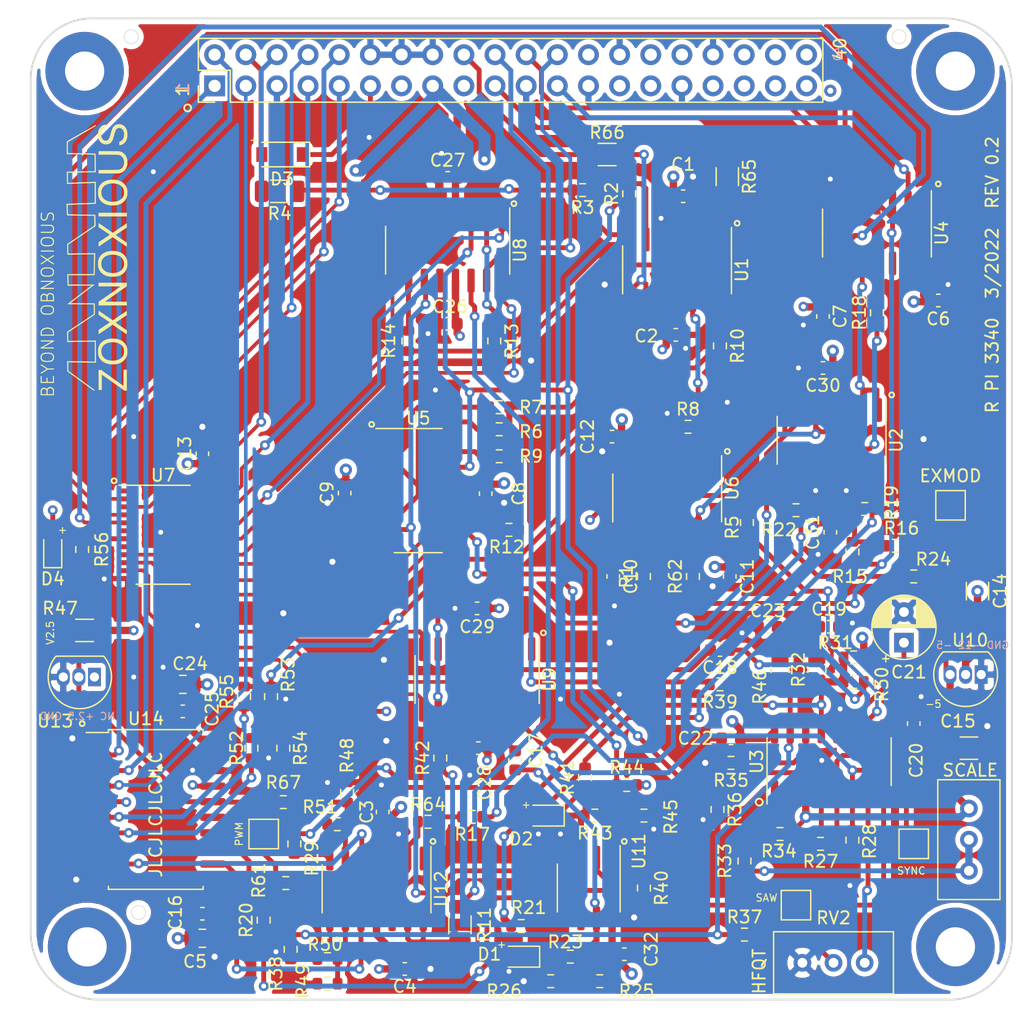
<source format=kicad_pcb>
(kicad_pcb (version 20171130) (host pcbnew 5.1.12-84ad8e8a86~92~ubuntu20.04.1)
  (layers (0 F.Cu signal) (1 In1.Cu power hide) (2 In2.Cu mixed) (31 B.Cu signal) (34 B.Paste user hide) (35 F.Paste user hide) (36 B.SilkS user) (37 F.SilkS user) (38 B.Mask user hide) (39 F.Mask user hide) (44 Edge.Cuts user))
  (net 0 "")
  (net 1 GND)
  (net 2 -12V)
  (net 3 -5V)
  (net 4 +12V)
  (net 5 /cem3340/PWM)
  (net 6 /cem3340/SOFT_SYNC)
  (net 7 +5V)
  (net 8 /cem3340/HARD_SYNC)
  (net 9 /SDA1)
  (net 10 /SCL1)
  (net 11 "Net-(J1-Pad37)")
  (net 12 "Net-(J1-Pad40)")
  (net 13 /OSC2_MIX1)
  (net 14 /OSC1_MIX1)
  (net 15 /cem3340/INV_SHIFTED_EXT_MOD)
  (net 16 "Net-(R7-Pad1)")
  (net 17 /EXT_OSC_MOD)
  (net 18 "Net-(R22-Pad1)")
  (net 19 /cem3340/LINEAR_FM)
  (net 20 "Net-(R33-Pad1)")
  (net 21 "Net-(R34-Pad1)")
  (net 22 /cem3340/SUMMING_INPUT)
  (net 23 /cem3340/HIGH_FREQ_TRACK)
  (net 24 /MIX1_SAW_CTRL)
  (net 25 /MIX1_PULSE_CTRL)
  (net 26 "Net-(C10-Pad1)")
  (net 27 "Net-(C17-Pad2)")
  (net 28 "Net-(C17-Pad1)")
  (net 29 "Net-(C18-Pad2)")
  (net 30 "Net-(C18-Pad1)")
  (net 31 "Net-(C19-Pad1)")
  (net 32 "Net-(C21-Pad1)")
  (net 33 "Net-(C23-Pad1)")
  (net 34 /SPI0_SCLK)
  (net 35 /GPIO_MODULE_DRIVEN)
  (net 36 /I2C_ADDR0)
  (net 37 /I2C_ADDR2)
  (net 38 /OSC1_CV)
  (net 39 /EXT_CV)
  (net 40 /FILT1_OUT1)
  (net 41 /FILT2_OUT2)
  (net 42 /VCA1_OUT)
  (net 43 /FX1)
  (net 44 /FX2)
  (net 45 /VCA3_OUT)
  (net 46 /VCA2_OUT)
  (net 47 /FILT2_OUT1)
  (net 48 /FILT1_OUT2)
  (net 49 /OSC2_MIX2)
  (net 50 /OSC1_MIX2)
  (net 51 /I2C_ADDR1)
  (net 52 /GPIO_PI_DRIVEN)
  (net 53 /SPI0_MOSI)
  (net 54 "Net-(R1-Pad2)")
  (net 55 "Net-(R2-Pad2)")
  (net 56 "Net-(R15-Pad1)")
  (net 57 /PWM_DAC)
  (net 58 "Net-(R17-Pad1)")
  (net 59 "Net-(R18-Pad2)")
  (net 60 /SYNC_LEVEL_DAC)
  (net 61 "Net-(R20-Pad1)")
  (net 62 /LINEAR_FM_DAC)
  (net 63 "Net-(R33-Pad2)")
  (net 64 "Net-(R35-Pad1)")
  (net 65 "Net-(R37-Pad2)")
  (net 66 /cem3340/EXT_FREQ_CV)
  (net 67 "Net-(R40-Pad1)")
  (net 68 "Net-(R42-Pad2)")
  (net 69 "Net-(R48-Pad2)")
  (net 70 "Net-(R49-Pad1)")
  (net 71 /DAC/OSC_EXT_VCA_FROM_DAC)
  (net 72 /DAC/LINEAR_FM_FROM_DAC)
  (net 73 /cem3340/SCALED_EXT_MOD)
  (net 74 /EXT_MOD_SEL_CTRL)
  (net 75 "Net-(U4-Pad1)")
  (net 76 "Net-(U5-Pad12)")
  (net 77 /MIX1_COMP_OSC2_CTRL)
  (net 78 /EXT_FREQ_CV_CTRL)
  (net 79 /MIX2_SAW_CTRL)
  (net 80 /MIX2_PULSE_CTRL)
  (net 81 /EXP_FM_EXT_CTRL)
  (net 82 /LINEAR_FM_EXT_CTRL)
  (net 83 /HARD_SYNC_CTRL)
  (net 84 /EXT_MOD_PW_CTRL)
  (net 85 "Net-(U8-Pad12)")
  (net 86 "Net-(U9-Pad12)")
  (net 87 /DAC/FREQ_CV_FROM_DAC)
  (net 88 "Net-(J1-Pad39)")
  (net 89 "Net-(R3-Pad2)")
  (net 90 "Net-(U6-Pad11)")
  (net 91 "Net-(U6-Pad3)")
  (net 92 "Net-(D1-Pad1)")
  (net 93 "Net-(D2-Pad1)")
  (net 94 /OSC1_CV_DAC)
  (net 95 "Net-(R11-Pad1)")
  (net 96 /cem3340/SCALED_MOD_BUFFERED)
  (net 97 "Net-(U4-Pad13)")
  (net 98 "Net-(U4-Pad12)")
  (net 99 "Net-(U2-Pad1)")
  (net 100 /VCO_PULSE)
  (net 101 "Net-(R5-Pad2)")
  (net 102 /VCO_SAW)
  (net 103 /VCO_COMP)
  (net 104 /EXT_OSC_VCA_AMOUNT)
  (net 105 /VCO_TRI)
  (net 106 /SAW_LEVEL_CTRL)
  (net 107 "Net-(R13-Pad1)")
  (net 108 "Net-(U8-Pad8)")
  (net 109 "Net-(U8-Pad7)")
  (net 110 "Net-(U8-Pad6)")
  (net 111 "Net-(U7-Pad1)")
  (net 112 "Net-(U7-Pad6)")
  (net 113 /DAC/PWM_FROM_DAC)
  (net 114 "Net-(R61-Pad1)")
  (net 115 "Net-(U14-Pad19)")
  (net 116 "Net-(U14-Pad14)")
  (net 117 "Net-(U14-Pad8)")
  (net 118 "Net-(R9-Pad1)")
  (net 119 "Net-(R12-Pad1)")
  (net 120 "Net-(R13-Pad2)")
  (net 121 /DAC/VREF_2.5V)
  (net 122 "/Output Mix/MIX1_SUM")
  (net 123 "Net-(R6-Pad1)")
  (net 124 "Net-(R14-Pad1)")
  (net 125 "Net-(R65-Pad1)")
  (net 126 "Net-(R66-Pad1)")
  (net 127 "Net-(U9-Pad3)")
  (net 128 "Net-(U9-Pad2)")
  (net 129 "Net-(U9-Pad1)")
  (net 130 "/Output Mix/SCALED_TRI")
  (net 131 /DAC/TRI_VCA_FROM_DAC)
  (net 132 /TRI_VC_AMOUNT_DAC)
  (net 133 "Net-(U7-Pad17)")
  (net 134 "/Output Mix/VCA_TRI")
  (net 135 /LED_CTRL)
  (net 136 "Net-(U7-Pad8)")
  (net 137 "Net-(D4-Pad1)")
  (module TestPoint:TestPoint_Pad_2.0x2.0mm (layer F.Cu) (at 142 65.2)
    (fp_text reference TP4 hide)
    (fp_text value TestPoint)
    (pad 1 smd rect (at 0 0) (size 2 2) (layers F.Cu F.Mask) (net 15 /cem3340/INV_SHIFTED_EXT_MOD))
  )
  (module Package_SO:TSSOP-24_4.4x7.8mm_P0.65mm (layer F.Cu) (at 77.8 67.6)
    (fp_text reference U7 (at 0 -4.85) (layer F.SilkS))
    (fp_text value PCA9555D)
    (pad 24 smd roundrect (at 2.8625 -3.575) (size 1.475 0.4) (layers F.Cu F.Paste F.Mask) (net 7 +5V))
    (pad 23 smd roundrect (at 2.8625 -2.925) (size 1.475 0.4) (layers F.Cu F.Paste F.Mask) (net 9 /SDA1))
    (pad 22 smd roundrect (at 2.8625 -2.275) (size 1.475 0.4) (layers F.Cu F.Paste F.Mask) (net 10 /SCL1))
    (pad 21 smd roundrect (at 2.8625 -1.625) (size 1.475 0.4) (layers F.Cu F.Paste F.Mask) (net 36 /I2C_ADDR0))
    (pad 20 smd roundrect (at 2.8625 -0.975) (size 1.475 0.4) (layers F.Cu F.Paste F.Mask) (net 79 /MIX2_SAW_CTRL))
    (pad 19 smd roundrect (at 2.8625 -0.325) (size 1.475 0.4) (layers F.Cu F.Paste F.Mask) (net 80 /MIX2_PULSE_CTRL))
    (pad 18 smd roundrect (at 2.8625 0.325) (size 1.475 0.4) (layers F.Cu F.Paste F.Mask) (net 78 /EXT_FREQ_CV_CTRL))
    (pad 17 smd roundrect (at 2.8625 0.975) (size 1.475 0.4) (layers F.Cu F.Paste F.Mask) (net 133 "Net-(U7-Pad17)"))
    (pad 16 smd roundrect (at 2.8625 1.625) (size 1.475 0.4) (layers F.Cu F.Paste F.Mask) (net 106 /SAW_LEVEL_CTRL))
    (pad 15 smd roundrect (at 2.8625 2.275) (size 1.475 0.4) (layers F.Cu F.Paste F.Mask) (net 24 /MIX1_SAW_CTRL))
    (pad 14 smd roundrect (at 2.8625 2.925) (size 1.475 0.4) (layers F.Cu F.Paste F.Mask) (net 25 /MIX1_PULSE_CTRL))
    (pad 13 smd roundrect (at 2.8625 3.575) (size 1.475 0.4) (layers F.Cu F.Paste F.Mask) (net 77 /MIX1_COMP_OSC2_CTRL))
    (pad 12 smd roundrect (at -2.8625 3.575) (size 1.475 0.4) (layers F.Cu F.Paste F.Mask) (net 1 GND))
    (pad 11 smd roundrect (at -2.8625 2.925) (size 1.475 0.4) (layers F.Cu F.Paste F.Mask) (net 81 /EXP_FM_EXT_CTRL))
    (pad 10 smd roundrect (at -2.8625 2.275) (size 1.475 0.4) (layers F.Cu F.Paste F.Mask) (net 83 /HARD_SYNC_CTRL))
    (pad 9 smd roundrect (at -2.8625 1.625) (size 1.475 0.4) (layers F.Cu F.Paste F.Mask) (net 82 /LINEAR_FM_EXT_CTRL))
    (pad 8 smd roundrect (at -2.8625 0.975) (size 1.475 0.4) (layers F.Cu F.Paste F.Mask) (net 136 "Net-(U7-Pad8)"))
    (pad 7 smd roundrect (at -2.8625 0.325) (size 1.475 0.4) (layers F.Cu F.Paste F.Mask) (net 135 /LED_CTRL))
    (pad 6 smd roundrect (at -2.8625 -0.325) (size 1.475 0.4) (layers F.Cu F.Paste F.Mask) (net 112 "Net-(U7-Pad6)"))
    (pad 5 smd roundrect (at -2.8625 -0.975) (size 1.475 0.4) (layers F.Cu F.Paste F.Mask) (net 84 /EXT_MOD_PW_CTRL))
    (pad 4 smd roundrect (at -2.8625 -1.625) (size 1.475 0.4) (layers F.Cu F.Paste F.Mask) (net 74 /EXT_MOD_SEL_CTRL))
    (pad 3 smd roundrect (at -2.8625 -2.275) (size 1.475 0.4) (layers F.Cu F.Paste F.Mask) (net 37 /I2C_ADDR2))
    (pad 2 smd roundrect (at -2.8625 -2.925) (size 1.475 0.4) (layers F.Cu F.Paste F.Mask) (net 51 /I2C_ADDR1))
    (pad 1 smd roundrect (at -2.8625 -3.575) (size 1.475 0.4) (layers F.Cu F.Paste F.Mask) (net 111 "Net-(U7-Pad1)"))
  )
  (module Capacitor_SMD:C_0805_2012Metric (layer F.Cu) (at 79.4 79.8)
    (fp_text reference C24 (at 0.6 -1.68) (layer F.SilkS))
    (fp_text value 4.7u)
    (pad 2 smd roundrect (at 0.95 0) (size 1 1.45) (layers F.Cu F.Paste F.Mask) (net 7 +5V))
    (pad 1 smd roundrect (at -0.95 0) (size 1 1.45) (layers F.Cu F.Paste F.Mask) (net 1 GND))
  )
  (module Capacitor_SMD:C_0805_2012Metric (layer F.Cu) (at 81 100.5)
    (fp_text reference C5 (at -0.6 1.9) (layer F.SilkS))
    (fp_text value 4.7u)
    (pad 2 smd roundrect (at 0.95 0) (size 1 1.45) (layers F.Cu F.Paste F.Mask) (net 1 GND))
    (pad 1 smd roundrect (at -0.95 0) (size 1 1.45) (layers F.Cu F.Paste F.Mask) (net 7 +5V))
  )
  (module TestPoint:TestPoint_Pad_2.0x2.0mm (layer F.Cu) (at 139 92.8)
    (fp_text reference TP3 hide)
    (fp_text value TestPoint)
    (pad 1 smd rect (at 0 0) (size 2 2) (layers F.Cu F.Mask) (net 8 /cem3340/HARD_SYNC))
  )
  (module TestPoint:TestPoint_Pad_2.0x2.0mm (layer F.Cu) (at 129.4 97.8)
    (fp_text reference TP2 hide)
    (fp_text value TestPoint)
    (pad 1 smd rect (at 0 0) (size 2 2) (layers F.Cu F.Mask) (net 102 /VCO_SAW))
  )
  (module TestPoint:TestPoint_Pad_2.0x2.0mm (layer F.Cu) (at 86 92)
    (fp_text reference TP1 hide)
    (fp_text value TestPoint)
    (pad 1 smd rect (at 0 0) (size 2 2) (layers F.Cu F.Mask) (net 113 /DAC/PWM_FROM_DAC))
  )
  (module Capacitor_THT:CP_Radial_D5.0mm_P2.50mm (layer F.Cu) (at 138.2 76.4 90)
    (fp_text reference C21 (at -2.4 0.4 180) (layer F.SilkS))
    (fp_text value 1000p)
    (pad 2 thru_hole circle (at 2.5 0 90) (size 1.6 1.6) (drill 0.8) (layers *.Cu *.Mask) (net 1 GND))
    (pad 1 thru_hole rect (at 0 0 90) (size 1.6 1.6) (drill 0.8) (layers *.Cu *.Mask) (net 32 "Net-(C21-Pad1)"))
  )
  (module project_footprints:zoxnoxious_small (layer F.Cu) (at 72.4 45 90)
    (fp_text reference G*** hide)
    (fp_text value LOGO hide)
  )
  (module Resistor_SMD:R_0603_1608Metric (layer F.Cu) (at 71.2 68.8 90)
    (fp_text reference R56 (at 0 1.6 270) (layer F.SilkS))
    (fp_text value 2k)
    (pad 2 smd roundrect (at 0.825 0 90) (size 0.8 0.95) (layers F.Cu F.Paste F.Mask) (net 135 /LED_CTRL))
    (pad 1 smd roundrect (at -0.825 0 90) (size 0.8 0.95) (layers F.Cu F.Paste F.Mask) (net 137 "Net-(D4-Pad1)"))
  )
  (module LED_SMD:LED_0603_1608Metric (layer F.Cu) (at 68.8 68.8 90)
    (fp_text reference D4 (at -2.4 0 180) (layer F.SilkS))
    (fp_text value LED)
    (pad 2 smd roundrect (at 0.7875 0 90) (size 0.875 0.95) (layers F.Cu F.Paste F.Mask) (net 7 +5V))
    (pad 1 smd roundrect (at -0.7875 0 90) (size 0.875 0.95) (layers F.Cu F.Paste F.Mask) (net 137 "Net-(D4-Pad1)"))
  )
  (module Resistor_SMD:R_0603_1608Metric (layer F.Cu) (at 97.8 51.8 270)
    (fp_text reference R14 (at 0 1.6 90) (layer F.SilkS))
    (fp_text value 20k)
    (pad 2 smd roundrect (at 0.825 0 270) (size 0.8 0.95) (layers F.Cu F.Paste F.Mask) (net 120 "Net-(R13-Pad2)"))
    (pad 1 smd roundrect (at -0.825 0 270) (size 0.8 0.95) (layers F.Cu F.Paste F.Mask) (net 124 "Net-(R14-Pad1)"))
  )
  (module Package_SO:SOIC-16_3.9x9.9mm_P1.27mm (layer F.Cu) (at 103.4 79.4 270)
    (fp_text reference U9 (at 0 -5.9 90) (layer F.SilkS))
    (fp_text value DG442CY+)
    (pad 16 smd roundrect (at 2.475 -4.445 270) (size 1.95 0.6) (layers F.Cu F.Paste F.Mask) (net 83 /HARD_SYNC_CTRL))
    (pad 15 smd roundrect (at 2.475 -3.175 270) (size 1.95 0.6) (layers F.Cu F.Paste F.Mask) (net 8 /cem3340/HARD_SYNC))
    (pad 14 smd roundrect (at 2.475 -1.905 270) (size 1.95 0.6) (layers F.Cu F.Paste F.Mask) (net 28 "Net-(C17-Pad1)"))
    (pad 13 smd roundrect (at 2.475 -0.635 270) (size 1.95 0.6) (layers F.Cu F.Paste F.Mask) (net 4 +12V))
    (pad 12 smd roundrect (at 2.475 0.635 270) (size 1.95 0.6) (layers F.Cu F.Paste F.Mask) (net 86 "Net-(U9-Pad12)"))
    (pad 11 smd roundrect (at 2.475 1.905 270) (size 1.95 0.6) (layers F.Cu F.Paste F.Mask) (net 68 "Net-(R42-Pad2)"))
    (pad 10 smd roundrect (at 2.475 3.175 270) (size 1.95 0.6) (layers F.Cu F.Paste F.Mask) (net 96 /cem3340/SCALED_MOD_BUFFERED))
    (pad 9 smd roundrect (at 2.475 4.445 270) (size 1.95 0.6) (layers F.Cu F.Paste F.Mask) (net 81 /EXP_FM_EXT_CTRL))
    (pad 8 smd roundrect (at -2.475 4.445 270) (size 1.95 0.6) (layers F.Cu F.Paste F.Mask) (net 82 /LINEAR_FM_EXT_CTRL))
    (pad 7 smd roundrect (at -2.475 3.175 270) (size 1.95 0.6) (layers F.Cu F.Paste F.Mask) (net 96 /cem3340/SCALED_MOD_BUFFERED))
    (pad 6 smd roundrect (at -2.475 1.905 270) (size 1.95 0.6) (layers F.Cu F.Paste F.Mask) (net 29 "Net-(C18-Pad2)"))
    (pad 5 smd roundrect (at -2.475 0.635 270) (size 1.95 0.6) (layers F.Cu F.Paste F.Mask) (net 1 GND))
    (pad 4 smd roundrect (at -2.475 -0.635 270) (size 1.95 0.6) (layers F.Cu F.Paste F.Mask) (net 2 -12V))
    (pad 3 smd roundrect (at -2.475 -1.905 270) (size 1.95 0.6) (layers F.Cu F.Paste F.Mask) (net 127 "Net-(U9-Pad3)"))
    (pad 2 smd roundrect (at -2.475 -3.175 270) (size 1.95 0.6) (layers F.Cu F.Paste F.Mask) (net 128 "Net-(U9-Pad2)"))
    (pad 1 smd roundrect (at -2.475 -4.445 270) (size 1.95 0.6) (layers F.Cu F.Paste F.Mask) (net 129 "Net-(U9-Pad1)"))
  )
  (module Package_SO:SOIC-14_3.9x8.7mm_P1.27mm (layer F.Cu) (at 118.9 64.6 270)
    (fp_text reference U6 (at -0.8 -5.3 90) (layer F.SilkS))
    (fp_text value AS3360)
    (pad 14 smd roundrect (at 2.475 -3.81 270) (size 1.95 0.6) (layers F.Cu F.Paste F.Mask) (net 4 +12V))
    (pad 13 smd roundrect (at 2.475 -2.54 270) (size 1.95 0.6) (layers F.Cu F.Paste F.Mask) (net 73 /cem3340/SCALED_EXT_MOD))
    (pad 12 smd roundrect (at 2.475 -1.27 270) (size 1.95 0.6) (layers F.Cu F.Paste F.Mask) (net 90 "Net-(U6-Pad11)"))
    (pad 11 smd roundrect (at 2.475 0 270) (size 1.95 0.6) (layers F.Cu F.Paste F.Mask) (net 90 "Net-(U6-Pad11)"))
    (pad 10 smd roundrect (at 2.475 1.27 270) (size 1.95 0.6) (layers F.Cu F.Paste F.Mask) (net 104 /EXT_OSC_VCA_AMOUNT))
    (pad 9 smd roundrect (at 2.475 2.54 270) (size 1.95 0.6) (layers F.Cu F.Paste F.Mask) (net 54 "Net-(R1-Pad2)"))
    (pad 8 smd roundrect (at 2.475 3.81 270) (size 1.95 0.6) (layers F.Cu F.Paste F.Mask) (net 26 "Net-(C10-Pad1)"))
    (pad 7 smd roundrect (at -2.475 3.81 270) (size 1.95 0.6) (layers F.Cu F.Paste F.Mask) (net 2 -12V))
    (pad 6 smd roundrect (at -2.475 2.54 270) (size 1.95 0.6) (layers F.Cu F.Paste F.Mask) (net 101 "Net-(R5-Pad2)"))
    (pad 5 smd roundrect (at -2.475 1.27 270) (size 1.95 0.6) (layers F.Cu F.Paste F.Mask) (net 132 /TRI_VC_AMOUNT_DAC))
    (pad 4 smd roundrect (at -2.475 0 270) (size 1.95 0.6) (layers F.Cu F.Paste F.Mask) (net 91 "Net-(U6-Pad3)"))
    (pad 3 smd roundrect (at -2.475 -1.27 270) (size 1.95 0.6) (layers F.Cu F.Paste F.Mask) (net 91 "Net-(U6-Pad3)"))
    (pad 2 smd roundrect (at -2.475 -2.54 270) (size 1.95 0.6) (layers F.Cu F.Paste F.Mask) (net 134 "/Output Mix/VCA_TRI"))
    (pad 1 smd roundrect (at -2.475 -3.81 270) (size 1.95 0.6) (layers F.Cu F.Paste F.Mask) (net 1 GND))
  )
  (module Package_SO:SOIC-16_3.9x9.9mm_P1.27mm (layer F.Cu) (at 98.6 64)
    (fp_text reference U5 (at 0 -5.9) (layer F.SilkS))
    (fp_text value DG442CY+)
    (pad 16 smd roundrect (at 2.475 -4.445) (size 1.95 0.6) (layers F.Cu F.Paste F.Mask) (net 25 /MIX1_PULSE_CTRL))
    (pad 15 smd roundrect (at 2.475 -3.175) (size 1.95 0.6) (layers F.Cu F.Paste F.Mask) (net 118 "Net-(R9-Pad1)"))
    (pad 14 smd roundrect (at 2.475 -1.905) (size 1.95 0.6) (layers F.Cu F.Paste F.Mask) (net 100 /VCO_PULSE))
    (pad 13 smd roundrect (at 2.475 -0.635) (size 1.95 0.6) (layers F.Cu F.Paste F.Mask) (net 4 +12V))
    (pad 12 smd roundrect (at 2.475 0.635) (size 1.95 0.6) (layers F.Cu F.Paste F.Mask) (net 76 "Net-(U5-Pad12)"))
    (pad 11 smd roundrect (at 2.475 1.905) (size 1.95 0.6) (layers F.Cu F.Paste F.Mask) (net 119 "Net-(R12-Pad1)"))
    (pad 10 smd roundrect (at 2.475 3.175) (size 1.95 0.6) (layers F.Cu F.Paste F.Mask) (net 103 /VCO_COMP))
    (pad 9 smd roundrect (at 2.475 4.445) (size 1.95 0.6) (layers F.Cu F.Paste F.Mask) (net 77 /MIX1_COMP_OSC2_CTRL))
    (pad 8 smd roundrect (at -2.475 4.445) (size 1.95 0.6) (layers F.Cu F.Paste F.Mask) (net 24 /MIX1_SAW_CTRL))
    (pad 7 smd roundrect (at -2.475 3.175) (size 1.95 0.6) (layers F.Cu F.Paste F.Mask) (net 102 /VCO_SAW))
    (pad 6 smd roundrect (at -2.475 1.905) (size 1.95 0.6) (layers F.Cu F.Paste F.Mask) (net 123 "Net-(R6-Pad1)"))
    (pad 5 smd roundrect (at -2.475 0.635) (size 1.95 0.6) (layers F.Cu F.Paste F.Mask) (net 1 GND))
    (pad 4 smd roundrect (at -2.475 -0.635) (size 1.95 0.6) (layers F.Cu F.Paste F.Mask) (net 2 -12V))
    (pad 3 smd roundrect (at -2.475 -1.905) (size 1.95 0.6) (layers F.Cu F.Paste F.Mask) (net 123 "Net-(R6-Pad1)"))
    (pad 2 smd roundrect (at -2.475 -3.175) (size 1.95 0.6) (layers F.Cu F.Paste F.Mask) (net 16 "Net-(R7-Pad1)"))
    (pad 1 smd roundrect (at -2.475 -4.445) (size 1.95 0.6) (layers F.Cu F.Paste F.Mask) (net 106 /SAW_LEVEL_CTRL))
  )
  (module Resistor_SMD:R_1206_3216Metric (layer F.Cu) (at 114 36.6 180)
    (fp_text reference R66 (at 0 1.8) (layer F.SilkS))
    (fp_text value 1k)
    (pad 2 smd roundrect (at 1.4625 0 180) (size 1.125 1.75) (layers F.Cu F.Paste F.Mask) (roundrect_rratio 0.2222213333333333) (net 14 /OSC1_MIX1))
    (pad 1 smd roundrect (at -1.4625 0 180) (size 1.125 1.75) (layers F.Cu F.Paste F.Mask) (roundrect_rratio 0.2222213333333333) (net 126 "Net-(R66-Pad1)"))
  )
  (module Resistor_SMD:R_1206_3216Metric (layer F.Cu) (at 123.8 38.4 90)
    (fp_text reference R65 (at 0 1.8 90) (layer F.SilkS))
    (fp_text value 1k)
    (pad 2 smd roundrect (at 1.4625 0 90) (size 1.125 1.75) (layers F.Cu F.Paste F.Mask) (roundrect_rratio 0.2222213333333333) (net 50 /OSC1_MIX2))
    (pad 1 smd roundrect (at -1.4625 0 90) (size 1.125 1.75) (layers F.Cu F.Paste F.Mask) (roundrect_rratio 0.2222213333333333) (net 125 "Net-(R65-Pad1)"))
  )
  (module Resistor_SMD:R_0603_1608Metric (layer F.Cu) (at 104.8 51.8 270)
    (fp_text reference R13 (at 0 -1.43 90) (layer F.SilkS))
    (fp_text value 27k)
    (pad 2 smd roundrect (at 0.825 0 270) (size 0.8 0.95) (layers F.Cu F.Paste F.Mask) (net 120 "Net-(R13-Pad2)"))
    (pad 1 smd roundrect (at -0.825 0 270) (size 0.8 0.95) (layers F.Cu F.Paste F.Mask) (net 107 "Net-(R13-Pad1)"))
  )
  (module Resistor_SMD:R_0603_1608Metric (layer F.Cu) (at 106 67.2)
    (fp_text reference R12 (at -0.2 1.4) (layer F.SilkS))
    (fp_text value 20k)
    (pad 2 smd roundrect (at 0.825 0) (size 0.8 0.95) (layers F.Cu F.Paste F.Mask) (net 122 "/Output Mix/MIX1_SUM"))
    (pad 1 smd roundrect (at -0.825 0) (size 0.8 0.95) (layers F.Cu F.Paste F.Mask) (net 119 "Net-(R12-Pad1)"))
  )
  (module Resistor_SMD:R_0603_1608Metric (layer F.Cu) (at 123.2 52.2 270)
    (fp_text reference R10 (at 0 -1.43 90) (layer F.SilkS))
    (fp_text value 10k)
    (pad 2 smd roundrect (at 0.825 0 270) (size 0.8 0.95) (layers F.Cu F.Paste F.Mask) (net 122 "/Output Mix/MIX1_SUM"))
    (pad 1 smd roundrect (at -0.825 0 270) (size 0.8 0.95) (layers F.Cu F.Paste F.Mask) (net 130 "/Output Mix/SCALED_TRI"))
  )
  (module Resistor_SMD:R_0603_1608Metric (layer F.Cu) (at 105.2 61.2)
    (fp_text reference R9 (at 2.6 0) (layer F.SilkS))
    (fp_text value 27k)
    (pad 2 smd roundrect (at 0.825 0) (size 0.8 0.95) (layers F.Cu F.Paste F.Mask) (net 122 "/Output Mix/MIX1_SUM"))
    (pad 1 smd roundrect (at -0.825 0) (size 0.8 0.95) (layers F.Cu F.Paste F.Mask) (net 118 "Net-(R9-Pad1)"))
  )
  (module Resistor_SMD:R_0603_1608Metric (layer F.Cu) (at 120.6 58.8)
    (fp_text reference R8 (at 0 -1.43) (layer F.SilkS))
    (fp_text value 51k)
    (pad 2 smd roundrect (at 0.825 0) (size 0.8 0.95) (layers F.Cu F.Paste F.Mask) (net 134 "/Output Mix/VCA_TRI"))
    (pad 1 smd roundrect (at -0.825 0) (size 0.8 0.95) (layers F.Cu F.Paste F.Mask) (net 1 GND))
  )
  (module Resistor_SMD:R_0603_1608Metric (layer F.Cu) (at 105.2 57.2)
    (fp_text reference R7 (at 2.6 0) (layer F.SilkS))
    (fp_text value 20k)
    (pad 2 smd roundrect (at 0.825 0) (size 0.8 0.95) (layers F.Cu F.Paste F.Mask) (net 122 "/Output Mix/MIX1_SUM"))
    (pad 1 smd roundrect (at -0.825 0) (size 0.8 0.95) (layers F.Cu F.Paste F.Mask) (net 16 "Net-(R7-Pad1)"))
  )
  (module Resistor_SMD:R_0603_1608Metric (layer F.Cu) (at 105.2 59)
    (fp_text reference R6 (at 2.6 0.2) (layer F.SilkS))
    (fp_text value 47k)
    (pad 2 smd roundrect (at 0.825 0) (size 0.8 0.95) (layers F.Cu F.Paste F.Mask) (net 122 "/Output Mix/MIX1_SUM"))
    (pad 1 smd roundrect (at -0.825 0) (size 0.8 0.95) (layers F.Cu F.Paste F.Mask) (net 123 "Net-(R6-Pad1)"))
  )
  (module Resistor_SMD:R_0603_1608Metric (layer F.Cu) (at 125.4 66.6 90)
    (fp_text reference R5 (at -0.4 -1.2 90) (layer F.SilkS))
    (fp_text value 47k)
    (pad 2 smd roundrect (at 0.825 0 90) (size 0.8 0.95) (layers F.Cu F.Paste F.Mask) (net 101 "Net-(R5-Pad2)"))
    (pad 1 smd roundrect (at -0.825 0 90) (size 0.8 0.95) (layers F.Cu F.Paste F.Mask) (net 105 /VCO_TRI))
  )
  (module Diode_SMD:D_SOD-123 (layer F.Cu) (at 87.5 36.6 180)
    (fp_text reference D3 (at 0 -2) (layer F.SilkS))
    (fp_text value 1N4148W)
    (pad 2 smd rect (at 1.65 0 180) (size 0.9 1.2) (layers F.Cu F.Paste F.Mask) (net 35 /GPIO_MODULE_DRIVEN))
    (pad 1 smd rect (at -1.65 0 180) (size 0.9 1.2) (layers F.Cu F.Paste F.Mask) (net 7 +5V))
  )
  (module Capacitor_SMD:C_0603_1608Metric (layer F.Cu) (at 81 98.5)
    (fp_text reference C16 (at -2.2 -0.1 90) (layer F.SilkS))
    (fp_text value 100n)
    (pad 2 smd roundrect (at 0.775 0) (size 0.9 0.95) (layers F.Cu F.Paste F.Mask) (net 1 GND))
    (pad 1 smd roundrect (at -0.775 0) (size 0.9 0.95) (layers F.Cu F.Paste F.Mask) (net 7 +5V))
  )
  (module MountingHole:MountingHole_3.2mm_M3_Pad (layer F.Cu) (at 71.6 101.2)
    (fp_text reference H2 hide)
    (fp_text value MountingHole)
    (pad 1 thru_hole circle (at 0 0) (size 6.4 6.4) (drill 3.2) (layers *.Cu *.Mask))
  )
  (module Package_SO:SOIC-20W_7.5x12.8mm_P1.27mm (layer F.Cu) (at 77.2 90)
    (fp_text reference U14 (at -0.8 -7.4) (layer F.SilkS))
    (fp_text value TLV5610IDW)
    (pad 20 smd roundrect (at 4.65 -5.715) (size 2.05 0.6) (layers F.Cu F.Paste F.Mask) (net 7 +5V))
    (pad 19 smd roundrect (at 4.65 -4.445) (size 2.05 0.6) (layers F.Cu F.Paste F.Mask) (net 115 "Net-(U14-Pad19)"))
    (pad 18 smd roundrect (at 4.65 -3.175) (size 2.05 0.6) (layers F.Cu F.Paste F.Mask) (net 1 GND))
    (pad 17 smd roundrect (at 4.65 -1.905) (size 2.05 0.6) (layers F.Cu F.Paste F.Mask) (net 7 +5V))
    (pad 16 smd roundrect (at 4.65 -0.635) (size 2.05 0.6) (layers F.Cu F.Paste F.Mask) (net 121 /DAC/VREF_2.5V))
    (pad 15 smd roundrect (at 4.65 0.635) (size 2.05 0.6) (layers F.Cu F.Paste F.Mask) (net 113 /DAC/PWM_FROM_DAC))
    (pad 14 smd roundrect (at 4.65 1.905) (size 2.05 0.6) (layers F.Cu F.Paste F.Mask) (net 116 "Net-(U14-Pad14)"))
    (pad 13 smd roundrect (at 4.65 3.175) (size 2.05 0.6) (layers F.Cu F.Paste F.Mask) (net 60 /SYNC_LEVEL_DAC))
    (pad 12 smd roundrect (at 4.65 4.445) (size 2.05 0.6) (layers F.Cu F.Paste F.Mask) (net 87 /DAC/FREQ_CV_FROM_DAC))
    (pad 11 smd roundrect (at 4.65 5.715) (size 2.05 0.6) (layers F.Cu F.Paste F.Mask) (net 7 +5V))
    (pad 10 smd roundrect (at -4.65 5.715) (size 2.05 0.6) (layers F.Cu F.Paste F.Mask) (net 1 GND))
    (pad 9 smd roundrect (at -4.65 4.445) (size 2.05 0.6) (layers F.Cu F.Paste F.Mask) (net 72 /DAC/LINEAR_FM_FROM_DAC))
    (pad 8 smd roundrect (at -4.65 3.175) (size 2.05 0.6) (layers F.Cu F.Paste F.Mask) (net 117 "Net-(U14-Pad8)"))
    (pad 7 smd roundrect (at -4.65 1.905) (size 2.05 0.6) (layers F.Cu F.Paste F.Mask) (net 71 /DAC/OSC_EXT_VCA_FROM_DAC))
    (pad 6 smd roundrect (at -4.65 0.635) (size 2.05 0.6) (layers F.Cu F.Paste F.Mask) (net 131 /DAC/TRI_VCA_FROM_DAC))
    (pad 5 smd roundrect (at -4.65 -0.635) (size 2.05 0.6) (layers F.Cu F.Paste F.Mask) (net 7 +5V))
    (pad 4 smd roundrect (at -4.65 -1.905) (size 2.05 0.6) (layers F.Cu F.Paste F.Mask) (net 52 /GPIO_PI_DRIVEN))
    (pad 3 smd roundrect (at -4.65 -3.175) (size 2.05 0.6) (layers F.Cu F.Paste F.Mask) (net 34 /SPI0_SCLK))
    (pad 2 smd roundrect (at -4.65 -4.445) (size 2.05 0.6) (layers F.Cu F.Paste F.Mask) (net 53 /SPI0_MOSI))
    (pad 1 smd roundrect (at -4.65 -5.715) (size 2.05 0.6) (layers F.Cu F.Paste F.Mask) (net 1 GND))
  )
  (module Package_TO_SOT_THT:TO-92_Inline (layer F.Cu) (at 144.5 79 180)
    (fp_text reference U10 (at 0.9 2.8) (layer F.SilkS))
    (fp_text value LM79L05)
    (pad 1 thru_hole rect (at 0 0 180) (size 1.05 1.5) (drill 0.75) (layers *.Cu *.Mask) (net 1 GND))
    (pad 3 thru_hole oval (at 2.54 0 180) (size 1.05 1.5) (drill 0.75) (layers *.Cu *.Mask) (net 3 -5V))
    (pad 2 thru_hole oval (at 1.27 0 180) (size 1.05 1.5) (drill 0.75) (layers *.Cu *.Mask) (net 2 -12V))
  )
  (module Package_TO_SOT_THT:TO-92L_Inline (layer F.Cu) (at 72.2 79.2 180)
    (fp_text reference U13 (at 3.2 -3.6) (layer F.SilkS))
    (fp_text value LM4040AIM3-5.0)
    (pad 1 thru_hole rect (at 0 0 180) (size 1.05 1.5) (drill 0.75) (layers *.Cu *.Mask))
    (pad 3 thru_hole oval (at 2.54 0 180) (size 1.05 1.5) (drill 0.75) (layers *.Cu *.Mask) (net 1 GND))
    (pad 2 thru_hole oval (at 1.27 0 180) (size 1.05 1.5) (drill 0.75) (layers *.Cu *.Mask) (net 121 /DAC/VREF_2.5V))
  )
  (module Resistor_SMD:R_0603_1608Metric (layer F.Cu) (at 115.6 88)
    (fp_text reference R44 (at 0 -1.43) (layer F.SilkS))
    (fp_text value 18k)
    (pad 2 smd roundrect (at 0.825 0) (size 0.8 0.95) (layers F.Cu F.Paste F.Mask) (net 4 +12V))
    (pad 1 smd roundrect (at -0.825 0) (size 0.8 0.95) (layers F.Cu F.Paste F.Mask) (net 103 /VCO_COMP))
  )
  (module Resistor_SMD:R_0603_1608Metric (layer F.Cu) (at 99.4 91 180)
    (fp_text reference R64 (at 0 1.4) (layer F.SilkS))
    (fp_text value 20k)
    (pad 2 smd roundrect (at 0.825 0 180) (size 0.8 0.95) (layers F.Cu F.Paste F.Mask) (net 114 "Net-(R61-Pad1)"))
    (pad 1 smd roundrect (at -0.825 0 180) (size 0.8 0.95) (layers F.Cu F.Paste F.Mask) (net 57 /PWM_DAC))
  )
  (module Resistor_SMD:R_0603_1608Metric (layer F.Cu) (at 87.8 96 180)
    (fp_text reference R61 (at 2.2 0.2 90) (layer F.SilkS))
    (fp_text value 10k)
    (pad 2 smd roundrect (at 0.825 0 180) (size 0.8 0.95) (layers F.Cu F.Paste F.Mask) (net 113 /DAC/PWM_FROM_DAC))
    (pad 1 smd roundrect (at -0.825 0 180) (size 0.8 0.95) (layers F.Cu F.Paste F.Mask) (net 114 "Net-(R61-Pad1)"))
  )
  (module MountingHole:MountingHole_3.2mm_M3_Pad (layer F.Cu) (at 142.4 101.2)
    (fp_text reference H4 hide)
    (fp_text value MountingHole)
    (pad 1 thru_hole circle (at 0 0) (size 6.4 6.4) (drill 3.2) (layers *.Cu *.Mask))
  )
  (module MountingHole:MountingHole_3.2mm_M3_Pad (layer F.Cu) (at 142.4 29.8)
    (fp_text reference H3 hide)
    (fp_text value MountingHole)
    (pad 1 thru_hole circle (at 0 0) (size 6.4 6.4) (drill 3.2) (layers *.Cu *.Mask))
  )
  (module MountingHole:MountingHole_3.2mm_M3_Pad (layer F.Cu) (at 71.4 29.8)
    (fp_text reference H1 hide)
    (fp_text value MountingHole)
    (pad 1 thru_hole circle (at 0 0) (size 6.4 6.4) (drill 3.2) (layers *.Cu *.Mask))
  )
  (module Resistor_SMD:R_1206_3216Metric (layer F.Cu) (at 87.3 39.6 180)
    (fp_text reference R4 (at 0 -1.82) (layer F.SilkS))
    (fp_text value 1k)
    (pad 2 smd roundrect (at 1.4625 0 180) (size 1.125 1.75) (layers F.Cu F.Paste F.Mask) (roundrect_rratio 0.2222204444444444) (net 35 /GPIO_MODULE_DRIVEN))
    (pad 1 smd roundrect (at -1.4625 0 180) (size 1.125 1.75) (layers F.Cu F.Paste F.Mask) (roundrect_rratio 0.2222204444444444) (net 89 "Net-(R3-Pad2)"))
  )
  (module Package_SO:SOIC-14_3.9x8.7mm_P1.27mm (layer F.Cu) (at 136 43 270)
    (fp_text reference U4 (at 0 -5.28 90) (layer F.SilkS))
    (fp_text value DG303B)
    (pad 14 smd roundrect (at 2.475 -3.81 270) (size 1.95 0.6) (layers F.Cu F.Paste F.Mask) (net 4 +12V))
    (pad 13 smd roundrect (at 2.475 -2.54 270) (size 1.95 0.6) (layers F.Cu F.Paste F.Mask) (net 97 "Net-(U4-Pad13)"))
    (pad 12 smd roundrect (at 2.475 -1.27 270) (size 1.95 0.6) (layers F.Cu F.Paste F.Mask) (net 98 "Net-(U4-Pad12)"))
    (pad 11 smd roundrect (at 2.475 0 270) (size 1.95 0.6) (layers F.Cu F.Paste F.Mask) (net 59 "Net-(R18-Pad2)"))
    (pad 10 smd roundrect (at 2.475 1.27 270) (size 1.95 0.6) (layers F.Cu F.Paste F.Mask) (net 99 "Net-(U2-Pad1)"))
    (pad 9 smd roundrect (at 2.475 2.54 270) (size 1.95 0.6) (layers F.Cu F.Paste F.Mask) (net 84 /EXT_MOD_PW_CTRL))
    (pad 8 smd roundrect (at 2.475 3.81 270) (size 1.95 0.6) (layers F.Cu F.Paste F.Mask) (net 2 -12V))
    (pad 7 smd roundrect (at -2.475 3.81 270) (size 1.95 0.6) (layers F.Cu F.Paste F.Mask) (net 1 GND))
    (pad 6 smd roundrect (at -2.475 2.54 270) (size 1.95 0.6) (layers F.Cu F.Paste F.Mask) (net 74 /EXT_MOD_SEL_CTRL))
    (pad 5 smd roundrect (at -2.475 1.27 270) (size 1.95 0.6) (layers F.Cu F.Paste F.Mask) (net 13 /OSC2_MIX1))
    (pad 4 smd roundrect (at -2.475 0 270) (size 1.95 0.6) (layers F.Cu F.Paste F.Mask) (net 17 /EXT_OSC_MOD))
    (pad 3 smd roundrect (at -2.475 -1.27 270) (size 1.95 0.6) (layers F.Cu F.Paste F.Mask) (net 17 /EXT_OSC_MOD))
    (pad 2 smd roundrect (at -2.475 -2.54 270) (size 1.95 0.6) (layers F.Cu F.Paste F.Mask) (net 49 /OSC2_MIX2))
    (pad 1 smd roundrect (at -2.475 -3.81 270) (size 1.95 0.6) (layers F.Cu F.Paste F.Mask) (net 75 "Net-(U4-Pad1)"))
  )
  (module Connector_PinHeader_2.54mm:PinHeader_2x20_P2.54mm_Vertical (layer F.Cu) (at 82 31 90)
    (fp_text reference J1 hide)
    (fp_text value Conn_02x20_Odd_Even)
    (pad 40 thru_hole oval (at 2.54 48.26 90) (size 1.7 1.7) (drill 1) (layers *.Cu *.Mask) (net 12 "Net-(J1-Pad40)"))
    (pad 39 thru_hole oval (at 0 48.26 90) (size 1.7 1.7) (drill 1) (layers *.Cu *.Mask) (net 88 "Net-(J1-Pad39)"))
    (pad 38 thru_hole oval (at 2.54 45.72 90) (size 1.7 1.7) (drill 1) (layers *.Cu *.Mask) (net 44 /FX2))
    (pad 37 thru_hole oval (at 0 45.72 90) (size 1.7 1.7) (drill 1) (layers *.Cu *.Mask) (net 11 "Net-(J1-Pad37)"))
    (pad 36 thru_hole oval (at 2.54 43.18 90) (size 1.7 1.7) (drill 1) (layers *.Cu *.Mask) (net 43 /FX1))
    (pad 35 thru_hole oval (at 0 43.18 90) (size 1.7 1.7) (drill 1) (layers *.Cu *.Mask) (net 45 /VCA3_OUT))
    (pad 34 thru_hole oval (at 2.54 40.64 90) (size 1.7 1.7) (drill 1) (layers *.Cu *.Mask) (net 1 GND))
    (pad 33 thru_hole oval (at 0 40.64 90) (size 1.7 1.7) (drill 1) (layers *.Cu *.Mask) (net 46 /VCA2_OUT))
    (pad 32 thru_hole oval (at 2.54 38.1 90) (size 1.7 1.7) (drill 1) (layers *.Cu *.Mask) (net 42 /VCA1_OUT))
    (pad 31 thru_hole oval (at 0 38.1 90) (size 1.7 1.7) (drill 1) (layers *.Cu *.Mask) (net 1 GND))
    (pad 30 thru_hole oval (at 2.54 35.56 90) (size 1.7 1.7) (drill 1) (layers *.Cu *.Mask) (net 41 /FILT2_OUT2))
    (pad 29 thru_hole oval (at 0 35.56 90) (size 1.7 1.7) (drill 1) (layers *.Cu *.Mask) (net 47 /FILT2_OUT1))
    (pad 28 thru_hole oval (at 2.54 33.02 90) (size 1.7 1.7) (drill 1) (layers *.Cu *.Mask) (net 1 GND))
    (pad 27 thru_hole oval (at 0 33.02 90) (size 1.7 1.7) (drill 1) (layers *.Cu *.Mask) (net 48 /FILT1_OUT2))
    (pad 26 thru_hole oval (at 2.54 30.48 90) (size 1.7 1.7) (drill 1) (layers *.Cu *.Mask) (net 40 /FILT1_OUT1))
    (pad 25 thru_hole oval (at 0 30.48 90) (size 1.7 1.7) (drill 1) (layers *.Cu *.Mask) (net 1 GND))
    (pad 24 thru_hole oval (at 2.54 27.94 90) (size 1.7 1.7) (drill 1) (layers *.Cu *.Mask) (net 39 /EXT_CV))
    (pad 23 thru_hole oval (at 0 27.94 90) (size 1.7 1.7) (drill 1) (layers *.Cu *.Mask) (net 49 /OSC2_MIX2))
    (pad 22 thru_hole oval (at 2.54 25.4 90) (size 1.7 1.7) (drill 1) (layers *.Cu *.Mask) (net 13 /OSC2_MIX1))
    (pad 21 thru_hole oval (at 0 25.4 90) (size 1.7 1.7) (drill 1) (layers *.Cu *.Mask) (net 1 GND))
    (pad 20 thru_hole oval (at 2.54 22.86 90) (size 1.7 1.7) (drill 1) (layers *.Cu *.Mask) (net 38 /OSC1_CV))
    (pad 19 thru_hole oval (at 0 22.86 90) (size 1.7 1.7) (drill 1) (layers *.Cu *.Mask) (net 50 /OSC1_MIX2))
    (pad 18 thru_hole oval (at 2.54 20.32 90) (size 1.7 1.7) (drill 1) (layers *.Cu *.Mask) (net 14 /OSC1_MIX1))
    (pad 17 thru_hole oval (at 0 20.32 90) (size 1.7 1.7) (drill 1) (layers *.Cu *.Mask) (net 1 GND))
    (pad 16 thru_hole oval (at 2.54 17.78 90) (size 1.7 1.7) (drill 1) (layers *.Cu *.Mask) (net 1 GND))
    (pad 15 thru_hole oval (at 0 17.78 90) (size 1.7 1.7) (drill 1) (layers *.Cu *.Mask) (net 2 -12V))
    (pad 14 thru_hole oval (at 2.54 15.24 90) (size 1.7 1.7) (drill 1) (layers *.Cu *.Mask) (net 1 GND))
    (pad 13 thru_hole oval (at 0 15.24 90) (size 1.7 1.7) (drill 1) (layers *.Cu *.Mask) (net 4 +12V))
    (pad 12 thru_hole oval (at 2.54 12.7 90) (size 1.7 1.7) (drill 1) (layers *.Cu *.Mask) (net 1 GND))
    (pad 11 thru_hole oval (at 0 12.7 90) (size 1.7 1.7) (drill 1) (layers *.Cu *.Mask) (net 7 +5V))
    (pad 10 thru_hole oval (at 2.54 10.16 90) (size 1.7 1.7) (drill 1) (layers *.Cu *.Mask) (net 37 /I2C_ADDR2))
    (pad 9 thru_hole oval (at 0 10.16 90) (size 1.7 1.7) (drill 1) (layers *.Cu *.Mask) (net 51 /I2C_ADDR1))
    (pad 8 thru_hole oval (at 2.54 7.62 90) (size 1.7 1.7) (drill 1) (layers *.Cu *.Mask) (net 36 /I2C_ADDR0))
    (pad 7 thru_hole oval (at 0 7.62 90) (size 1.7 1.7) (drill 1) (layers *.Cu *.Mask) (net 10 /SCL1))
    (pad 6 thru_hole oval (at 2.54 5.08 90) (size 1.7 1.7) (drill 1) (layers *.Cu *.Mask) (net 9 /SDA1))
    (pad 5 thru_hole oval (at 0 5.08 90) (size 1.7 1.7) (drill 1) (layers *.Cu *.Mask) (net 1 GND))
    (pad 4 thru_hole oval (at 2.54 2.54 90) (size 1.7 1.7) (drill 1) (layers *.Cu *.Mask) (net 35 /GPIO_MODULE_DRIVEN))
    (pad 3 thru_hole oval (at 0 2.54 90) (size 1.7 1.7) (drill 1) (layers *.Cu *.Mask) (net 52 /GPIO_PI_DRIVEN))
    (pad 2 thru_hole oval (at 2.54 0 90) (size 1.7 1.7) (drill 1) (layers *.Cu *.Mask) (net 34 /SPI0_SCLK))
    (pad 1 thru_hole rect (at 0 0 90) (size 1.7 1.7) (drill 1) (layers *.Cu *.Mask) (net 53 /SPI0_MOSI))
  )
  (module Package_SO:SOIC-14_3.9x8.7mm_P1.27mm (layer F.Cu) (at 132.3 59.9 270)
    (fp_text reference U2 (at 0 -5.28 90) (layer F.SilkS))
    (fp_text value TL074)
    (pad 14 smd roundrect (at 2.475 -3.81 270) (size 1.95 0.6) (layers F.Cu F.Paste F.Mask) (net 15 /cem3340/INV_SHIFTED_EXT_MOD))
    (pad 13 smd roundrect (at 2.475 -2.54 270) (size 1.95 0.6) (layers F.Cu F.Paste F.Mask) (net 56 "Net-(R15-Pad1)"))
    (pad 12 smd roundrect (at 2.475 -1.27 270) (size 1.95 0.6) (layers F.Cu F.Paste F.Mask) (net 1 GND))
    (pad 11 smd roundrect (at 2.475 0 270) (size 1.95 0.6) (layers F.Cu F.Paste F.Mask) (net 2 -12V))
    (pad 10 smd roundrect (at 2.475 1.27 270) (size 1.95 0.6) (layers F.Cu F.Paste F.Mask) (net 1 GND))
    (pad 9 smd roundrect (at 2.475 2.54 270) (size 1.95 0.6) (layers F.Cu F.Paste F.Mask) (net 58 "Net-(R17-Pad1)"))
    (pad 8 smd roundrect (at 2.475 3.81 270) (size 1.95 0.6) (layers F.Cu F.Paste F.Mask) (net 18 "Net-(R22-Pad1)"))
    (pad 7 smd roundrect (at -2.475 3.81 270) (size 1.95 0.6) (layers F.Cu F.Paste F.Mask) (net 96 /cem3340/SCALED_MOD_BUFFERED))
    (pad 6 smd roundrect (at -2.475 2.54 270) (size 1.95 0.6) (layers F.Cu F.Paste F.Mask) (net 96 /cem3340/SCALED_MOD_BUFFERED))
    (pad 5 smd roundrect (at -2.475 1.27 270) (size 1.95 0.6) (layers F.Cu F.Paste F.Mask) (net 73 /cem3340/SCALED_EXT_MOD))
    (pad 4 smd roundrect (at -2.475 0 270) (size 1.95 0.6) (layers F.Cu F.Paste F.Mask) (net 4 +12V))
    (pad 3 smd roundrect (at -2.475 -1.27 270) (size 1.95 0.6) (layers F.Cu F.Paste F.Mask) (net 73 /cem3340/SCALED_EXT_MOD))
    (pad 2 smd roundrect (at -2.475 -2.54 270) (size 1.95 0.6) (layers F.Cu F.Paste F.Mask) (net 99 "Net-(U2-Pad1)"))
    (pad 1 smd roundrect (at -2.475 -3.81 270) (size 1.95 0.6) (layers F.Cu F.Paste F.Mask) (net 99 "Net-(U2-Pad1)"))
  )
  (module Resistor_SMD:R_1206_3216Metric (layer F.Cu) (at 102 99.4 90)
    (fp_text reference R11 (at 0 2 90) (layer F.SilkS))
    (fp_text value 1k)
    (pad 2 smd roundrect (at 1.4625 0 90) (size 1.125 1.75) (layers F.Cu F.Paste F.Mask) (roundrect_rratio 0.2222204444444444) (net 38 /OSC1_CV))
    (pad 1 smd roundrect (at -1.4625 0 90) (size 1.125 1.75) (layers F.Cu F.Paste F.Mask) (roundrect_rratio 0.2222204444444444) (net 95 "Net-(R11-Pad1)"))
  )
  (module Diode_SMD:D_SOD-323 (layer F.Cu) (at 109 90.5 180)
    (fp_text reference D2 (at 2 -1.9) (layer F.SilkS))
    (fp_text value 1N5819)
    (pad 2 smd rect (at 1.05 0 180) (size 0.6 0.45) (layers F.Cu F.Paste F.Mask) (net 1 GND))
    (pad 1 smd rect (at -1.05 0 180) (size 0.6 0.45) (layers F.Cu F.Paste F.Mask) (net 93 "Net-(D2-Pad1)"))
  )
  (module Diode_SMD:D_SOD-323 (layer F.Cu) (at 107 102 180)
    (fp_text reference D1 (at 2.6 0.2) (layer F.SilkS))
    (fp_text value 1N5819)
    (pad 2 smd rect (at 1.05 0 180) (size 0.6 0.45) (layers F.Cu F.Paste F.Mask) (net 1 GND))
    (pad 1 smd rect (at -1.05 0 180) (size 0.6 0.45) (layers F.Cu F.Paste F.Mask) (net 92 "Net-(D1-Pad1)"))
  )
  (module Resistor_SMD:R_1206_3216Metric (layer F.Cu) (at 71.4 75.4 180)
    (fp_text reference R47 (at 2 1.8) (layer F.SilkS))
    (fp_text value 4k7)
    (pad 2 smd roundrect (at 1.4625 0 180) (size 1.125 1.75) (layers F.Cu F.Paste F.Mask) (roundrect_rratio 0.2222204444444444) (net 121 /DAC/VREF_2.5V))
    (pad 1 smd roundrect (at -1.4625 0 180) (size 1.125 1.75) (layers F.Cu F.Paste F.Mask) (roundrect_rratio 0.2222204444444444) (net 7 +5V))
  )
  (module Package_SO:SOIC-14_3.9x8.7mm_P1.27mm (layer F.Cu) (at 95.2 96.47 270)
    (fp_text reference U12 (at 0 -5.28 90) (layer F.SilkS))
    (fp_text value TL074)
    (pad 14 smd roundrect (at 2.475 -3.81 270) (size 1.95 0.6) (layers F.Cu F.Paste F.Mask) (net 95 "Net-(R11-Pad1)"))
    (pad 13 smd roundrect (at 2.475 -2.54 270) (size 1.95 0.6) (layers F.Cu F.Paste F.Mask) (net 95 "Net-(R11-Pad1)"))
    (pad 12 smd roundrect (at 2.475 -1.27 270) (size 1.95 0.6) (layers F.Cu F.Paste F.Mask) (net 94 /OSC1_CV_DAC))
    (pad 11 smd roundrect (at 2.475 0 270) (size 1.95 0.6) (layers F.Cu F.Paste F.Mask) (net 2 -12V))
    (pad 10 smd roundrect (at 2.475 1.27 270) (size 1.95 0.6) (layers F.Cu F.Paste F.Mask) (net 87 /DAC/FREQ_CV_FROM_DAC))
    (pad 9 smd roundrect (at 2.475 2.54 270) (size 1.95 0.6) (layers F.Cu F.Paste F.Mask) (net 70 "Net-(R49-Pad1)"))
    (pad 8 smd roundrect (at 2.475 3.81 270) (size 1.95 0.6) (layers F.Cu F.Paste F.Mask) (net 94 /OSC1_CV_DAC))
    (pad 7 smd roundrect (at -2.475 3.81 270) (size 1.95 0.6) (layers F.Cu F.Paste F.Mask) (net 62 /LINEAR_FM_DAC))
    (pad 6 smd roundrect (at -2.475 2.54 270) (size 1.95 0.6) (layers F.Cu F.Paste F.Mask) (net 69 "Net-(R48-Pad2)"))
    (pad 5 smd roundrect (at -2.475 1.27 270) (size 1.95 0.6) (layers F.Cu F.Paste F.Mask) (net 72 /DAC/LINEAR_FM_FROM_DAC))
    (pad 4 smd roundrect (at -2.475 0 270) (size 1.95 0.6) (layers F.Cu F.Paste F.Mask) (net 4 +12V))
    (pad 3 smd roundrect (at -2.475 -1.27 270) (size 1.95 0.6) (layers F.Cu F.Paste F.Mask) (net 1 GND))
    (pad 2 smd roundrect (at -2.475 -2.54 270) (size 1.95 0.6) (layers F.Cu F.Paste F.Mask) (net 114 "Net-(R61-Pad1)"))
    (pad 1 smd roundrect (at -2.475 -3.81 270) (size 1.95 0.6) (layers F.Cu F.Paste F.Mask) (net 57 /PWM_DAC))
  )
  (module Capacitor_SMD:C_0603_1608Metric (layer F.Cu) (at 97.5 103 180)
    (fp_text reference C4 (at 0 -1.43) (layer F.SilkS))
    (fp_text value 0.1u)
    (pad 2 smd roundrect (at 0.775 0 180) (size 0.9 0.95) (layers F.Cu F.Paste F.Mask) (net 2 -12V))
    (pad 1 smd roundrect (at -0.775 0 180) (size 0.9 0.95) (layers F.Cu F.Paste F.Mask) (net 1 GND))
  )
  (module Capacitor_SMD:C_0603_1608Metric (layer F.Cu) (at 95.7 90.2 90)
    (fp_text reference C3 (at 0 -1.3 90) (layer F.SilkS))
    (fp_text value 0.1u)
    (pad 2 smd roundrect (at 0.775 0 90) (size 0.9 0.95) (layers F.Cu F.Paste F.Mask) (net 1 GND))
    (pad 1 smd roundrect (at -0.775 0 90) (size 0.9 0.95) (layers F.Cu F.Paste F.Mask) (net 4 +12V))
  )
  (module Resistor_SMD:R_0603_1608Metric (layer F.Cu) (at 112 39.5 180)
    (fp_text reference R3 (at 0 -1.43) (layer F.SilkS))
    (fp_text value 100k)
    (pad 2 smd roundrect (at 0.825 0 180) (size 0.8 0.95) (layers F.Cu F.Paste F.Mask) (net 89 "Net-(R3-Pad2)"))
    (pad 1 smd roundrect (at -0.825 0 180) (size 0.8 0.95) (layers F.Cu F.Paste F.Mask) (net 55 "Net-(R2-Pad2)"))
  )
  (module Resistor_SMD:R_0603_1608Metric (layer F.Cu) (at 115.8 39.8 90)
    (fp_text reference R2 (at 0 -1.43 90) (layer F.SilkS))
    (fp_text value 47k)
    (pad 2 smd roundrect (at 0.825 0 90) (size 0.8 0.95) (layers F.Cu F.Paste F.Mask) (net 55 "Net-(R2-Pad2)"))
    (pad 1 smd roundrect (at -0.825 0 90) (size 0.8 0.95) (layers F.Cu F.Paste F.Mask) (net 100 /VCO_PULSE))
  )
  (module Package_SO:SOIC-16_3.9x9.9mm_P1.27mm (layer F.Cu) (at 132.1 86.1 90)
    (fp_text reference U3 (at 0 -5.9 90) (layer F.SilkS))
    (fp_text value AS3340)
    (pad 16 smd roundrect (at 2.475 -4.445 90) (size 1.95 0.6) (layers F.Cu F.Paste F.Mask) (net 4 +12V))
    (pad 15 smd roundrect (at 2.475 -3.175 90) (size 1.95 0.6) (layers F.Cu F.Paste F.Mask) (net 22 /cem3340/SUMMING_INPUT))
    (pad 14 smd roundrect (at 2.475 -1.905 90) (size 1.95 0.6) (layers F.Cu F.Paste F.Mask) (net 64 "Net-(R35-Pad1)"))
    (pad 13 smd roundrect (at 2.475 -0.635 90) (size 1.95 0.6) (layers F.Cu F.Paste F.Mask) (net 19 /cem3340/LINEAR_FM))
    (pad 12 smd roundrect (at 2.475 0.635 90) (size 1.95 0.6) (layers F.Cu F.Paste F.Mask) (net 1 GND))
    (pad 11 smd roundrect (at 2.475 1.905 90) (size 1.95 0.6) (layers F.Cu F.Paste F.Mask) (net 32 "Net-(C21-Pad1)"))
    (pad 10 smd roundrect (at 2.475 3.175 90) (size 1.95 0.6) (layers F.Cu F.Paste F.Mask) (net 105 /VCO_TRI))
    (pad 9 smd roundrect (at 2.475 4.445 90) (size 1.95 0.6) (layers F.Cu F.Paste F.Mask) (net 6 /cem3340/SOFT_SYNC))
    (pad 8 smd roundrect (at -2.475 4.445 90) (size 1.95 0.6) (layers F.Cu F.Paste F.Mask) (net 102 /VCO_SAW))
    (pad 7 smd roundrect (at -2.475 3.175 90) (size 1.95 0.6) (layers F.Cu F.Paste F.Mask) (net 23 /cem3340/HIGH_FREQ_TRACK))
    (pad 6 smd roundrect (at -2.475 1.905 90) (size 1.95 0.6) (layers F.Cu F.Paste F.Mask) (net 8 /cem3340/HARD_SYNC))
    (pad 5 smd roundrect (at -2.475 0.635 90) (size 1.95 0.6) (layers F.Cu F.Paste F.Mask) (net 5 /cem3340/PWM))
    (pad 4 smd roundrect (at -2.475 -0.635 90) (size 1.95 0.6) (layers F.Cu F.Paste F.Mask) (net 100 /VCO_PULSE))
    (pad 3 smd roundrect (at -2.475 -1.905 90) (size 1.95 0.6) (layers F.Cu F.Paste F.Mask) (net 3 -5V))
    (pad 2 smd roundrect (at -2.475 -3.175 90) (size 1.95 0.6) (layers F.Cu F.Paste F.Mask) (net 21 "Net-(R34-Pad1)"))
    (pad 1 smd roundrect (at -2.475 -4.445 90) (size 1.95 0.6) (layers F.Cu F.Paste F.Mask) (net 20 "Net-(R33-Pad1)"))
  )
  (module Package_SO:SOIC-8_3.9x4.9mm_P1.27mm (layer F.Cu) (at 112.5 96.4 270)
    (fp_text reference U11 (at -3 -4.1 90) (layer F.SilkS))
    (fp_text value LM393)
    (pad 8 smd roundrect (at 2.475 -1.905 270) (size 1.95 0.6) (layers F.Cu F.Paste F.Mask) (net 4 +12V))
    (pad 7 smd roundrect (at 2.475 -0.635 270) (size 1.95 0.6) (layers F.Cu F.Paste F.Mask) (net 27 "Net-(C17-Pad2)"))
    (pad 6 smd roundrect (at 2.475 0.635 270) (size 1.95 0.6) (layers F.Cu F.Paste F.Mask) (net 61 "Net-(R20-Pad1)"))
    (pad 5 smd roundrect (at 2.475 1.905 270) (size 1.95 0.6) (layers F.Cu F.Paste F.Mask) (net 92 "Net-(D1-Pad1)"))
    (pad 4 smd roundrect (at -2.475 1.905 270) (size 1.95 0.6) (layers F.Cu F.Paste F.Mask) (net 1 GND))
    (pad 3 smd roundrect (at -2.475 0.635 270) (size 1.95 0.6) (layers F.Cu F.Paste F.Mask) (net 93 "Net-(D2-Pad1)"))
    (pad 2 smd roundrect (at -2.475 -0.635 270) (size 1.95 0.6) (layers F.Cu F.Paste F.Mask) (net 67 "Net-(R40-Pad1)"))
    (pad 1 smd roundrect (at -2.475 -1.905 270) (size 1.95 0.6) (layers F.Cu F.Paste F.Mask) (net 103 /VCO_COMP))
  )
  (module Package_SO:SOIC-16_3.9x9.9mm_P1.27mm (layer F.Cu) (at 101 44.4 270)
    (fp_text reference U8 (at 0 -5.9 90) (layer F.SilkS))
    (fp_text value DG442CY+)
    (pad 16 smd roundrect (at 2.475 -4.445 270) (size 1.95 0.6) (layers F.Cu F.Paste F.Mask) (net 78 /EXT_FREQ_CV_CTRL))
    (pad 15 smd roundrect (at 2.475 -3.175 270) (size 1.95 0.6) (layers F.Cu F.Paste F.Mask) (net 39 /EXT_CV))
    (pad 14 smd roundrect (at 2.475 -1.905 270) (size 1.95 0.6) (layers F.Cu F.Paste F.Mask) (net 66 /cem3340/EXT_FREQ_CV))
    (pad 13 smd roundrect (at 2.475 -0.635 270) (size 1.95 0.6) (layers F.Cu F.Paste F.Mask) (net 4 +12V))
    (pad 12 smd roundrect (at 2.475 0.635 270) (size 1.95 0.6) (layers F.Cu F.Paste F.Mask) (net 85 "Net-(U8-Pad12)"))
    (pad 11 smd roundrect (at 2.475 1.905 270) (size 1.95 0.6) (layers F.Cu F.Paste F.Mask) (net 102 /VCO_SAW))
    (pad 10 smd roundrect (at 2.475 3.175 270) (size 1.95 0.6) (layers F.Cu F.Paste F.Mask) (net 124 "Net-(R14-Pad1)"))
    (pad 9 smd roundrect (at 2.475 4.445 270) (size 1.95 0.6) (layers F.Cu F.Paste F.Mask) (net 79 /MIX2_SAW_CTRL))
    (pad 8 smd roundrect (at -2.475 4.445 270) (size 1.95 0.6) (layers F.Cu F.Paste F.Mask) (net 108 "Net-(U8-Pad8)"))
    (pad 7 smd roundrect (at -2.475 3.175 270) (size 1.95 0.6) (layers F.Cu F.Paste F.Mask) (net 109 "Net-(U8-Pad7)"))
    (pad 6 smd roundrect (at -2.475 1.905 270) (size 1.95 0.6) (layers F.Cu F.Paste F.Mask) (net 110 "Net-(U8-Pad6)"))
    (pad 5 smd roundrect (at -2.475 0.635 270) (size 1.95 0.6) (layers F.Cu F.Paste F.Mask) (net 1 GND))
    (pad 4 smd roundrect (at -2.475 -0.635 270) (size 1.95 0.6) (layers F.Cu F.Paste F.Mask) (net 2 -12V))
    (pad 3 smd roundrect (at -2.475 -1.905 270) (size 1.95 0.6) (layers F.Cu F.Paste F.Mask) (net 100 /VCO_PULSE))
    (pad 2 smd roundrect (at -2.475 -3.175 270) (size 1.95 0.6) (layers F.Cu F.Paste F.Mask) (net 107 "Net-(R13-Pad1)"))
    (pad 1 smd roundrect (at -2.475 -4.445 270) (size 1.95 0.6) (layers F.Cu F.Paste F.Mask) (net 80 /MIX2_PULSE_CTRL))
  )
  (module Package_SO:SOIC-14_3.9x8.7mm_P1.27mm (layer F.Cu) (at 119.7 46 270)
    (fp_text reference U1 (at 0 -5.28 90) (layer F.SilkS))
    (fp_text value TL074)
    (pad 14 smd roundrect (at 2.475 -3.81 270) (size 1.95 0.6) (layers F.Cu F.Paste F.Mask) (net 130 "/Output Mix/SCALED_TRI"))
    (pad 13 smd roundrect (at 2.475 -2.54 270) (size 1.95 0.6) (layers F.Cu F.Paste F.Mask) (net 130 "/Output Mix/SCALED_TRI"))
    (pad 12 smd roundrect (at 2.475 -1.27 270) (size 1.95 0.6) (layers F.Cu F.Paste F.Mask) (net 134 "/Output Mix/VCA_TRI"))
    (pad 11 smd roundrect (at 2.475 0 270) (size 1.95 0.6) (layers F.Cu F.Paste F.Mask) (net 2 -12V))
    (pad 10 smd roundrect (at 2.475 1.27 270) (size 1.95 0.6) (layers F.Cu F.Paste F.Mask) (net 122 "/Output Mix/MIX1_SUM"))
    (pad 9 smd roundrect (at 2.475 2.54 270) (size 1.95 0.6) (layers F.Cu F.Paste F.Mask) (net 126 "Net-(R66-Pad1)"))
    (pad 8 smd roundrect (at 2.475 3.81 270) (size 1.95 0.6) (layers F.Cu F.Paste F.Mask) (net 126 "Net-(R66-Pad1)"))
    (pad 7 smd roundrect (at -2.475 3.81 270) (size 1.95 0.6) (layers F.Cu F.Paste F.Mask) (net 89 "Net-(R3-Pad2)"))
    (pad 6 smd roundrect (at -2.475 2.54 270) (size 1.95 0.6) (layers F.Cu F.Paste F.Mask) (net 55 "Net-(R2-Pad2)"))
    (pad 5 smd roundrect (at -2.475 1.27 270) (size 1.95 0.6) (layers F.Cu F.Paste F.Mask) (net 1 GND))
    (pad 4 smd roundrect (at -2.475 0 270) (size 1.95 0.6) (layers F.Cu F.Paste F.Mask) (net 4 +12V))
    (pad 3 smd roundrect (at -2.475 -1.27 270) (size 1.95 0.6) (layers F.Cu F.Paste F.Mask) (net 120 "Net-(R13-Pad2)"))
    (pad 2 smd roundrect (at -2.475 -2.54 270) (size 1.95 0.6) (layers F.Cu F.Paste F.Mask) (net 125 "Net-(R65-Pad1)"))
    (pad 1 smd roundrect (at -2.475 -3.81 270) (size 1.95 0.6) (layers F.Cu F.Paste F.Mask) (net 125 "Net-(R65-Pad1)"))
  )
  (module Potentiometer_THT:Potentiometer_Bourns_3296W_Vertical (layer F.Cu) (at 135 102.5)
    (fp_text reference RV2 (at -2.54 -3.66) (layer F.SilkS))
    (fp_text value 20k)
    (pad 3 thru_hole circle (at -5.08 0) (size 1.44 1.44) (drill 0.8) (layers *.Cu *.Mask) (net 1 GND))
    (pad 2 thru_hole circle (at -2.54 0) (size 1.44 1.44) (drill 0.8) (layers *.Cu *.Mask) (net 65 "Net-(R37-Pad2)"))
    (pad 1 thru_hole circle (at 0 0) (size 1.44 1.44) (drill 0.8) (layers *.Cu *.Mask) (net 23 /cem3340/HIGH_FREQ_TRACK))
  )
  (module Potentiometer_THT:Potentiometer_Bourns_3296W_Vertical (layer F.Cu) (at 143.5 95 270)
    (fp_text reference RV1 hide)
    (fp_text value 10K)
    (pad 3 thru_hole circle (at -5.08 0 270) (size 1.44 1.44) (drill 0.8) (layers *.Cu *.Mask) (net 3 -5V))
    (pad 2 thru_hole circle (at -2.54 0 270) (size 1.44 1.44) (drill 0.8) (layers *.Cu *.Mask) (net 63 "Net-(R33-Pad2)"))
    (pad 1 thru_hole circle (at 0 0 270) (size 1.44 1.44) (drill 0.8) (layers *.Cu *.Mask) (net 63 "Net-(R33-Pad2)"))
  )
  (module Resistor_SMD:R_0603_1608Metric (layer F.Cu) (at 87.6 89.4 180)
    (fp_text reference R67 (at 0 1.6) (layer F.SilkS))
    (fp_text value 51k)
    (pad 2 smd roundrect (at 0.825 0 180) (size 0.8 0.95) (layers F.Cu F.Paste F.Mask) (net 121 /DAC/VREF_2.5V))
    (pad 1 smd roundrect (at -0.825 0 180) (size 0.8 0.95) (layers F.Cu F.Paste F.Mask) (net 69 "Net-(R48-Pad2)"))
  )
  (module Resistor_SMD:R_0603_1608Metric (layer F.Cu) (at 121 71 90)
    (fp_text reference R62 (at 0 -1.43 90) (layer F.SilkS))
    (fp_text value 51k)
    (pad 2 smd roundrect (at 0.825 0 90) (size 0.8 0.95) (layers F.Cu F.Paste F.Mask) (net 73 /cem3340/SCALED_EXT_MOD))
    (pad 1 smd roundrect (at -0.825 0 90) (size 0.8 0.95) (layers F.Cu F.Paste F.Mask) (net 1 GND))
  )
  (module Resistor_SMD:R_0603_1608Metric (layer F.Cu) (at 86.6 80.8 90)
    (fp_text reference R55 (at 0.4 -3.6 90) (layer F.SilkS))
    (fp_text value 20k)
    (pad 2 smd roundrect (at 0.825 0 90) (size 0.8 0.95) (layers F.Cu F.Paste F.Mask) (net 132 /TRI_VC_AMOUNT_DAC))
    (pad 1 smd roundrect (at -0.825 0 90) (size 0.8 0.95) (layers F.Cu F.Paste F.Mask) (net 1 GND))
  )
  (module Resistor_SMD:R_0603_1608Metric (layer F.Cu) (at 87.6 85 90)
    (fp_text reference R54 (at 0 1.4 90) (layer F.SilkS))
    (fp_text value 20k)
    (pad 2 smd roundrect (at 0.825 0 90) (size 0.8 0.95) (layers F.Cu F.Paste F.Mask) (net 104 /EXT_OSC_VCA_AMOUNT))
    (pad 1 smd roundrect (at -0.825 0 90) (size 0.8 0.95) (layers F.Cu F.Paste F.Mask) (net 1 GND))
  )
  (module Resistor_SMD:R_0603_1608Metric (layer F.Cu) (at 84.4 80.8 270)
    (fp_text reference R53 (at -1.8 -3.6 90) (layer F.SilkS))
    (fp_text value 30k)
    (pad 2 smd roundrect (at 0.825 0 270) (size 0.8 0.95) (layers F.Cu F.Paste F.Mask) (net 131 /DAC/TRI_VCA_FROM_DAC))
    (pad 1 smd roundrect (at -0.825 0 270) (size 0.8 0.95) (layers F.Cu F.Paste F.Mask) (net 132 /TRI_VC_AMOUNT_DAC))
  )
  (module Resistor_SMD:R_0603_1608Metric (layer F.Cu) (at 85 85 270)
    (fp_text reference R52 (at 0 1.2 90) (layer F.SilkS))
    (fp_text value 30k)
    (pad 2 smd roundrect (at 0.825 0 270) (size 0.8 0.95) (layers F.Cu F.Paste F.Mask) (net 71 /DAC/OSC_EXT_VCA_FROM_DAC))
    (pad 1 smd roundrect (at -0.825 0 270) (size 0.8 0.95) (layers F.Cu F.Paste F.Mask) (net 104 /EXT_OSC_VCA_AMOUNT))
  )
  (module Resistor_SMD:R_0603_1608Metric (layer F.Cu) (at 92 91.2)
    (fp_text reference R51 (at -1.4 -1.4) (layer F.SilkS))
    (fp_text value 100k)
    (pad 2 smd roundrect (at 0.825 0) (size 0.8 0.95) (layers F.Cu F.Paste F.Mask) (net 69 "Net-(R48-Pad2)"))
    (pad 1 smd roundrect (at -0.825 0) (size 0.8 0.95) (layers F.Cu F.Paste F.Mask) (net 62 /LINEAR_FM_DAC))
  )
  (module Resistor_SMD:R_0603_1608Metric (layer F.Cu) (at 91.2 102.2)
    (fp_text reference R50 (at -0.2 -1.2) (layer F.SilkS))
    (fp_text value "30k .1%")
    (pad 2 smd roundrect (at 0.825 0) (size 0.8 0.95) (layers F.Cu F.Paste F.Mask) (net 70 "Net-(R49-Pad1)"))
    (pad 1 smd roundrect (at -0.825 0) (size 0.8 0.95) (layers F.Cu F.Paste F.Mask) (net 94 /OSC1_CV_DAC))
  )
  (module Resistor_SMD:R_0603_1608Metric (layer F.Cu) (at 91.2 104.2 180)
    (fp_text reference R49 (at 2 0.2 90) (layer F.SilkS))
    (fp_text value "10k .1%")
    (pad 2 smd roundrect (at 0.825 0 180) (size 0.8 0.95) (layers F.Cu F.Paste F.Mask) (net 1 GND))
    (pad 1 smd roundrect (at -0.825 0 180) (size 0.8 0.95) (layers F.Cu F.Paste F.Mask) (net 70 "Net-(R49-Pad1)"))
  )
  (module Resistor_SMD:R_0603_1608Metric (layer F.Cu) (at 92.8 88.6 270)
    (fp_text reference R48 (at -3 0 90) (layer F.SilkS))
    (fp_text value 100k)
    (pad 2 smd roundrect (at 0.825 0 270) (size 0.8 0.95) (layers F.Cu F.Paste F.Mask) (net 69 "Net-(R48-Pad2)"))
    (pad 1 smd roundrect (at -0.825 0 270) (size 0.8 0.95) (layers F.Cu F.Paste F.Mask) (net 1 GND))
  )
  (module Resistor_SMD:R_0805_2012Metric (layer F.Cu) (at 128.1 78.6 90)
    (fp_text reference R46 (at -1.4 -1.65 90) (layer F.SilkS))
    (fp_text value 470)
    (pad 2 smd roundrect (at 0.9125 0 90) (size 1.025 1.4) (layers F.Cu F.Paste F.Mask) (roundrect_rratio 0.2439004878048781) (net 33 "Net-(C23-Pad1)"))
    (pad 1 smd roundrect (at -0.9125 0 90) (size 1.025 1.4) (layers F.Cu F.Paste F.Mask) (roundrect_rratio 0.2439004878048781) (net 22 /cem3340/SUMMING_INPUT))
  )
  (module Resistor_SMD:R_0603_1608Metric (layer F.Cu) (at 117 90.5 180)
    (fp_text reference R45 (at -2.2 -0.1 90) (layer F.SilkS))
    (fp_text value 13k)
    (pad 2 smd roundrect (at 0.825 0 180) (size 0.8 0.95) (layers F.Cu F.Paste F.Mask) (net 103 /VCO_COMP))
    (pad 1 smd roundrect (at -0.825 0 180) (size 0.8 0.95) (layers F.Cu F.Paste F.Mask) (net 1 GND))
  )
  (module Resistor_SMD:R_0603_1608Metric (layer F.Cu) (at 113 90.5 180)
    (fp_text reference R43 (at 0 -1.43) (layer F.SilkS))
    (fp_text value 1M)
    (pad 2 smd roundrect (at 0.825 0 180) (size 0.8 0.95) (layers F.Cu F.Paste F.Mask) (net 93 "Net-(D2-Pad1)"))
    (pad 1 smd roundrect (at -0.825 0 180) (size 0.8 0.95) (layers F.Cu F.Paste F.Mask) (net 103 /VCO_COMP))
  )
  (module Resistor_SMD:R_0603_1608Metric (layer F.Cu) (at 100.4 85.8 90)
    (fp_text reference R42 (at 0 -1.43 90) (layer F.SilkS))
    (fp_text value 300k)
    (pad 2 smd roundrect (at 0.825 0 90) (size 0.8 0.95) (layers F.Cu F.Paste F.Mask) (net 68 "Net-(R42-Pad2)"))
    (pad 1 smd roundrect (at -0.825 0 90) (size 0.8 0.95) (layers F.Cu F.Paste F.Mask) (net 22 /cem3340/SUMMING_INPUT))
  )
  (module Resistor_SMD:R_0603_1608Metric (layer F.Cu) (at 112.2 87.4 90)
    (fp_text reference R41 (at 0 -1.43 90) (layer F.SilkS))
    (fp_text value 10k)
    (pad 2 smd roundrect (at 0.825 0 90) (size 0.8 0.95) (layers F.Cu F.Paste F.Mask) (net 15 /cem3340/INV_SHIFTED_EXT_MOD))
    (pad 1 smd roundrect (at -0.825 0 90) (size 0.8 0.95) (layers F.Cu F.Paste F.Mask) (net 93 "Net-(D2-Pad1)"))
  )
  (module Resistor_SMD:R_0603_1608Metric (layer F.Cu) (at 117 96.4 270)
    (fp_text reference R40 (at 0 -1.43 90) (layer F.SilkS))
    (fp_text value 10k)
    (pad 2 smd roundrect (at 0.825 0 270) (size 0.8 0.95) (layers F.Cu F.Paste F.Mask) (net 102 /VCO_SAW))
    (pad 1 smd roundrect (at -0.825 0 270) (size 0.8 0.95) (layers F.Cu F.Paste F.Mask) (net 67 "Net-(R40-Pad1)"))
  )
  (module Resistor_SMD:R_0603_1608Metric (layer F.Cu) (at 123.2 79.8 180)
    (fp_text reference R39 (at 0 -1.43) (layer F.SilkS))
    (fp_text value "100k 0.1%")
    (pad 2 smd roundrect (at 0.825 0 180) (size 0.8 0.95) (layers F.Cu F.Paste F.Mask) (net 66 /cem3340/EXT_FREQ_CV))
    (pad 1 smd roundrect (at -0.825 0 180) (size 0.8 0.95) (layers F.Cu F.Paste F.Mask) (net 22 /cem3340/SUMMING_INPUT))
  )
  (module Resistor_SMD:R_0603_1608Metric (layer F.Cu) (at 88.2 101.4 270)
    (fp_text reference R38 (at 2 1.2 90) (layer F.SilkS))
    (fp_text value "100k 0.1%")
    (pad 2 smd roundrect (at 0.825 0 270) (size 0.8 0.95) (layers F.Cu F.Paste F.Mask) (net 94 /OSC1_CV_DAC))
    (pad 1 smd roundrect (at -0.825 0 270) (size 0.8 0.95) (layers F.Cu F.Paste F.Mask) (net 22 /cem3340/SUMMING_INPUT))
  )
  (module Resistor_SMD:R_0603_1608Metric (layer F.Cu) (at 125.2 100.2)
    (fp_text reference R37 (at 0 -1.43) (layer F.SilkS))
    (fp_text value 1M)
    (pad 2 smd roundrect (at 0.825 0) (size 0.8 0.95) (layers F.Cu F.Paste F.Mask) (net 65 "Net-(R37-Pad2)"))
    (pad 1 smd roundrect (at -0.825 0) (size 0.8 0.95) (layers F.Cu F.Paste F.Mask) (net 22 /cem3340/SUMMING_INPUT))
  )
  (module Resistor_SMD:R_0603_1608Metric (layer F.Cu) (at 123 90 270)
    (fp_text reference R36 (at 0 -1.43 90) (layer F.SilkS))
    (fp_text value 51K)
    (pad 2 smd roundrect (at 0.825 0 270) (size 0.8 0.95) (layers F.Cu F.Paste F.Mask) (net 1 GND))
    (pad 1 smd roundrect (at -0.825 0 270) (size 0.8 0.95) (layers F.Cu F.Paste F.Mask) (net 100 /VCO_PULSE))
  )
  (module Resistor_SMD:R_0603_1608Metric (layer F.Cu) (at 124.1 86.2 180)
    (fp_text reference R35 (at 0 -1.43) (layer F.SilkS))
    (fp_text value 1K82)
    (pad 2 smd roundrect (at 0.825 0 180) (size 0.8 0.95) (layers F.Cu F.Paste F.Mask) (net 1 GND))
    (pad 1 smd roundrect (at -0.825 0 180) (size 0.8 0.95) (layers F.Cu F.Paste F.Mask) (net 64 "Net-(R35-Pad1)"))
  )
  (module Resistor_SMD:R_0603_1608Metric (layer F.Cu) (at 128.1 92)
    (fp_text reference R34 (at -0.1 1.4) (layer F.SilkS))
    (fp_text value 5k6)
    (pad 2 smd roundrect (at 0.825 0) (size 0.8 0.95) (layers F.Cu F.Paste F.Mask) (net 3 -5V))
    (pad 1 smd roundrect (at -0.825 0) (size 0.8 0.95) (layers F.Cu F.Paste F.Mask) (net 21 "Net-(R34-Pad1)"))
  )
  (module Resistor_SMD:R_0603_1608Metric (layer F.Cu) (at 125.2 94.2 270)
    (fp_text reference R33 (at 0 1.6 90) (layer F.SilkS))
    (fp_text value 20K)
    (pad 2 smd roundrect (at 0.825 0 270) (size 0.8 0.95) (layers F.Cu F.Paste F.Mask) (net 63 "Net-(R33-Pad2)"))
    (pad 1 smd roundrect (at -0.825 0 270) (size 0.8 0.95) (layers F.Cu F.Paste F.Mask) (net 20 "Net-(R33-Pad1)"))
  )
  (module Resistor_SMD:R_0805_2012Metric (layer F.Cu) (at 131.1 78.6 90)
    (fp_text reference R32 (at 0 -1.5 90) (layer F.SilkS))
    (fp_text value 470)
    (pad 2 smd roundrect (at 0.9125 0 90) (size 1.025 1.4) (layers F.Cu F.Paste F.Mask) (roundrect_rratio 0.2439004878048781) (net 31 "Net-(C19-Pad1)"))
    (pad 1 smd roundrect (at -0.9125 0 90) (size 1.025 1.4) (layers F.Cu F.Paste F.Mask) (roundrect_rratio 0.2439004878048781) (net 19 /cem3340/LINEAR_FM))
  )
  (module Resistor_SMD:R_0603_1608Metric (layer F.Cu) (at 134.1 77.6 180)
    (fp_text reference R31 (at 1.5 1.2) (layer F.SilkS))
    (fp_text value 1.5M)
    (pad 2 smd roundrect (at 0.825 0 180) (size 0.8 0.95) (layers F.Cu F.Paste F.Mask) (net 19 /cem3340/LINEAR_FM))
    (pad 1 smd roundrect (at -0.825 0 180) (size 0.8 0.95) (layers F.Cu F.Paste F.Mask) (net 4 +12V))
  )
  (module Resistor_SMD:R_0603_1608Metric (layer F.Cu) (at 134.1 79.6)
    (fp_text reference R30 (at 2.3 0.2 90) (layer F.SilkS))
    (fp_text value 1M)
    (pad 2 smd roundrect (at 0.825 0) (size 0.8 0.95) (layers F.Cu F.Paste F.Mask) (net 30 "Net-(C18-Pad1)"))
    (pad 1 smd roundrect (at -0.825 0) (size 0.8 0.95) (layers F.Cu F.Paste F.Mask) (net 19 /cem3340/LINEAR_FM))
  )
  (module Resistor_SMD:R_0603_1608Metric (layer F.Cu) (at 88.5 92.8 270)
    (fp_text reference R29 (at 1.2 -1.43 90) (layer F.SilkS))
    (fp_text value 1M)
    (pad 2 smd roundrect (at 0.825 0 270) (size 0.8 0.95) (layers F.Cu F.Paste F.Mask) (net 62 /LINEAR_FM_DAC))
    (pad 1 smd roundrect (at -0.825 0 270) (size 0.8 0.95) (layers F.Cu F.Paste F.Mask) (net 19 /cem3340/LINEAR_FM))
  )
  (module Resistor_SMD:R_0603_1608Metric (layer F.Cu) (at 134 92.5 90)
    (fp_text reference R28 (at -0.1 1.4 90) (layer F.SilkS))
    (fp_text value 10k)
    (pad 2 smd roundrect (at 0.825 0 90) (size 0.8 0.95) (layers F.Cu F.Paste F.Mask) (net 8 /cem3340/HARD_SYNC))
    (pad 1 smd roundrect (at -0.825 0 90) (size 0.8 0.95) (layers F.Cu F.Paste F.Mask) (net 1 GND))
  )
  (module Resistor_SMD:R_0603_1608Metric (layer F.Cu) (at 131.4 92.8 180)
    (fp_text reference R27 (at 0 -1.43) (layer F.SilkS))
    (fp_text value 1M)
    (pad 2 smd roundrect (at 0.825 0 180) (size 0.8 0.95) (layers F.Cu F.Paste F.Mask) (net 100 /VCO_PULSE))
    (pad 1 smd roundrect (at -0.825 0 180) (size 0.8 0.95) (layers F.Cu F.Paste F.Mask) (net 5 /cem3340/PWM))
  )
  (module Resistor_SMD:R_0603_1608Metric (layer F.Cu) (at 109.4 104)
    (fp_text reference R26 (at -3.8 0.8 180) (layer F.SilkS))
    (fp_text value 5k6)
    (pad 2 smd roundrect (at 0.825 0) (size 0.8 0.95) (layers F.Cu F.Paste F.Mask) (net 27 "Net-(C17-Pad2)"))
    (pad 1 smd roundrect (at -0.825 0) (size 0.8 0.95) (layers F.Cu F.Paste F.Mask) (net 1 GND))
  )
  (module Resistor_SMD:R_0603_1608Metric (layer F.Cu) (at 113.4 104)
    (fp_text reference R25 (at 3 0.8) (layer F.SilkS))
    (fp_text value 5k6)
    (pad 2 smd roundrect (at 0.825 0) (size 0.8 0.95) (layers F.Cu F.Paste F.Mask) (net 4 +12V))
    (pad 1 smd roundrect (at -0.825 0) (size 0.8 0.95) (layers F.Cu F.Paste F.Mask) (net 27 "Net-(C17-Pad2)"))
  )
  (module Resistor_SMD:R_0603_1608Metric (layer F.Cu) (at 139 71 180)
    (fp_text reference R24 (at -1.6 1.4) (layer F.SilkS))
    (fp_text value 10k)
    (pad 2 smd roundrect (at 0.825 0 180) (size 0.8 0.95) (layers F.Cu F.Paste F.Mask) (net 18 "Net-(R22-Pad1)"))
    (pad 1 smd roundrect (at -0.825 0 180) (size 0.8 0.95) (layers F.Cu F.Paste F.Mask) (net 5 /cem3340/PWM))
  )
  (module Resistor_SMD:R_0603_1608Metric (layer F.Cu) (at 111 102 180)
    (fp_text reference R23 (at 0.4 1.2) (layer F.SilkS))
    (fp_text value 1M)
    (pad 2 smd roundrect (at 0.825 0 180) (size 0.8 0.95) (layers F.Cu F.Paste F.Mask) (net 92 "Net-(D1-Pad1)"))
    (pad 1 smd roundrect (at -0.825 0 180) (size 0.8 0.95) (layers F.Cu F.Paste F.Mask) (net 27 "Net-(C17-Pad2)"))
  )
  (module Resistor_SMD:R_0603_1608Metric (layer F.Cu) (at 129.4 65.6)
    (fp_text reference R22 (at -1.4 1.6) (layer F.SilkS))
    (fp_text value 56k)
    (pad 2 smd roundrect (at 0.825 0) (size 0.8 0.95) (layers F.Cu F.Paste F.Mask) (net 58 "Net-(R17-Pad1)"))
    (pad 1 smd roundrect (at -0.825 0) (size 0.8 0.95) (layers F.Cu F.Paste F.Mask) (net 18 "Net-(R22-Pad1)"))
  )
  (module Resistor_SMD:R_0603_1608Metric (layer F.Cu) (at 107 99.5 180)
    (fp_text reference R21 (at -0.6 1.5) (layer F.SilkS))
    (fp_text value 10k)
    (pad 2 smd roundrect (at 0.825 0 180) (size 0.8 0.95) (layers F.Cu F.Paste F.Mask) (net 15 /cem3340/INV_SHIFTED_EXT_MOD))
    (pad 1 smd roundrect (at -0.825 0 180) (size 0.8 0.95) (layers F.Cu F.Paste F.Mask) (net 92 "Net-(D1-Pad1)"))
  )
  (module Resistor_SMD:R_0603_1608Metric (layer F.Cu) (at 86 99.025 90)
    (fp_text reference R20 (at 0 -1.43 90) (layer F.SilkS))
    (fp_text value 10k)
    (pad 2 smd roundrect (at 0.825 0 90) (size 0.8 0.95) (layers F.Cu F.Paste F.Mask) (net 60 /SYNC_LEVEL_DAC))
    (pad 1 smd roundrect (at -0.825 0 90) (size 0.8 0.95) (layers F.Cu F.Paste F.Mask) (net 61 "Net-(R20-Pad1)"))
  )
  (module Resistor_SMD:R_0603_1608Metric (layer F.Cu) (at 135 65.5 180)
    (fp_text reference R19 (at -2.2 0.5 90) (layer F.SilkS))
    (fp_text value 33k)
    (pad 2 smd roundrect (at 0.825 0 180) (size 0.8 0.95) (layers F.Cu F.Paste F.Mask) (net 56 "Net-(R15-Pad1)"))
    (pad 1 smd roundrect (at -0.825 0 180) (size 0.8 0.95) (layers F.Cu F.Paste F.Mask) (net 15 /cem3340/INV_SHIFTED_EXT_MOD))
  )
  (module Resistor_SMD:R_0603_1608Metric (layer F.Cu) (at 136 49.5 90)
    (fp_text reference R18 (at 0 -1.43 90) (layer F.SilkS))
    (fp_text value 100k)
    (pad 2 smd roundrect (at 0.825 0 90) (size 0.8 0.95) (layers F.Cu F.Paste F.Mask) (net 59 "Net-(R18-Pad2)"))
    (pad 1 smd roundrect (at -0.825 0 90) (size 0.8 0.95) (layers F.Cu F.Paste F.Mask) (net 58 "Net-(R17-Pad1)"))
  )
  (module Resistor_SMD:R_0603_1608Metric (layer F.Cu) (at 103 90.6 180)
    (fp_text reference R17 (at 0 -1.43) (layer F.SilkS))
    (fp_text value 56k)
    (pad 2 smd roundrect (at 0.825 0 180) (size 0.8 0.95) (layers F.Cu F.Paste F.Mask) (net 57 /PWM_DAC))
    (pad 1 smd roundrect (at -0.825 0 180) (size 0.8 0.95) (layers F.Cu F.Paste F.Mask) (net 58 "Net-(R17-Pad1)"))
  )
  (module Resistor_SMD:R_0603_1608Metric (layer F.Cu) (at 137.5 68.5)
    (fp_text reference R16 (at 0.5 -1.43) (layer F.SilkS))
    (fp_text value 68k)
    (pad 2 smd roundrect (at 0.825 0) (size 0.8 0.95) (layers F.Cu F.Paste F.Mask) (net 3 -5V))
    (pad 1 smd roundrect (at -0.825 0) (size 0.8 0.95) (layers F.Cu F.Paste F.Mask) (net 56 "Net-(R15-Pad1)"))
  )
  (module Resistor_SMD:R_0603_1608Metric (layer F.Cu) (at 134 69 270)
    (fp_text reference R15 (at 2 0.2 180) (layer F.SilkS))
    (fp_text value 68k)
    (pad 2 smd roundrect (at 0.825 0 270) (size 0.8 0.95) (layers F.Cu F.Paste F.Mask) (net 17 /EXT_OSC_MOD))
    (pad 1 smd roundrect (at -0.825 0 270) (size 0.8 0.95) (layers F.Cu F.Paste F.Mask) (net 56 "Net-(R15-Pad1)"))
  )
  (module Resistor_SMD:R_0603_1608Metric (layer F.Cu) (at 117 71 90)
    (fp_text reference R1 (at 0 -1.43 90) (layer F.SilkS))
    (fp_text value 47k)
    (pad 2 smd roundrect (at 0.825 0 90) (size 0.8 0.95) (layers F.Cu F.Paste F.Mask) (net 54 "Net-(R1-Pad2)"))
    (pad 1 smd roundrect (at -0.825 0 90) (size 0.8 0.95) (layers F.Cu F.Paste F.Mask) (net 17 /EXT_OSC_MOD))
  )
  (module Capacitor_SMD:C_0603_1608Metric (layer F.Cu) (at 115.4 101.8)
    (fp_text reference C32 (at 2.2 -0.4 90) (layer F.SilkS))
    (fp_text value 0.1u)
    (pad 2 smd roundrect (at 0.775 0) (size 0.9 0.95) (layers F.Cu F.Paste F.Mask) (net 1 GND))
    (pad 1 smd roundrect (at -0.775 0) (size 0.9 0.95) (layers F.Cu F.Paste F.Mask) (net 4 +12V))
  )
  (module Capacitor_SMD:C_0603_1608Metric (layer F.Cu) (at 132.2 67.4 90)
    (fp_text reference C31 (at 0 -1.43 90) (layer F.SilkS))
    (fp_text value 0.1u)
    (pad 2 smd roundrect (at 0.775 0 90) (size 0.9 0.95) (layers F.Cu F.Paste F.Mask) (net 2 -12V))
    (pad 1 smd roundrect (at -0.775 0 90) (size 0.9 0.95) (layers F.Cu F.Paste F.Mask) (net 1 GND))
  )
  (module Capacitor_SMD:C_0603_1608Metric (layer F.Cu) (at 131.6 54 180)
    (fp_text reference C30 (at 0 -1.43) (layer F.SilkS))
    (fp_text value 0.1u)
    (pad 2 smd roundrect (at 0.775 0 180) (size 0.9 0.95) (layers F.Cu F.Paste F.Mask) (net 1 GND))
    (pad 1 smd roundrect (at -0.775 0 180) (size 0.9 0.95) (layers F.Cu F.Paste F.Mask) (net 4 +12V))
  )
  (module Capacitor_SMD:C_0603_1608Metric (layer F.Cu) (at 103.4 73.6)
    (fp_text reference C29 (at 0 1.5) (layer F.SilkS))
    (fp_text value 0.1u)
    (pad 2 smd roundrect (at 0.775 0) (size 0.9 0.95) (layers F.Cu F.Paste F.Mask) (net 2 -12V))
    (pad 1 smd roundrect (at -0.775 0) (size 0.9 0.95) (layers F.Cu F.Paste F.Mask) (net 1 GND))
  )
  (module Capacitor_SMD:C_0603_1608Metric (layer F.Cu) (at 103.5 85 180)
    (fp_text reference C28 (at -0.5 -2.8 90) (layer F.SilkS))
    (fp_text value 0.1u)
    (pad 2 smd roundrect (at 0.775 0 180) (size 0.9 0.95) (layers F.Cu F.Paste F.Mask) (net 1 GND))
    (pad 1 smd roundrect (at -0.775 0 180) (size 0.9 0.95) (layers F.Cu F.Paste F.Mask) (net 4 +12V))
  )
  (module Capacitor_SMD:C_0603_1608Metric (layer F.Cu) (at 101 38.5)
    (fp_text reference C27 (at 0 -1.43) (layer F.SilkS))
    (fp_text value 0.1u)
    (pad 2 smd roundrect (at 0.775 0) (size 0.9 0.95) (layers F.Cu F.Paste F.Mask) (net 2 -12V))
    (pad 1 smd roundrect (at -0.775 0) (size 0.9 0.95) (layers F.Cu F.Paste F.Mask) (net 1 GND))
  )
  (module Capacitor_SMD:C_0603_1608Metric (layer F.Cu) (at 101 50.4 180)
    (fp_text reference C26 (at -0.2 1.4) (layer F.SilkS))
    (fp_text value 0.1u)
    (pad 2 smd roundrect (at 0.775 0 180) (size 0.9 0.95) (layers F.Cu F.Paste F.Mask) (net 1 GND))
    (pad 1 smd roundrect (at -0.775 0 180) (size 0.9 0.95) (layers F.Cu F.Paste F.Mask) (net 4 +12V))
  )
  (module Capacitor_SMD:C_0603_1608Metric (layer F.Cu) (at 79.4 82)
    (fp_text reference C25 (at 2.4 -0.2 90) (layer F.SilkS))
    (fp_text value 100n)
    (pad 2 smd roundrect (at 0.775 0) (size 0.9 0.95) (layers F.Cu F.Paste F.Mask) (net 7 +5V))
    (pad 1 smd roundrect (at -0.775 0) (size 0.9 0.95) (layers F.Cu F.Paste F.Mask) (net 1 GND))
  )
  (module Capacitor_SMD:C_0603_1608Metric (layer F.Cu) (at 127.1 75.1 180)
    (fp_text reference C23 (at 0 1.3) (layer F.SilkS))
    (fp_text value 10n)
    (pad 2 smd roundrect (at 0.775 0 180) (size 0.9 0.95) (layers F.Cu F.Paste F.Mask) (net 1 GND))
    (pad 1 smd roundrect (at -0.775 0 180) (size 0.9 0.95) (layers F.Cu F.Paste F.Mask) (net 33 "Net-(C23-Pad1)"))
  )
  (module Capacitor_SMD:C_0603_1608Metric (layer F.Cu) (at 124.1 84.2)
    (fp_text reference C22 (at -2.9 0) (layer F.SilkS))
    (fp_text value 0.1u)
    (pad 2 smd roundrect (at 0.775 0) (size 0.9 0.95) (layers F.Cu F.Paste F.Mask) (net 4 +12V))
    (pad 1 smd roundrect (at -0.775 0) (size 0.9 0.95) (layers F.Cu F.Paste F.Mask) (net 1 GND))
  )
  (module Capacitor_SMD:C_0603_1608Metric (layer F.Cu) (at 139 83 90)
    (fp_text reference C20 (at -3 0.2 90) (layer F.SilkS))
    (fp_text value 100n)
    (pad 2 smd roundrect (at 0.775 0 90) (size 0.9 0.95) (layers F.Cu F.Paste F.Mask) (net 1 GND))
    (pad 1 smd roundrect (at -0.775 0 90) (size 0.9 0.95) (layers F.Cu F.Paste F.Mask) (net 6 /cem3340/SOFT_SYNC))
  )
  (module Capacitor_SMD:C_0603_1608Metric (layer F.Cu) (at 132.1 75.1)
    (fp_text reference C19 (at 0 -1.43) (layer F.SilkS))
    (fp_text value 10n)
    (pad 2 smd roundrect (at 0.775 0) (size 0.9 0.95) (layers F.Cu F.Paste F.Mask) (net 1 GND))
    (pad 1 smd roundrect (at -0.775 0) (size 0.9 0.95) (layers F.Cu F.Paste F.Mask) (net 31 "Net-(C19-Pad1)"))
  )
  (module Capacitor_SMD:C_0603_1608Metric (layer F.Cu) (at 123.2 77 180)
    (fp_text reference C18 (at 0 -1.43) (layer F.SilkS))
    (fp_text value 10n)
    (pad 2 smd roundrect (at 0.775 0 180) (size 0.9 0.95) (layers F.Cu F.Paste F.Mask) (net 29 "Net-(C18-Pad2)"))
    (pad 1 smd roundrect (at -0.775 0 180) (size 0.9 0.95) (layers F.Cu F.Paste F.Mask) (net 30 "Net-(C18-Pad1)"))
  )
  (module Capacitor_SMD:C_0603_1608Metric (layer F.Cu) (at 106.5 86 270)
    (fp_text reference C17 (at -0.8 -1.7 90) (layer F.SilkS))
    (fp_text value 1u)
    (pad 2 smd roundrect (at 0.775 0 270) (size 0.9 0.95) (layers F.Cu F.Paste F.Mask) (net 27 "Net-(C17-Pad2)"))
    (pad 1 smd roundrect (at -0.775 0 270) (size 0.9 0.95) (layers F.Cu F.Paste F.Mask) (net 28 "Net-(C17-Pad1)"))
  )
  (module Capacitor_SMD:C_1206_3216Metric (layer F.Cu) (at 143.5 85 180)
    (fp_text reference C15 (at 0.9 2.2) (layer F.SilkS))
    (fp_text value 1u)
    (pad 2 smd roundrect (at 1.475 0 180) (size 1.15 1.8) (layers F.Cu F.Paste F.Mask) (roundrect_rratio 0.2173904347826087) (net 3 -5V))
    (pad 1 smd roundrect (at -1.475 0 180) (size 1.15 1.8) (layers F.Cu F.Paste F.Mask) (roundrect_rratio 0.2173904347826087) (net 1 GND))
  )
  (module Capacitor_SMD:C_1206_3216Metric (layer F.Cu) (at 144.2 72.2 270)
    (fp_text reference C14 (at 0 -1.85 90) (layer F.SilkS))
    (fp_text value 1u)
    (pad 2 smd roundrect (at 1.475 0 270) (size 1.15 1.8) (layers F.Cu F.Paste F.Mask) (roundrect_rratio 0.2173904347826087) (net 2 -12V))
    (pad 1 smd roundrect (at -1.475 0 270) (size 1.15 1.8) (layers F.Cu F.Paste F.Mask) (roundrect_rratio 0.2173904347826087) (net 1 GND))
  )
  (module Capacitor_SMD:C_0603_1608Metric (layer F.Cu) (at 81 61 90)
    (fp_text reference C13 (at 0 -1.43 90) (layer F.SilkS))
    (fp_text value 0.1u)
    (pad 2 smd roundrect (at 0.775 0 90) (size 0.9 0.95) (layers F.Cu F.Paste F.Mask) (net 1 GND))
    (pad 1 smd roundrect (at -0.775 0 90) (size 0.9 0.95) (layers F.Cu F.Paste F.Mask) (net 7 +5V))
  )
  (module Capacitor_SMD:C_0603_1608Metric (layer F.Cu) (at 114.4 59.6)
    (fp_text reference C12 (at -2 0 90) (layer F.SilkS))
    (fp_text value 0.1u)
    (pad 2 smd roundrect (at 0.775 0) (size 0.9 0.95) (layers F.Cu F.Paste F.Mask) (net 2 -12V))
    (pad 1 smd roundrect (at -0.775 0) (size 0.9 0.95) (layers F.Cu F.Paste F.Mask) (net 1 GND))
  )
  (module Capacitor_SMD:C_0603_1608Metric (layer F.Cu) (at 124 71 270)
    (fp_text reference C11 (at 0 -1.43 90) (layer F.SilkS))
    (fp_text value 0.1u)
    (pad 2 smd roundrect (at 0.775 0 270) (size 0.9 0.95) (layers F.Cu F.Paste F.Mask) (net 1 GND))
    (pad 1 smd roundrect (at -0.775 0 270) (size 0.9 0.95) (layers F.Cu F.Paste F.Mask) (net 4 +12V))
  )
  (module Capacitor_SMD:C_0603_1608Metric (layer F.Cu) (at 114.5 71 270)
    (fp_text reference C10 (at 0 -1.43 90) (layer F.SilkS))
    (fp_text value 4.7n)
    (pad 2 smd roundrect (at 0.775 0 270) (size 0.9 0.95) (layers F.Cu F.Paste F.Mask) (net 1 GND))
    (pad 1 smd roundrect (at -0.775 0 270) (size 0.9 0.95) (layers F.Cu F.Paste F.Mask) (net 26 "Net-(C10-Pad1)"))
  )
  (module Capacitor_SMD:C_0603_1608Metric (layer F.Cu) (at 92.6 64.2 90)
    (fp_text reference C9 (at 0 -1.43 90) (layer F.SilkS))
    (fp_text value 0.1u)
    (pad 2 smd roundrect (at 0.775 0 90) (size 0.9 0.95) (layers F.Cu F.Paste F.Mask) (net 2 -12V))
    (pad 1 smd roundrect (at -0.775 0 90) (size 0.9 0.95) (layers F.Cu F.Paste F.Mask) (net 1 GND))
  )
  (module Capacitor_SMD:C_0603_1608Metric (layer F.Cu) (at 104.1 64.25 270)
    (fp_text reference C8 (at 0 -2.7 90) (layer F.SilkS))
    (fp_text value 0.1u)
    (pad 2 smd roundrect (at 0.775 0 270) (size 0.9 0.95) (layers F.Cu F.Paste F.Mask) (net 1 GND))
    (pad 1 smd roundrect (at -0.775 0 270) (size 0.9 0.95) (layers F.Cu F.Paste F.Mask) (net 4 +12V))
  )
  (module Capacitor_SMD:C_0603_1608Metric (layer F.Cu) (at 131.6 49.8 90)
    (fp_text reference C7 (at 0 1.4 90) (layer F.SilkS))
    (fp_text value 0.1u)
    (pad 2 smd roundrect (at 0.775 0 90) (size 0.9 0.95) (layers F.Cu F.Paste F.Mask) (net 2 -12V))
    (pad 1 smd roundrect (at -0.775 0 90) (size 0.9 0.95) (layers F.Cu F.Paste F.Mask) (net 1 GND))
  )
  (module Capacitor_SMD:C_0603_1608Metric (layer F.Cu) (at 141 48.5)
    (fp_text reference C6 (at 0 1.5) (layer F.SilkS))
    (fp_text value 0.1u)
    (pad 2 smd roundrect (at 0.775 0) (size 0.9 0.95) (layers F.Cu F.Paste F.Mask) (net 1 GND))
    (pad 1 smd roundrect (at -0.775 0) (size 0.9 0.95) (layers F.Cu F.Paste F.Mask) (net 4 +12V))
  )
  (module Capacitor_SMD:C_0603_1608Metric (layer F.Cu) (at 119.6 51.3 180)
    (fp_text reference C2 (at 2.4 -0.1) (layer F.SilkS))
    (fp_text value 0.1u)
    (pad 2 smd roundrect (at 0.775 0 180) (size 0.9 0.95) (layers F.Cu F.Paste F.Mask) (net 2 -12V))
    (pad 1 smd roundrect (at -0.775 0 180) (size 0.9 0.95) (layers F.Cu F.Paste F.Mask) (net 1 GND))
  )
  (module Capacitor_SMD:C_0603_1608Metric (layer F.Cu) (at 120.2 40)
    (fp_text reference C1 (at 0 -2.6) (layer F.SilkS))
    (fp_text value 0.1u)
    (pad 2 smd roundrect (at 0.775 0) (size 0.9 0.95) (layers F.Cu F.Paste F.Mask) (net 1 GND))
    (pad 1 smd roundrect (at -0.775 0) (size 0.9 0.95) (layers F.Cu F.Paste F.Mask) (net 4 +12V))
  )
  (gr_text EXMOD (at 142 62.8) (layer F.SilkS) (effects (font (size 1 1))))
  (gr_text "NC +2.5 GND" (at 70.8 82.4) (layer B.SilkS) (effects (font (size 0.6 0.6) (thickness 0.09)) (justify mirror)))
  (gr_text "GND -12 -5" (at 143.8 76.6) (layer B.SilkS) (effects (font (size 0.6 0.6) (thickness 0.09)) (justify mirror)))
  (gr_text "R PI 3340  3/2022  REV 0.2" (at 145.4 46.4 90) (layer F.SilkS) (effects (font (size 1 1))))
  (gr_text 40 (at 132.8 28.4 90) (layer B.SilkS) (effects (font (size 0.6 0.6) (thickness 0.09)) (justify mirror)))
  (gr_text 1 (at 79.4 31.2 90) (layer B.SilkS) (effects (font (size 1 1)) (justify mirror)))
  (gr_text + (at 85.2 35.4) (layer F.SilkS) (effects (font (size 0.6 0.6) (thickness 0.09))))
  (gr_text + (at 105.4 101) (layer F.SilkS) (effects (font (size 0.6 0.6) (thickness 0.09))))
  (gr_text + (at 107.4 89.6) (layer F.SilkS) (effects (font (size 0.6 0.6) (thickness 0.09))))
  (gr_text + (at 69.6 67.2) (layer F.SilkS) (effects (font (size 0.6 0.6) (thickness 0.09))))
  (gr_text 40 (at 133 28 90) (layer F.SilkS) (effects (font (size 1 1))))
  (gr_text 1 (at 79.4 31.4 90) (layer F.SilkS) (effects (font (size 1 1))))
  (gr_circle (center 79.8 32.8) (end 80 33) (layer F.SilkS) (width 0.15))
  (gr_text V2.5 (at 68.6 75.6 90) (layer F.SilkS) (effects (font (size 0.6 0.6) (thickness 0.09))))
  (gr_circle (center 71.2 83) (end 71.2 83.2) (layer F.SilkS) (width 0.15))
  (gr_circle (center 99.8 92.6) (end 99.8 92.4) (layer F.SilkS) (width 0.15))
  (gr_circle (center 115.4 92.6) (end 115.4 92.4) (layer F.SilkS) (width 0.15))
  (gr_text -5 (at 140.6 81.4) (layer F.SilkS) (effects (font (size 0.6 0.6) (thickness 0.09))))
  (gr_circle (center 126.4 89.4) (end 126.6 89.6) (layer F.SilkS) (width 0.15))
  (gr_circle (center 108.8 75.6) (end 109 75.6) (layer F.SilkS) (width 0.15))
  (gr_circle (center 94.8 58.6) (end 94.6 58.6) (layer F.SilkS) (width 0.15))
  (gr_circle (center 123.8 60.8) (end 123.8 60.6) (layer F.SilkS) (width 0.15))
  (gr_circle (center 137.2 56.2) (end 137.4 56.2) (layer F.SilkS) (width 0.15))
  (gr_circle (center 141 39) (end 141 39.2) (layer F.SilkS) (width 0.15))
  (gr_circle (center 124.6 42.2) (end 124.8 42.2) (layer F.SilkS) (width 0.15))
  (gr_circle (center 106.4 40.6) (end 106.4 40.8) (layer F.SilkS) (width 0.15))
  (gr_circle (center 73.8 63.2) (end 73.6 63.2) (layer F.SilkS) (width 0.15))
  (gr_circle (center 75.8 98.4) (end 76.376 98.4) (layer Edge.Cuts) (width 0.05))
  (gr_circle (center 137.8 27) (end 138.376 27) (layer Edge.Cuts) (width 0.05))
  (gr_circle (center 75.2 27) (end 75.776 27) (layer Edge.Cuts) (width 0.05))
  (gr_text JLCJLCJLCJLC (at 77.2 90.4 90) (layer F.SilkS) (effects (font (size 1 1))))
  (gr_text SAW (at 127 97.2) (layer F.SilkS) (effects (font (size 0.6 0.6) (thickness 0.09))))
  (gr_text PWM (at 84 92 90) (layer F.SilkS) (effects (font (size 0.6 0.6) (thickness 0.09))))
  (gr_text HFQT (at 126.4 103.2 90) (layer F.SilkS) (effects (font (size 1 1))))
  (gr_text SCALE (at 143.6 86.8) (layer F.SilkS) (effects (font (size 1 1))))
  (gr_text SYNC (at 138.8 95) (layer F.SilkS) (effects (font (size 0.6 0.6) (thickness 0.09))))
  (gr_text "BEYOND OBNOXIOUS" (at 68.4 48.8 90) (layer F.SilkS) (effects (font (size 1 1) (thickness 0.09))))
  (gr_line (start 147 100.5) (end 147 31) (layer Edge.Cuts) (width 0.15))
  (gr_line (start 67 30.5) (end 67 100) (layer Edge.Cuts) (width 0.15))
  (gr_line (start 142 105.5) (end 72.5 105.5) (layer Edge.Cuts) (width 0.15))
  (gr_arc (start 72.5 100) (end 67 100) (angle -90) (layer Edge.Cuts) (width 0.15))
  (gr_arc (start 142 100.5) (end 142 105.5) (angle -90) (layer Edge.Cuts) (width 0.15))
  (gr_line (start 72 25.5) (end 141.5 25.5) (layer Edge.Cuts) (width 0.15))
  (gr_arc (start 72 30.5) (end 72 25.5) (angle -90) (layer Edge.Cuts) (width 0.15))
  (gr_arc (start 141.5 31) (end 147 31) (angle -90) (layer Edge.Cuts) (width 0.15))
  (via (at 132.2 31.4) (size 1) (drill 0.5) (layers F.Cu B.Cu) (net 0))
  (via (at 110.2 81) (size 0.8) (drill 0.4) (layers F.Cu B.Cu) (net 1))
  (segment (start 122.71 59.265) (end 122.875 59.1) (width 0.6) (layer F.Cu) (net 1))
  (segment (start 122.71 62.125) (end 122.71 59.265) (width 0.6) (layer F.Cu) (net 1))
  (segment (start 144.975 83.225) (end 145 83.2) (width 0.6) (layer F.Cu) (net 1))
  (segment (start 144.975 85) (end 144.975 83.225) (width 0.6) (layer F.Cu) (net 1))
  (via (at 108.4 92) (size 0.8) (drill 0.4) (layers F.Cu B.Cu) (net 1))
  (segment (start 107.95 91.55) (end 108.4 92) (width 0.4) (layer F.Cu) (net 1))
  (segment (start 107.95 90.5) (end 107.95 91.55) (width 0.4) (layer F.Cu) (net 1))
  (segment (start 110.595 92.395) (end 110.2 92) (width 0.4) (layer F.Cu) (net 1))
  (via (at 110.2 92) (size 0.8) (drill 0.4) (layers F.Cu B.Cu) (net 1))
  (segment (start 110.595 93.925) (end 110.595 92.395) (width 0.4) (layer F.Cu) (net 1))
  (via (at 133 81.8) (size 0.8) (drill 0.4) (layers F.Cu B.Cu) (net 1))
  (segment (start 132.735 82.065) (end 133 81.8) (width 0.6) (layer F.Cu) (net 1))
  (segment (start 132.735 83.625) (end 132.735 82.065) (width 0.6) (layer F.Cu) (net 1))
  (segment (start 100.365 38.64) (end 100.225 38.5) (width 0.6) (layer F.Cu) (net 1))
  (segment (start 100.365 41.925) (end 100.365 38.64) (width 0.6) (layer F.Cu) (net 1))
  (segment (start 122.875 57.725) (end 123.8 56.8) (width 0.6) (layer F.Cu) (net 1))
  (segment (start 122.875 59.1) (end 122.875 57.725) (width 0.6) (layer F.Cu) (net 1))
  (via (at 123.8 56.8) (size 0.8) (drill 0.4) (layers F.Cu B.Cu) (net 1))
  (via (at 125 75.600004) (size 0.8) (drill 0.4) (layers F.Cu B.Cu) (net 1))
  (segment (start 126.325 75.1) (end 125.500004 75.1) (width 0.4) (layer F.Cu) (net 1))
  (segment (start 125.500004 75.1) (end 125 75.600004) (width 0.4) (layer F.Cu) (net 1))
  (via (at 120.4 52.4) (size 0.8) (drill 0.4) (layers F.Cu B.Cu) (net 1))
  (segment (start 120.375 51.3) (end 120.375 52.375) (width 0.6) (layer F.Cu) (net 1))
  (via (at 132.2 38.6) (size 0.8) (drill 0.4) (layers F.Cu B.Cu) (net 1))
  (segment (start 132.19 38.61) (end 132.2 38.6) (width 0.6) (layer F.Cu) (net 1))
  (segment (start 132.19 40.525) (end 132.19 38.61) (width 0.6) (layer F.Cu) (net 1))
  (segment (start 120.97 40.005) (end 120.975 40) (width 0.6) (layer F.Cu) (net 1))
  (via (at 118.4 41.8) (size 0.8) (drill 0.4) (layers F.Cu B.Cu) (net 1))
  (segment (start 118.43 41.83) (end 118.4 41.8) (width 0.6) (layer F.Cu) (net 1))
  (segment (start 118.43 43.525) (end 118.43 41.83) (width 0.6) (layer F.Cu) (net 1))
  (via (at 129.6 54) (size 0.8) (drill 0.4) (layers F.Cu B.Cu) (net 1))
  (segment (start 130.825 54) (end 129.6 54) (width 0.6) (layer F.Cu) (net 1))
  (via (at 141.8 47.2) (size 0.8) (drill 0.4) (layers F.Cu B.Cu) (net 1))
  (segment (start 141.775 47.225) (end 141.8 47.2) (width 0.6) (layer F.Cu) (net 1))
  (segment (start 141.775 48.5) (end 141.775 47.225) (width 0.6) (layer F.Cu) (net 1))
  (via (at 145 83.2) (size 1) (drill 0.5) (layers F.Cu B.Cu) (net 1))
  (via (at 131.5 86) (size 0.8) (drill 0.4) (layers F.Cu B.Cu) (net 1))
  (via (at 131 64) (size 0.8) (drill 0.4) (layers F.Cu B.Cu) (net 1))
  (segment (start 131.03 63.97) (end 131 64) (width 0.4) (layer F.Cu) (net 1))
  (segment (start 131.03 62.375) (end 131.03 63.97) (width 0.4) (layer F.Cu) (net 1))
  (via (at 133.5 64) (size 0.8) (drill 0.4) (layers F.Cu B.Cu) (net 1))
  (segment (start 133.57 63.93) (end 133.5 64) (width 0.4) (layer F.Cu) (net 1))
  (segment (start 133.57 62.375) (end 133.57 63.93) (width 0.4) (layer F.Cu) (net 1))
  (segment (start 130.075 50.575) (end 130 50.5) (width 0.6) (layer F.Cu) (net 1))
  (via (at 130 50.5) (size 0.8) (drill 0.4) (layers F.Cu B.Cu) (net 1))
  (segment (start 131.6 50.575) (end 130.075 50.575) (width 0.6) (layer F.Cu) (net 1))
  (via (at 100.5 36.499998) (size 0.8) (drill 0.4) (layers F.Cu B.Cu) (net 1))
  (segment (start 100.225 38.5) (end 100.225 36.774998) (width 0.6) (layer F.Cu) (net 1))
  (segment (start 100.225 36.774998) (end 100.5 36.499998) (width 0.6) (layer F.Cu) (net 1))
  (via (at 134.000002 74.800002) (size 0.8) (drill 0.4) (layers F.Cu B.Cu) (net 1))
  (segment (start 132.875 75.1) (end 133.700004 75.1) (width 0.4) (layer F.Cu) (net 1))
  (segment (start 133.700004 75.1) (end 134.000002 74.800002) (width 0.4) (layer F.Cu) (net 1))
  (segment (start 132.2 68.2) (end 131.2 69.2) (width 0.6) (layer F.Cu) (net 1))
  (segment (start 132.2 68.175) (end 132.2 68.2) (width 0.6) (layer F.Cu) (net 1))
  (via (at 131.2 69.2) (size 0.8) (drill 0.4) (layers F.Cu B.Cu) (net 1))
  (segment (start 102.765 73.74) (end 102.625 73.6) (width 0.6) (layer F.Cu) (net 1))
  (segment (start 102.765 76.925) (end 102.765 73.74) (width 0.6) (layer F.Cu) (net 1))
  (via (at 101.6 73.6) (size 0.8) (drill 0.4) (layers F.Cu B.Cu) (net 1))
  (segment (start 102.625 73.6) (end 101.6 73.6) (width 0.6) (layer F.Cu) (net 1))
  (segment (start 120.975 38.425) (end 121 38.4) (width 0.6) (layer F.Cu) (net 1))
  (segment (start 120.975 40) (end 120.975 38.425) (width 0.6) (layer F.Cu) (net 1))
  (via (at 121 38.4) (size 1) (drill 0.5) (layers F.Cu B.Cu) (net 1))
  (via (at 139.6 80.8) (size 0.8) (drill 0.4) (layers F.Cu B.Cu) (net 1))
  (segment (start 139 81.4) (end 139.6 80.8) (width 0.4) (layer F.Cu) (net 1))
  (segment (start 139 82.225) (end 139 81.4) (width 0.4) (layer F.Cu) (net 1))
  (via (at 133.8 96.2) (size 0.8) (drill 0.4) (layers F.Cu B.Cu) (net 1))
  (segment (start 134 96) (end 133.8 96.2) (width 0.4) (layer F.Cu) (net 1))
  (segment (start 134 93.325) (end 134 96) (width 0.4) (layer F.Cu) (net 1))
  (via (at 95.6 87.999992) (size 0.8) (drill 0.4) (layers F.Cu B.Cu) (net 1))
  (segment (start 95.7 89.425) (end 95.7 88.099992) (width 0.6) (layer F.Cu) (net 1))
  (segment (start 95.7 88.099992) (end 95.6 87.999992) (width 0.6) (layer F.Cu) (net 1))
  (via (at 114.599994 73.4) (size 0.8) (drill 0.4) (layers F.Cu B.Cu) (net 1))
  (segment (start 114.5 71.775) (end 114.5 73.300006) (width 0.6) (layer F.Cu) (net 1))
  (segment (start 114.5 73.300006) (end 114.599994 73.4) (width 0.6) (layer F.Cu) (net 1))
  (via (at 102.8 87.2) (size 0.8) (drill 0.4) (layers F.Cu B.Cu) (net 1))
  (segment (start 102.725 87.125) (end 102.8 87.2) (width 0.6) (layer F.Cu) (net 1))
  (segment (start 102.725 85) (end 102.725 87.125) (width 0.6) (layer F.Cu) (net 1))
  (segment (start 121 38.8) (end 121 38.8) (width 0.6) (layer F.Cu) (net 1))
  (segment (start 145 83.2) (end 145 83.2) (width 0.6) (layer F.Cu) (net 1))
  (via (at 107.2 104) (size 1) (drill 0.5) (layers F.Cu B.Cu) (net 1))
  (segment (start 108.575 104) (end 107.2 104) (width 0.6) (layer F.Cu) (net 1))
  (via (at 116.2 98.8) (size 1) (drill 0.5) (layers F.Cu B.Cu) (net 1))
  (segment (start 116.175 98.825) (end 116.2 98.8) (width 0.6) (layer F.Cu) (net 1))
  (segment (start 116.175 101.8) (end 116.175 98.825) (width 0.6) (layer F.Cu) (net 1))
  (segment (start 90.375 104.2) (end 88.2 104.2) (width 0.4) (layer F.Cu) (net 1))
  (via (at 87 101.6) (size 0.8) (drill 0.4) (layers F.Cu B.Cu) (net 1))
  (segment (start 87 103) (end 87 101.6) (width 0.4) (layer F.Cu) (net 1))
  (segment (start 88.2 104.2) (end 87 103) (width 0.4) (layer F.Cu) (net 1))
  (via (at 87.8 81) (size 0.8) (drill 0.4) (layers F.Cu B.Cu) (net 1))
  (segment (start 87.175 81.625) (end 87.8 81) (width 0.4) (layer F.Cu) (net 1))
  (segment (start 86.6 81.625) (end 87.175 81.625) (width 0.4) (layer F.Cu) (net 1))
  (via (at 70.4 84.2) (size 1) (drill 0.5) (layers F.Cu B.Cu) (net 1))
  (segment (start 70.485 84.285) (end 70.4 84.2) (width 0.6) (layer F.Cu) (net 1))
  (segment (start 72.55 84.285) (end 70.485 84.285) (width 0.6) (layer F.Cu) (net 1))
  (segment (start 78.625 79.8) (end 78.625 79.625) (width 0.6) (layer F.Cu) (net 1))
  (segment (start 86.425 85.825) (end 86.4 85.8) (width 0.4) (layer F.Cu) (net 1))
  (via (at 86.4 85.8) (size 0.8) (drill 0.4) (layers F.Cu B.Cu) (net 1))
  (segment (start 87.6 85.825) (end 86.425 85.825) (width 0.4) (layer F.Cu) (net 1))
  (via (at 99.4 51.2) (size 0.8) (drill 0.4) (layers F.Cu B.Cu) (net 1))
  (segment (start 100.2 50.4) (end 99.4 51.2) (width 0.6) (layer F.Cu) (net 1))
  (segment (start 100.225 50.4) (end 100.2 50.4) (width 0.6) (layer F.Cu) (net 1))
  (via (at 118.9 57.7) (size 0.8) (drill 0.4) (layers F.Cu B.Cu) (net 1))
  (segment (start 119.775 58.575) (end 118.9 57.7) (width 0.4) (layer F.Cu) (net 1))
  (segment (start 119.775 58.8) (end 119.775 58.575) (width 0.4) (layer F.Cu) (net 1))
  (segment (start 96.47 93.995) (end 96.47 92.53) (width 0.4) (layer F.Cu) (net 1))
  (segment (start 96.47 92.53) (end 97 92) (width 0.4) (layer F.Cu) (net 1))
  (via (at 97 92) (size 0.8) (drill 0.4) (layers F.Cu B.Cu) (net 1))
  (segment (start 104.1 65.025) (end 105.375 65.025) (width 0.6) (layer F.Cu) (net 1))
  (segment (start 92.6 64.975) (end 93.825 64.975) (width 0.6) (layer F.Cu) (net 1))
  (segment (start 94.165 64.635) (end 96.125 64.635) (width 0.6) (layer F.Cu) (net 1))
  (segment (start 93.825 64.975) (end 94.165 64.635) (width 0.6) (layer F.Cu) (net 1))
  (segment (start 91.225 64.975) (end 91.2 65) (width 0.6) (layer F.Cu) (net 1))
  (via (at 91.2 65) (size 1) (drill 0.5) (layers F.Cu B.Cu) (net 1))
  (segment (start 92.6 64.975) (end 91.225 64.975) (width 0.6) (layer F.Cu) (net 1))
  (via (at 105.6 65) (size 1) (drill 0.5) (layers F.Cu B.Cu) (net 1))
  (segment (start 105.575 65.025) (end 105.6 65) (width 0.6) (layer F.Cu) (net 1))
  (segment (start 105.375 65.025) (end 105.575 65.025) (width 0.6) (layer F.Cu) (net 1))
  (via (at 122.6 71.8) (size 1) (drill 0.5) (layers F.Cu B.Cu) (net 1))
  (segment (start 122.625 71.775) (end 122.6 71.8) (width 0.6) (layer F.Cu) (net 1))
  (segment (start 124 71.775) (end 122.625 71.775) (width 0.6) (layer F.Cu) (net 1))
  (segment (start 121.025 71.8) (end 121 71.825) (width 0.6) (layer F.Cu) (net 1))
  (segment (start 122.6 71.8) (end 121.025 71.8) (width 0.6) (layer F.Cu) (net 1))
  (via (at 113.8 47.2) (size 1) (drill 0.5) (layers F.Cu B.Cu) (net 1))
  (via (at 107.8 53.4) (size 1) (drill 0.5) (layers F.Cu B.Cu) (net 1))
  (via (at 114.2 76.4) (size 1) (drill 0.5) (layers F.Cu B.Cu) (net 1))
  (via (at 139.8 59.8) (size 1) (drill 0.5) (layers F.Cu B.Cu) (net 1))
  (via (at 87.6 74) (size 1) (drill 0.5) (layers F.Cu B.Cu) (net 1))
  (via (at 96 84.4) (size 1) (drill 0.5) (layers F.Cu B.Cu) (net 1))
  (via (at 95.8 77.8) (size 1) (drill 0.5) (layers F.Cu B.Cu) (net 1))
  (via (at 91.6 69.8) (size 1) (drill 0.5) (layers F.Cu B.Cu) (net 1))
  (via (at 77 38) (size 0.8) (drill 0.4) (layers F.Cu B.Cu) (net 1))
  (segment (start 123.325 86.15) (end 123.275 86.2) (width 0.6) (layer F.Cu) (net 1))
  (segment (start 123.325 84.2) (end 123.325 86.15) (width 0.6) (layer F.Cu) (net 1))
  (via (at 113.6 60.8) (size 1) (drill 0.5) (layers F.Cu B.Cu) (net 1))
  (segment (start 113.625 60.775) (end 113.6 60.8) (width 0.6) (layer F.Cu) (net 1))
  (segment (start 113.625 59.6) (end 113.625 60.775) (width 0.6) (layer F.Cu) (net 1))
  (via (at 91.2 87.8) (size 0.8) (drill 0.4) (layers F.Cu B.Cu) (net 1))
  (segment (start 91.225 87.775) (end 91.2 87.8) (width 0.4) (layer F.Cu) (net 1))
  (segment (start 92.8 87.775) (end 91.225 87.775) (width 0.4) (layer F.Cu) (net 1))
  (via (at 121.825 90.825) (size 0.8) (drill 0.4) (layers F.Cu B.Cu) (net 1))
  (segment (start 123 90.825) (end 121.825 90.825) (width 0.4) (layer F.Cu) (net 1))
  (via (at 117.799992 91.6) (size 0.8) (drill 0.4) (layers F.Cu B.Cu) (net 1))
  (segment (start 117.825 90.5) (end 117.825 91.574992) (width 0.4) (layer F.Cu) (net 1))
  (segment (start 117.825 91.574992) (end 117.799992 91.6) (width 0.4) (layer F.Cu) (net 1))
  (via (at 122 86.2) (size 1) (drill 0.5) (layers F.Cu B.Cu) (net 1))
  (segment (start 122 86.2) (end 123.275 86.2) (width 0.6) (layer F.Cu) (net 1))
  (segment (start 122 86.2) (end 123.325 84.875) (width 0.6) (layer F.Cu) (net 1))
  (segment (start 123.325 84.875) (end 123.325 84.2) (width 0.6) (layer F.Cu) (net 1))
  (via (at 106.000006 103.2) (size 0.8) (drill 0.4) (layers F.Cu B.Cu) (net 1))
  (segment (start 105.95 103.149994) (end 106.000006 103.2) (width 0.4) (layer F.Cu) (net 1))
  (segment (start 106.000006 102.050006) (end 105.95 102) (width 0.6) (layer F.Cu) (net 1))
  (segment (start 106.000006 103.2) (end 106.000006 102.050006) (width 0.6) (layer F.Cu) (net 1))
  (via (at 99.600002 103) (size 1) (drill 0.5) (layers F.Cu B.Cu) (net 1))
  (segment (start 98.275 103) (end 99.600002 103) (width 0.6) (layer F.Cu) (net 1))
  (via (at 80.2 86.8) (size 0.8) (drill 0.4) (layers F.Cu B.Cu) (net 1))
  (segment (start 81.85 86.825) (end 80.225 86.825) (width 0.4) (layer F.Cu) (net 1))
  (segment (start 80.225 86.825) (end 80.2 86.8) (width 0.4) (layer F.Cu) (net 1))
  (via (at 70.715003 95.715003) (size 1) (drill 0.5) (layers F.Cu B.Cu) (net 1))
  (segment (start 72.55 95.715) (end 70.715006 95.715) (width 0.6) (layer F.Cu) (net 1))
  (segment (start 70.715006 95.715) (end 70.715003 95.715003) (width 0.6) (layer F.Cu) (net 1))
  (segment (start 78.625 79.975) (end 78.45 79.8) (width 0.6) (layer F.Cu) (net 1))
  (segment (start 78.625 82) (end 78.625 79.975) (width 0.6) (layer F.Cu) (net 1))
  (via (at 77.8 78.4) (size 0.8) (drill 0.4) (layers F.Cu B.Cu) (net 1))
  (segment (start 78.45 79.05) (end 77.8 78.4) (width 0.6) (layer F.Cu) (net 1))
  (segment (start 78.45 79.8) (end 78.45 79.05) (width 0.6) (layer F.Cu) (net 1))
  (segment (start 81.95 98.675) (end 81.775 98.5) (width 0.6) (layer F.Cu) (net 1))
  (segment (start 81.95 100.5) (end 81.95 98.675) (width 0.6) (layer F.Cu) (net 1))
  (via (at 82 102) (size 1) (drill 0.5) (layers F.Cu B.Cu) (net 1))
  (segment (start 81.95 101.95) (end 82 102) (width 0.6) (layer F.Cu) (net 1))
  (segment (start 81.95 100.5) (end 81.95 101.95) (width 0.6) (layer F.Cu) (net 1))
  (via (at 81 58.80002) (size 1) (drill 0.5) (layers F.Cu B.Cu) (net 1))
  (segment (start 81 60.225) (end 81 58.80002) (width 0.6) (layer F.Cu) (net 1))
  (via (at 73 71.2) (size 0.8) (drill 0.4) (layers F.Cu B.Cu) (net 1))
  (segment (start 73.025 71.175) (end 73 71.2) (width 0.4) (layer F.Cu) (net 1))
  (segment (start 74.9375 71.175) (end 73.025 71.175) (width 0.4) (layer F.Cu) (net 1))
  (via (at 77.6 67.4) (size 0.8) (drill 0.4) (layers F.Cu B.Cu) (net 1))
  (via (at 75.4 59.6) (size 0.8) (drill 0.4) (layers F.Cu B.Cu) (net 1))
  (via (at 80.6 75) (size 0.8) (drill 0.4) (layers F.Cu B.Cu) (net 1))
  (via (at 115 80.6) (size 0.8) (drill 0.4) (layers F.Cu B.Cu) (net 1))
  (via (at 100 55.8) (size 0.8) (drill 0.4) (layers F.Cu B.Cu) (net 1))
  (via (at 94.6 35.2) (size 0.8) (drill 0.4) (layers F.Cu B.Cu) (net 1))
  (via (at 75.4 79.2) (size 0.8) (drill 0.4) (layers F.Cu B.Cu) (net 1))
  (segment (start 101.635 38.64) (end 101.775 38.5) (width 0.6) (layer F.Cu) (net 2))
  (segment (start 101.635 41.925) (end 101.635 38.64) (width 0.6) (layer F.Cu) (net 2))
  (segment (start 95.2 98.945) (end 95.2 100.2) (width 0.6) (layer F.Cu) (net 2))
  (segment (start 96.725 101.725) (end 96.725 103) (width 0.6) (layer F.Cu) (net 2))
  (segment (start 95.2 100.2) (end 96.725 101.725) (width 0.6) (layer F.Cu) (net 2))
  (via (at 95.4 103) (size 0.8) (drill 0.4) (layers F.Cu B.Cu) (net 2))
  (segment (start 96.725 103) (end 95.4 103) (width 0.6) (layer F.Cu) (net 2))
  (segment (start 119.7 48.475) (end 119.7 49.7) (width 0.6) (layer F.Cu) (net 2))
  (segment (start 118.825 50.575) (end 118.825 51.3) (width 0.6) (layer F.Cu) (net 2))
  (segment (start 119.7 49.7) (end 118.825 50.575) (width 0.6) (layer F.Cu) (net 2))
  (via (at 130.785999 67.014001) (size 0.8) (drill 0.4) (layers F.Cu B.Cu) (net 2))
  (segment (start 131.175 66.625) (end 130.785999 67.014001) (width 0.6) (layer F.Cu) (net 2))
  (segment (start 132.2 66.625) (end 131.175 66.625) (width 0.6) (layer F.Cu) (net 2))
  (segment (start 132.3 66.525) (end 132.2 66.625) (width 0.6) (layer F.Cu) (net 2))
  (segment (start 132.3 62.375) (end 132.3 66.525) (width 0.6) (layer F.Cu) (net 2))
  (via (at 118.5 52.5) (size 0.8) (drill 0.4) (layers F.Cu B.Cu) (net 2))
  (segment (start 118.825 52.175) (end 118.5 52.5) (width 0.6) (layer F.Cu) (net 2))
  (segment (start 118.825 51.3) (end 118.825 52.175) (width 0.6) (layer F.Cu) (net 2))
  (segment (start 132.19 47.1725) (end 132.19 45.475) (width 0.6) (layer F.Cu) (net 2))
  (segment (start 131.6 47.7625) (end 132.19 47.1725) (width 0.6) (layer F.Cu) (net 2))
  (segment (start 131.6 49.025) (end 131.6 47.7625) (width 0.6) (layer F.Cu) (net 2))
  (via (at 130 49) (size 0.8) (drill 0.4) (layers F.Cu B.Cu) (net 2))
  (segment (start 130.025 49.025) (end 130 49) (width 0.6) (layer F.Cu) (net 2))
  (segment (start 131.6 49.025) (end 130.025 49.025) (width 0.6) (layer F.Cu) (net 2))
  (segment (start 104.035 73.74) (end 104.175 73.6) (width 0.6) (layer F.Cu) (net 2))
  (segment (start 104.035 76.925) (end 104.035 73.74) (width 0.6) (layer F.Cu) (net 2))
  (via (at 105.2 73.6) (size 0.8) (drill 0.4) (layers F.Cu B.Cu) (net 2))
  (segment (start 104.175 73.6) (end 105.2 73.6) (width 0.6) (layer F.Cu) (net 2))
  (segment (start 144.03 74.245) (end 144.2 74.075) (width 0.6) (layer F.Cu) (net 2))
  (segment (start 101.775 32.995) (end 99.78 31) (width 0.6) (layer F.Cu) (net 2))
  (segment (start 101.775 38.5) (end 101.775 32.995) (width 0.6) (layer F.Cu) (net 2))
  (segment (start 99.78 31) (end 102.6 33.82) (width 1) (layer B.Cu) (net 2))
  (via (at 104 37) (size 1) (drill 0.5) (layers F.Cu B.Cu) (net 2))
  (segment (start 104 35.22) (end 104 37) (width 1) (layer B.Cu) (net 2))
  (segment (start 102.6 33.82) (end 104 35.22) (width 1) (layer B.Cu) (net 2))
  (segment (start 99.78 31) (end 99.78 32.02) (width 1) (layer B.Cu) (net 2))
  (via (at 93.5 37.9) (size 1) (drill 0.5) (layers F.Cu B.Cu) (net 2))
  (segment (start 93.9 37.9) (end 93.5 37.9) (width 1) (layer B.Cu) (net 2))
  (segment (start 99.78 32.02) (end 93.9 37.9) (width 1) (layer B.Cu) (net 2))
  (segment (start 92.66 63.365) (end 92.6 63.425) (width 0.6) (layer F.Cu) (net 2))
  (segment (start 96.125 63.365) (end 92.66 63.365) (width 0.6) (layer F.Cu) (net 2))
  (via (at 144.2 72.200002) (size 1) (drill 0.5) (layers F.Cu B.Cu) (net 2))
  (segment (start 144.2 74.075) (end 144.2 72.200002) (width 0.6) (layer F.Cu) (net 2))
  (segment (start 144.2 77) (end 144.2 74.075) (width 0.6) (layer F.Cu) (net 2))
  (segment (start 143.23 77.97) (end 144.2 77) (width 0.6) (layer F.Cu) (net 2))
  (segment (start 143.23 79) (end 143.23 77.97) (width 0.6) (layer F.Cu) (net 2))
  (segment (start 115.09 59.685) (end 115.175 59.6) (width 0.6) (layer F.Cu) (net 2))
  (segment (start 115.09 62.125) (end 115.09 59.685) (width 0.6) (layer F.Cu) (net 2))
  (via (at 115.2 58.2) (size 1) (drill 0.5) (layers F.Cu B.Cu) (net 2))
  (segment (start 115.175 58.225) (end 115.2 58.2) (width 0.6) (layer F.Cu) (net 2))
  (segment (start 115.175 59.6) (end 115.175 58.225) (width 0.6) (layer F.Cu) (net 2))
  (via (at 92.7 62.3) (size 1) (drill 0.5) (layers F.Cu B.Cu) (net 2))
  (segment (start 92.7 63.325) (end 92.6 63.425) (width 0.6) (layer F.Cu) (net 2))
  (segment (start 92.7 62.3) (end 92.7 63.325) (width 0.6) (layer F.Cu) (net 2))
  (segment (start 141.96 84.935) (end 142.025 85) (width 0.6) (layer F.Cu) (net 3))
  (segment (start 141.96 79) (end 141.96 84.935) (width 0.6) (layer F.Cu) (net 3))
  (via (at 130.2 90.6) (size 1) (drill 0.5) (layers F.Cu B.Cu) (net 3))
  (segment (start 130.2 88.58) (end 130.195 88.575) (width 0.6) (layer F.Cu) (net 3))
  (segment (start 130.2 90.6) (end 130.2 88.58) (width 0.6) (layer F.Cu) (net 3))
  (segment (start 130.2 90.725) (end 128.925 92) (width 0.4) (layer F.Cu) (net 3))
  (segment (start 130.2 90.6) (end 130.2 90.725) (width 0.4) (layer F.Cu) (net 3))
  (segment (start 141.630089 78.670089) (end 141.630089 71.405089) (width 0.4) (layer F.Cu) (net 3))
  (segment (start 138.725 68.5) (end 138.325 68.5) (width 0.4) (layer F.Cu) (net 3))
  (segment (start 141.96 79) (end 141.630089 78.670089) (width 0.4) (layer F.Cu) (net 3))
  (segment (start 141.630089 71.405089) (end 138.725 68.5) (width 0.4) (layer F.Cu) (net 3))
  (segment (start 142.025 88.445) (end 143.5 89.92) (width 0.6) (layer F.Cu) (net 3))
  (segment (start 142.025 85) (end 142.025 88.445) (width 0.6) (layer F.Cu) (net 3))
  (segment (start 142.82 90.6) (end 143.5 89.92) (width 0.6) (layer B.Cu) (net 3))
  (segment (start 130.2 90.6) (end 142.82 90.6) (width 0.6) (layer B.Cu) (net 3))
  (segment (start 114.405 101.58) (end 114.625 101.8) (width 0.6) (layer F.Cu) (net 4))
  (segment (start 114.405 98.875) (end 114.405 101.58) (width 0.6) (layer F.Cu) (net 4))
  (segment (start 114.625 103.6) (end 114.225 104) (width 0.6) (layer F.Cu) (net 4))
  (via (at 116 103.4) (size 1) (drill 0.5) (layers F.Cu B.Cu) (net 4))
  (segment (start 115.175 102.575) (end 114.625 102.575) (width 0.6) (layer F.Cu) (net 4))
  (segment (start 116 103.4) (end 115.175 102.575) (width 0.6) (layer F.Cu) (net 4))
  (segment (start 114.625 102.575) (end 114.625 103.6) (width 0.6) (layer F.Cu) (net 4))
  (segment (start 114.625 101.8) (end 114.625 102.575) (width 0.6) (layer F.Cu) (net 4))
  (via (at 117.2 88) (size 0.8) (drill 0.4) (layers F.Cu B.Cu) (net 4))
  (segment (start 116.425 88) (end 117.2 88) (width 0.6) (layer F.Cu) (net 4))
  (segment (start 104.035 84.76) (end 104.275 85) (width 0.6) (layer F.Cu) (net 4))
  (segment (start 104.035 81.875) (end 104.035 84.76) (width 0.6) (layer F.Cu) (net 4))
  (via (at 104.2 86) (size 0.8) (drill 0.4) (layers F.Cu B.Cu) (net 4))
  (segment (start 104.275 85.925) (end 104.2 86) (width 0.6) (layer F.Cu) (net 4))
  (segment (start 104.275 85) (end 104.275 85.925) (width 0.6) (layer F.Cu) (net 4))
  (segment (start 95.2 91.475) (end 95.7 90.975) (width 0.6) (layer F.Cu) (net 4))
  (segment (start 95.2 93.995) (end 95.2 91.475) (width 0.6) (layer F.Cu) (net 4))
  (via (at 97.2 89.8) (size 1) (drill 0.5) (layers F.Cu B.Cu) (net 4))
  (segment (start 96.025 90.975) (end 97.2 89.8) (width 0.6) (layer F.Cu) (net 4))
  (segment (start 95.7 90.975) (end 96.025 90.975) (width 0.6) (layer F.Cu) (net 4))
  (via (at 139 48.6) (size 1) (drill 0.5) (layers F.Cu B.Cu) (net 4))
  (segment (start 140.125 48.6) (end 140.225 48.5) (width 0.6) (layer F.Cu) (net 4))
  (segment (start 139 48.6) (end 140.125 48.6) (width 0.6) (layer F.Cu) (net 4))
  (segment (start 139.81 48.085) (end 140.225 48.5) (width 0.6) (layer F.Cu) (net 4))
  (segment (start 139.81 45.475) (end 139.81 48.085) (width 0.6) (layer F.Cu) (net 4))
  (via (at 132.4 52.6) (size 1) (drill 0.5) (layers F.Cu B.Cu) (net 4))
  (segment (start 132.4 53.975) (end 132.375 54) (width 0.6) (layer F.Cu) (net 4))
  (segment (start 132.4 52.6) (end 132.4 53.975) (width 0.6) (layer F.Cu) (net 4))
  (segment (start 132.3 54.075) (end 132.375 54) (width 0.6) (layer F.Cu) (net 4))
  (segment (start 132.3 57.425) (end 132.3 54.075) (width 0.6) (layer F.Cu) (net 4))
  (via (at 119.4 38.4) (size 1) (drill 0.5) (layers F.Cu B.Cu) (net 4))
  (segment (start 119.4 39.975) (end 119.425 40) (width 0.6) (layer F.Cu) (net 4))
  (segment (start 119.4 38.4) (end 119.4 39.975) (width 0.6) (layer F.Cu) (net 4))
  (segment (start 119.7 43.525) (end 119.7 40.9) (width 0.6) (layer F.Cu) (net 4))
  (segment (start 119.425 40.625) (end 119.425 40) (width 0.6) (layer F.Cu) (net 4))
  (segment (start 119.7 40.9) (end 119.425 40.625) (width 0.6) (layer F.Cu) (net 4))
  (segment (start 101.635 50.26) (end 101.775 50.4) (width 0.6) (layer F.Cu) (net 4))
  (segment (start 101.635 46.875) (end 101.635 50.26) (width 0.6) (layer F.Cu) (net 4))
  (via (at 102 51.4) (size 0.8) (drill 0.4) (layers F.Cu B.Cu) (net 4))
  (segment (start 101.775 51.175) (end 102 51.4) (width 0.6) (layer F.Cu) (net 4))
  (segment (start 101.775 50.4) (end 101.775 51.175) (width 0.6) (layer F.Cu) (net 4))
  (segment (start 124.875 84.2) (end 127.08 84.2) (width 0.6) (layer F.Cu) (net 4))
  (segment (start 127.08 84.2) (end 127.655 83.625) (width 0.6) (layer F.Cu) (net 4))
  (segment (start 103.99 63.365) (end 104.1 63.475) (width 0.6) (layer F.Cu) (net 4))
  (segment (start 101.075 63.365) (end 103.99 63.365) (width 0.6) (layer F.Cu) (net 4))
  (segment (start 104.1 63.475) (end 105.325 63.475) (width 0.6) (layer F.Cu) (net 4))
  (via (at 105.6 63.4) (size 1) (drill 0.5) (layers F.Cu B.Cu) (net 4))
  (segment (start 105.525 63.475) (end 105.6 63.4) (width 0.6) (layer F.Cu) (net 4))
  (segment (start 105.325 63.475) (end 105.525 63.475) (width 0.6) (layer F.Cu) (net 4))
  (segment (start 124 70.225) (end 124 69.8) (width 0.6) (layer F.Cu) (net 4))
  (segment (start 122.71 68.51) (end 122.71 67.075) (width 0.6) (layer F.Cu) (net 4))
  (segment (start 124 69.8) (end 122.71 68.51) (width 0.6) (layer F.Cu) (net 4))
  (via (at 124.200003 82.800005) (size 1) (drill 0.5) (layers F.Cu B.Cu) (net 4))
  (segment (start 124.875 84.2) (end 124.875 83.475002) (width 0.6) (layer F.Cu) (net 4))
  (segment (start 124.875 83.475002) (end 124.200003 82.800005) (width 0.6) (layer F.Cu) (net 4))
  (via (at 134.8 76) (size 1) (drill 0.5) (layers F.Cu B.Cu) (net 4))
  (segment (start 134.925 77.6) (end 134.925 76.125) (width 0.6) (layer F.Cu) (net 4))
  (segment (start 134.925 76.125) (end 134.8 76) (width 0.6) (layer F.Cu) (net 4))
  (segment (start 124 70.225) (end 122.775 70.225) (width 0.6) (layer F.Cu) (net 4))
  (via (at 122.775 70.225) (size 1) (drill 0.5) (layers F.Cu B.Cu) (net 4))
  (segment (start 132.735 92.29) (end 132.225 92.8) (width 0.4) (layer F.Cu) (net 5))
  (segment (start 132.735 88.575) (end 132.735 92.29) (width 0.4) (layer F.Cu) (net 5))
  (segment (start 140.6 71.775) (end 139.825 71) (width 0.4) (layer F.Cu) (net 5))
  (segment (start 140.2 85.6) (end 140.6 85.2) (width 0.4) (layer F.Cu) (net 5))
  (segment (start 133.2 85.6) (end 140.2 85.6) (width 0.4) (layer F.Cu) (net 5))
  (segment (start 132.735 86.065) (end 133.2 85.6) (width 0.4) (layer F.Cu) (net 5))
  (segment (start 140.6 85.2) (end 140.6 71.775) (width 0.4) (layer F.Cu) (net 5))
  (segment (start 132.735 88.575) (end 132.735 86.065) (width 0.4) (layer F.Cu) (net 5))
  (segment (start 136.545 83.625) (end 136.545 84.145) (width 0.6) (layer F.Cu) (net 6))
  (segment (start 136.545 84.145) (end 136.6 84.2) (width 0.6) (layer F.Cu) (net 6))
  (segment (start 139.05 83.625) (end 139.2 83.775) (width 0.5) (layer F.Cu) (net 6))
  (segment (start 136.695 83.775) (end 136.545 83.625) (width 0.6) (layer F.Cu) (net 6))
  (segment (start 139 83.775) (end 136.695 83.775) (width 0.6) (layer F.Cu) (net 6))
  (via (at 81.4 79.8) (size 1) (drill 0.5) (layers F.Cu B.Cu) (net 7))
  (segment (start 80.175 82) (end 80.175 83.575) (width 0.6) (layer F.Cu) (net 7))
  (segment (start 80.885 84.285) (end 81.85 84.285) (width 0.6) (layer F.Cu) (net 7))
  (segment (start 80.175 83.575) (end 80.885 84.285) (width 0.6) (layer F.Cu) (net 7))
  (segment (start 94.7 33.45) (end 94.7 31) (width 0.4) (layer F.Cu) (net 7))
  (segment (start 91.55 36.6) (end 94.7 33.45) (width 0.4) (layer F.Cu) (net 7))
  (segment (start 89.15 36.6) (end 91.55 36.6) (width 0.4) (layer F.Cu) (net 7))
  (segment (start 81.085 95.715) (end 81.85 95.715) (width 0.6) (layer F.Cu) (net 7))
  (segment (start 80.225 96.575) (end 81.085 95.715) (width 0.6) (layer F.Cu) (net 7))
  (via (at 79 100.50001) (size 1) (drill 0.5) (layers F.Cu B.Cu) (net 7))
  (segment (start 79.00001 100.5) (end 79 100.50001) (width 0.6) (layer F.Cu) (net 7))
  (segment (start 74.165 89.365) (end 74.765 89.365) (width 0.4) (layer F.Cu) (net 7))
  (via (at 74.8 89.4) (size 0.8) (drill 0.4) (layers F.Cu B.Cu) (net 7))
  (segment (start 74.765 89.365) (end 74.8 89.4) (width 0.4) (layer F.Cu) (net 7))
  (segment (start 72.55 89.365) (end 74.165 89.365) (width 0.4) (layer F.Cu) (net 7))
  (segment (start 81.85 88.095) (end 80.295 88.095) (width 0.4) (layer F.Cu) (net 7))
  (via (at 80.2 88) (size 0.8) (drill 0.4) (layers F.Cu B.Cu) (net 7))
  (segment (start 80.295 88.095) (end 80.2 88) (width 0.4) (layer F.Cu) (net 7))
  (via (at 75.4 75.4) (size 0.8) (drill 0.4) (layers F.Cu B.Cu) (net 7))
  (segment (start 72.8625 75.4) (end 75.4 75.4) (width 0.6) (layer F.Cu) (net 7))
  (segment (start 80.35 81.825) (end 80.175 82) (width 0.6) (layer F.Cu) (net 7))
  (segment (start 80.35 79.8) (end 80.35 81.825) (width 0.6) (layer F.Cu) (net 7))
  (segment (start 80.35 79.8) (end 81.4 79.8) (width 0.6) (layer F.Cu) (net 7))
  (segment (start 80.04999 100.50001) (end 80.05 100.5) (width 0.6) (layer F.Cu) (net 7))
  (segment (start 79 100.50001) (end 80.04999 100.50001) (width 0.6) (layer F.Cu) (net 7))
  (segment (start 80.05 98.675) (end 80.225 98.5) (width 0.6) (layer F.Cu) (net 7))
  (segment (start 80.05 100.5) (end 80.05 98.675) (width 0.6) (layer F.Cu) (net 7))
  (segment (start 80.225 98.5) (end 80.225 96.575) (width 0.6) (layer F.Cu) (net 7))
  (via (at 79.8 61.8) (size 1) (drill 0.5) (layers F.Cu B.Cu) (net 7))
  (segment (start 80.975 61.8) (end 81 61.775) (width 0.6) (layer F.Cu) (net 7))
  (segment (start 79.8 61.8) (end 80.975 61.8) (width 0.6) (layer F.Cu) (net 7))
  (segment (start 81 61.775) (end 81 62.8) (width 0.4) (layer F.Cu) (net 7))
  (segment (start 80.975 64.025) (end 80.6625 64.025) (width 0.4) (layer F.Cu) (net 7))
  (segment (start 81 61.775) (end 81 63.4) (width 0.6) (layer F.Cu) (net 7))
  (segment (start 81 63.4) (end 80.6 63.8) (width 0.6) (layer F.Cu) (net 7))
  (segment (start 81 61.775) (end 81 63) (width 0.3) (layer F.Cu) (net 7))
  (segment (start 81 63) (end 81.2 63.2) (width 0.3) (layer F.Cu) (net 7))
  (segment (start 81.2 63.2) (end 81.2 63.8) (width 0.3) (layer F.Cu) (net 7))
  (segment (start 80.8875 63.8) (end 80.6625 64.025) (width 0.3) (layer F.Cu) (net 7))
  (segment (start 81.2 63.8) (end 80.8875 63.8) (width 0.3) (layer F.Cu) (net 7))
  (via (at 68.8 65.6) (size 0.8) (drill 0.4) (layers F.Cu B.Cu) (net 7))
  (segment (start 68.8 65.6) (end 68.8 68.0125) (width 0.4) (layer F.Cu) (net 7))
  (segment (start 134.125 86.675) (end 134 86.8) (width 0.4) (layer F.Cu) (net 8))
  (segment (start 134 88.57) (end 134.005 88.575) (width 0.4) (layer F.Cu) (net 8))
  (segment (start 134 86.8) (end 134 88.57) (width 0.4) (layer F.Cu) (net 8))
  (via (at 134 86.8) (size 0.8) (drill 0.4) (layers F.Cu B.Cu) (net 8))
  (segment (start 134 88.58) (end 134.005 88.575) (width 0.4) (layer F.Cu) (net 8))
  (segment (start 134 91.675) (end 134 88.58) (width 0.4) (layer F.Cu) (net 8))
  (via (at 109.6 85.6) (size 0.8) (drill 0.4) (layers F.Cu B.Cu) (net 8))
  (segment (start 109.200001 85.200001) (end 109.6 85.6) (width 0.4) (layer F.Cu) (net 8))
  (segment (start 106.575 81.675) (end 106.575 82.575) (width 0.4) (layer F.Cu) (net 8))
  (segment (start 106.575 82.575) (end 109.200001 85.200001) (width 0.4) (layer F.Cu) (net 8))
  (segment (start 139 92.8) (end 139 92.4) (width 0.4) (layer F.Cu) (net 8))
  (segment (start 139 92.4) (end 138.4 91.8) (width 0.4) (layer F.Cu) (net 8))
  (segment (start 138.4 87.6) (end 137.6 86.8) (width 0.4) (layer F.Cu) (net 8))
  (segment (start 138.4 91.8) (end 138.4 87.6) (width 0.4) (layer F.Cu) (net 8))
  (segment (start 134 86.8) (end 137.6 86.8) (width 0.4) (layer F.Cu) (net 8))
  (segment (start 131.2 84) (end 122 84) (width 0.4) (layer B.Cu) (net 8))
  (segment (start 134 86.8) (end 131.2 84) (width 0.4) (layer B.Cu) (net 8))
  (segment (start 111 87) (end 109.6 85.6) (width 0.4) (layer B.Cu) (net 8))
  (segment (start 119 87) (end 111 87) (width 0.4) (layer B.Cu) (net 8))
  (segment (start 122 84) (end 119 87) (width 0.4) (layer B.Cu) (net 8))
  (segment (start 85.8 29.74) (end 85.8 58.4) (width 0.4) (layer B.Cu) (net 9))
  (segment (start 87.08 28.46) (end 85.8 29.74) (width 0.4) (layer B.Cu) (net 9))
  (via (at 85.8 58.4) (size 0.8) (drill 0.4) (layers F.Cu B.Cu) (net 9))
  (segment (start 80.6625 64.675) (end 80.7625 64.675) (width 0.3) (layer F.Cu) (net 9))
  (segment (start 83.2 61) (end 85.8 58.4) (width 0.3) (layer F.Cu) (net 9))
  (segment (start 83.2 63.3) (end 83.2 61) (width 0.3) (layer F.Cu) (net 9))
  (segment (start 81.825 64.675) (end 83.2 63.3) (width 0.3) (layer F.Cu) (net 9))
  (segment (start 80.6625 64.675) (end 81.825 64.675) (width 0.3) (layer F.Cu) (net 9))
  (segment (start 89.6 31.02) (end 89.62 31) (width 0.4) (layer B.Cu) (net 10))
  (segment (start 89.6 56.8) (end 89.6 31.02) (width 0.4) (layer B.Cu) (net 10))
  (via (at 86.1 60.3) (size 0.8) (drill 0.4) (layers F.Cu B.Cu) (net 10))
  (segment (start 89.6 56.8) (end 86.1 60.3) (width 0.4) (layer B.Cu) (net 10))
  (segment (start 82.475 65.325) (end 80.6625 65.325) (width 0.3) (layer F.Cu) (net 10))
  (segment (start 84.2 63.6) (end 82.475 65.325) (width 0.3) (layer F.Cu) (net 10))
  (segment (start 84.2 62.2) (end 84.2 63.6) (width 0.3) (layer F.Cu) (net 10))
  (segment (start 86.1 60.3) (end 84.2 62.2) (width 0.3) (layer F.Cu) (net 10))
  (segment (start 108.650001 29.710001) (end 107.4 28.46) (width 0.4) (layer F.Cu) (net 13))
  (segment (start 109.889998 32.8) (end 108.650001 31.560003) (width 0.4) (layer F.Cu) (net 13))
  (segment (start 108.650001 31.560003) (end 108.650001 29.710001) (width 0.4) (layer F.Cu) (net 13))
  (segment (start 134.73 40.525) (end 134.73 41.47) (width 0.4) (layer F.Cu) (net 13))
  (segment (start 134.73 41.47) (end 133.6 42.6) (width 0.4) (layer F.Cu) (net 13))
  (segment (start 133.6 42.6) (end 132 42.6) (width 0.4) (layer F.Cu) (net 13))
  (segment (start 132 42.6) (end 130.8 41.4) (width 0.4) (layer F.Cu) (net 13))
  (segment (start 129 32.8) (end 109.889998 32.8) (width 0.4) (layer F.Cu) (net 13))
  (segment (start 130.8 34.6) (end 129 32.8) (width 0.4) (layer F.Cu) (net 13))
  (segment (start 130.8 41.4) (end 130.8 34.6) (width 0.4) (layer F.Cu) (net 13))
  (segment (start 103.570001 29.710001) (end 102.32 28.46) (width 0.4) (layer F.Cu) (net 14))
  (segment (start 103.570001 31.560003) (end 103.570001 29.710001) (width 0.4) (layer F.Cu) (net 14))
  (segment (start 108.609998 36.6) (end 108.604999 36.595001) (width 0.4) (layer F.Cu) (net 14))
  (segment (start 112.5375 36.6) (end 108.609998 36.6) (width 0.4) (layer F.Cu) (net 14))
  (segment (start 108.604999 36.595001) (end 103.570001 31.560003) (width 0.4) (layer F.Cu) (net 14))
  (via (at 121.5 82.5) (size 0.8) (drill 0.4) (layers F.Cu B.Cu) (net 15))
  (segment (start 121.5 82.5) (end 121.5 80.7) (width 0.4) (layer B.Cu) (net 15))
  (via (at 135.6 66.6) (size 0.8) (drill 0.4) (layers F.Cu B.Cu) (net 15))
  (segment (start 121.5 80.7) (end 135.6 66.6) (width 0.4) (layer B.Cu) (net 15))
  (segment (start 135.6 65.725) (end 135.825 65.5) (width 0.4) (layer F.Cu) (net 15))
  (segment (start 135.6 66.6) (end 135.6 65.725) (width 0.4) (layer F.Cu) (net 15))
  (segment (start 136.11 65.215) (end 135.825 65.5) (width 0.4) (layer F.Cu) (net 15))
  (segment (start 136.11 62.375) (end 136.11 65.215) (width 0.4) (layer F.Cu) (net 15))
  (via (at 105.6 98.4) (size 0.8) (drill 0.4) (layers F.Cu B.Cu) (net 15))
  (via (at 105.6 92.199998) (size 0.8) (drill 0.4) (layers F.Cu B.Cu) (net 15))
  (segment (start 105.6 98.4) (end 105.6 92.199998) (width 0.4) (layer B.Cu) (net 15))
  (segment (start 112.2 86.575) (end 109.575 89.2) (width 0.4) (layer F.Cu) (net 15))
  (segment (start 106.300002 90.499998) (end 106.300002 91.499996) (width 0.4) (layer F.Cu) (net 15))
  (segment (start 106.300002 91.499996) (end 105.6 92.199998) (width 0.4) (layer F.Cu) (net 15))
  (segment (start 109.575 89.2) (end 107.6 89.2) (width 0.4) (layer F.Cu) (net 15))
  (segment (start 107.6 89.2) (end 106.300002 90.499998) (width 0.4) (layer F.Cu) (net 15))
  (segment (start 112.2 86) (end 115.7 82.5) (width 0.4) (layer F.Cu) (net 15))
  (segment (start 112.2 86.575) (end 112.2 86) (width 0.4) (layer F.Cu) (net 15))
  (segment (start 115.7 82.5) (end 121.5 82.5) (width 0.4) (layer F.Cu) (net 15))
  (segment (start 105.6 98.925) (end 106.175 99.5) (width 0.6) (layer F.Cu) (net 15))
  (segment (start 105.6 98.4) (end 105.6 98.925) (width 0.6) (layer F.Cu) (net 15))
  (segment (start 141.7 65.5) (end 142 65.2) (width 0.5) (layer F.Cu) (net 15))
  (segment (start 135.825 65.5) (end 141.7 65.5) (width 0.5) (layer F.Cu) (net 15))
  (segment (start 97.6 58.2) (end 98.6 57.2) (width 0.4) (layer F.Cu) (net 16))
  (segment (start 97.6 60.4) (end 97.6 58.2) (width 0.4) (layer F.Cu) (net 16))
  (segment (start 98.6 57.2) (end 104.375 57.2) (width 0.4) (layer F.Cu) (net 16))
  (segment (start 97.175 60.825) (end 97.6 60.4) (width 0.4) (layer F.Cu) (net 16))
  (segment (start 96.125 60.825) (end 97.175 60.825) (width 0.4) (layer F.Cu) (net 16))
  (segment (start 134.175 70) (end 134 69.825) (width 0.4) (layer F.Cu) (net 17))
  (segment (start 117 71.825) (end 117.025 71.825) (width 0.4) (layer F.Cu) (net 17))
  (via (at 137.2 42.999992) (size 0.8) (drill 0.4) (layers F.Cu B.Cu) (net 17))
  (segment (start 137.27 42.929992) (end 137.2 42.999992) (width 0.4) (layer F.Cu) (net 17))
  (via (at 134.2 73.2) (size 0.8) (drill 0.4) (layers F.Cu B.Cu) (net 17))
  (via (at 136.4 70) (size 0.8) (drill 0.4) (layers F.Cu B.Cu) (net 17))
  (segment (start 134.2 72.2) (end 136.4 70) (width 0.4) (layer B.Cu) (net 17))
  (segment (start 134.2 73.2) (end 134.2 72.2) (width 0.4) (layer B.Cu) (net 17))
  (segment (start 136.4 70) (end 134.175 70) (width 0.4) (layer F.Cu) (net 17))
  (segment (start 137.2 69.2) (end 137.2 42.999992) (width 0.4) (layer B.Cu) (net 17))
  (segment (start 136.4 70) (end 137.2 69.2) (width 0.4) (layer B.Cu) (net 17))
  (segment (start 137.27 42.33) (end 137.27 42.929992) (width 0.4) (layer F.Cu) (net 17))
  (segment (start 137.27 41.795) (end 137.27 42.33) (width 0.4) (layer F.Cu) (net 17))
  (segment (start 136 40.525) (end 137.27 41.795) (width 0.4) (layer F.Cu) (net 17))
  (segment (start 137.27 40.525) (end 137.27 42.33) (width 0.4) (layer F.Cu) (net 17))
  (segment (start 118.4 73.2) (end 118.3875 73.2125) (width 0.4) (layer F.Cu) (net 17))
  (segment (start 134.2 73.2) (end 118.4 73.2) (width 0.4) (layer F.Cu) (net 17))
  (segment (start 118.3875 73.2125) (end 117 71.825) (width 0.4) (layer F.Cu) (net 17))
  (segment (start 128.49 65.515) (end 128.575 65.6) (width 0.6) (layer F.Cu) (net 18))
  (segment (start 128.49 62.375) (end 128.49 65.515) (width 0.6) (layer F.Cu) (net 18))
  (segment (start 128.575 65.6) (end 128.575 68.375) (width 0.4) (layer F.Cu) (net 18))
  (segment (start 138.175 71) (end 131.2 71) (width 0.4) (layer F.Cu) (net 18))
  (segment (start 128.575 68.375) (end 131.2 71) (width 0.4) (layer F.Cu) (net 18))
  (segment (start 133.275 77.6) (end 133.275 79.6) (width 0.6) (layer F.Cu) (net 19))
  (segment (start 131.1875 79.6) (end 131.1 79.5125) (width 0.6) (layer F.Cu) (net 19))
  (segment (start 133.275 79.6) (end 131.1875 79.6) (width 0.6) (layer F.Cu) (net 19))
  (segment (start 131.465 79.8775) (end 131.1 79.5125) (width 0.4) (layer F.Cu) (net 19))
  (via (at 127.5 81.5) (size 0.8) (drill 0.4) (layers F.Cu B.Cu) (net 19))
  (via (at 131.465 81.465) (size 0.8) (drill 0.4) (layers F.Cu B.Cu) (net 19))
  (segment (start 131.465 81.465) (end 131.465 79.8775) (width 0.4) (layer F.Cu) (net 19))
  (segment (start 131.465 83.625) (end 131.465 81.465) (width 0.4) (layer F.Cu) (net 19))
  (segment (start 131.43 81.5) (end 131.465 81.465) (width 0.4) (layer B.Cu) (net 19))
  (segment (start 127.5 81.5) (end 131.43 81.5) (width 0.4) (layer B.Cu) (net 19))
  (segment (start 115.3 81.5) (end 108.6 88.2) (width 0.4) (layer F.Cu) (net 19))
  (segment (start 97.6 88.2) (end 96 86.6) (width 0.4) (layer F.Cu) (net 19))
  (segment (start 108.6 88.2) (end 97.6 88.2) (width 0.4) (layer F.Cu) (net 19))
  (segment (start 127.5 81.5) (end 115.3 81.5) (width 0.4) (layer F.Cu) (net 19))
  (via (at 96 86.6) (size 0.8) (drill 0.4) (layers F.Cu B.Cu) (net 19))
  (segment (start 89.775 91.975) (end 89.8 92) (width 0.4) (layer F.Cu) (net 19))
  (via (at 89.8 92) (size 0.8) (drill 0.4) (layers F.Cu B.Cu) (net 19))
  (segment (start 88.5 91.975) (end 89.775 91.975) (width 0.4) (layer F.Cu) (net 19))
  (segment (start 95.2 86.6) (end 96 86.6) (width 0.4) (layer B.Cu) (net 19))
  (segment (start 89.8 92) (end 95.2 86.6) (width 0.4) (layer B.Cu) (net 19))
  (segment (start 127.655 89.345) (end 127.655 88.575) (width 0.4) (layer F.Cu) (net 20))
  (segment (start 125.2 91.8) (end 127.655 89.345) (width 0.4) (layer F.Cu) (net 20))
  (segment (start 125.2 93.375) (end 125.2 91.8) (width 0.4) (layer F.Cu) (net 20))
  (segment (start 128.925 90.35) (end 127.275 92) (width 0.4) (layer F.Cu) (net 21))
  (segment (start 128.925 88.575) (end 128.925 90.35) (width 0.4) (layer F.Cu) (net 21))
  (segment (start 128.925 80.3375) (end 128.1 79.5125) (width 0.4) (layer F.Cu) (net 22))
  (segment (start 128.925 83.625) (end 128.925 80.3375) (width 0.4) (layer F.Cu) (net 22))
  (segment (start 124.1375 79.5125) (end 124.025 79.4) (width 0.4) (layer F.Cu) (net 22))
  (segment (start 127.8125 79.8) (end 128.1 79.5125) (width 0.4) (layer F.Cu) (net 22))
  (segment (start 124.025 79.8) (end 127.8125 79.8) (width 0.4) (layer F.Cu) (net 22))
  (via (at 89.4 100.2) (size 0.8) (drill 0.4) (layers F.Cu B.Cu) (net 22))
  (segment (start 101 100.2) (end 89.4 100.2) (width 0.4) (layer B.Cu) (net 22))
  (segment (start 88.575 100.2) (end 88.2 100.575) (width 0.4) (layer F.Cu) (net 22))
  (segment (start 89.4 100.2) (end 88.575 100.2) (width 0.4) (layer F.Cu) (net 22))
  (segment (start 100.975 87.2) (end 101.4 87.2) (width 0.4) (layer F.Cu) (net 22))
  (via (at 101.4 87.2) (size 0.8) (drill 0.4) (layers F.Cu B.Cu) (net 22))
  (segment (start 100.4 86.625) (end 100.975 87.2) (width 0.4) (layer F.Cu) (net 22))
  (segment (start 101.4 99.8) (end 101.4 87.2) (width 0.4) (layer B.Cu) (net 22))
  (segment (start 101.4 99.8) (end 101.8 100.2) (width 0.4) (layer B.Cu) (net 22))
  (segment (start 101 100.2) (end 101.8 100.2) (width 0.4) (layer B.Cu) (net 22))
  (segment (start 101.8 100.2) (end 123 100.2) (width 0.4) (layer B.Cu) (net 22))
  (via (at 123 100.2) (size 0.8) (drill 0.4) (layers F.Cu B.Cu) (net 22))
  (segment (start 123 100.2) (end 124.375 100.2) (width 0.4) (layer F.Cu) (net 22))
  (via (at 128.8 85) (size 0.8) (drill 0.4) (layers F.Cu B.Cu) (net 22))
  (segment (start 128.8 86.4) (end 128.8 85) (width 0.4) (layer B.Cu) (net 22))
  (segment (start 123 92.2) (end 128.8 86.4) (width 0.4) (layer B.Cu) (net 22))
  (segment (start 123 100.2) (end 123 92.2) (width 0.4) (layer B.Cu) (net 22))
  (segment (start 128.925 84.875) (end 128.8 85) (width 0.4) (layer F.Cu) (net 22))
  (segment (start 128.925 83.625) (end 128.925 84.875) (width 0.4) (layer F.Cu) (net 22))
  (segment (start 135.275 102.225) (end 135 102.5) (width 0.4) (layer F.Cu) (net 23))
  (via (at 135.199996 96.6) (size 0.8) (drill 0.4) (layers F.Cu B.Cu) (net 23))
  (segment (start 135 102.5) (end 135 96.799996) (width 0.4) (layer B.Cu) (net 23))
  (segment (start 135 96.799996) (end 135.199996 96.6) (width 0.4) (layer B.Cu) (net 23))
  (segment (start 135.275 88.575) (end 135.275 96.524996) (width 0.4) (layer F.Cu) (net 23))
  (segment (start 135.275 96.524996) (end 135.199996 96.6) (width 0.4) (layer F.Cu) (net 23))
  (segment (start 80.6625 69.875) (end 80.6625 69.9625) (width 0.3) (layer F.Cu) (net 24))
  (segment (start 89.02501 69.97499) (end 90.555 68.445) (width 0.3) (layer F.Cu) (net 24))
  (segment (start 80.6625 69.9625) (end 80.67499 69.97499) (width 0.3) (layer F.Cu) (net 24))
  (segment (start 80.67499 69.97499) (end 89.02501 69.97499) (width 0.3) (layer F.Cu) (net 24))
  (segment (start 90.555 68.445) (end 96.125 68.445) (width 0.3) (layer F.Cu) (net 24))
  (segment (start 99.6 67.4) (end 99.6 60.055) (width 0.3) (layer F.Cu) (net 25))
  (segment (start 80.6625 70.525) (end 82.325 70.525) (width 0.3) (layer F.Cu) (net 25))
  (segment (start 82.325 70.525) (end 83.1 71.3) (width 0.3) (layer F.Cu) (net 25))
  (segment (start 83.1 71.3) (end 95.7 71.3) (width 0.3) (layer F.Cu) (net 25))
  (segment (start 95.7 71.3) (end 99.6 67.4) (width 0.3) (layer F.Cu) (net 25))
  (segment (start 100.1 59.555) (end 101.075 59.555) (width 0.3) (layer F.Cu) (net 25))
  (segment (start 99.6 60.055) (end 100.1 59.555) (width 0.3) (layer F.Cu) (net 25))
  (segment (start 115.09 69.635) (end 114.5 70.225) (width 0.4) (layer F.Cu) (net 26))
  (segment (start 115.09 67.075) (end 115.09 69.635) (width 0.4) (layer F.Cu) (net 26))
  (segment (start 113.135 100.69) (end 111.825 102) (width 0.5) (layer F.Cu) (net 27))
  (segment (start 113.135 98.875) (end 113.135 100.69) (width 0.5) (layer F.Cu) (net 27))
  (via (at 113 97.6) (size 0.8) (drill 0.4) (layers F.Cu B.Cu) (net 27))
  (segment (start 113.135 97.735) (end 113 97.6) (width 0.4) (layer F.Cu) (net 27))
  (segment (start 113.135 98.875) (end 113.135 97.735) (width 0.4) (layer F.Cu) (net 27))
  (segment (start 108.175 86.775) (end 108.4 87) (width 0.4) (layer F.Cu) (net 27))
  (segment (start 106.5 86.775) (end 108.175 86.775) (width 0.4) (layer F.Cu) (net 27))
  (segment (start 113 97.6) (end 113 91.6) (width 0.4) (layer B.Cu) (net 27))
  (via (at 108.4 87) (size 0.8) (drill 0.4) (layers F.Cu B.Cu) (net 27))
  (segment (start 113 91.6) (end 108.4 87) (width 0.4) (layer B.Cu) (net 27))
  (segment (start 111.825 103.25) (end 112.575 104) (width 0.6) (layer F.Cu) (net 27))
  (segment (start 112.575 104) (end 110.225 104) (width 0.6) (layer F.Cu) (net 27))
  (segment (start 111.825 102.4) (end 110.225 104) (width 0.6) (layer F.Cu) (net 27))
  (segment (start 111.825 102) (end 111.825 102.4) (width 0.6) (layer F.Cu) (net 27))
  (segment (start 110.225 104) (end 111.2 104) (width 1) (layer F.Cu) (net 27))
  (segment (start 111.825 103.375) (end 111.825 102.775) (width 1) (layer F.Cu) (net 27))
  (segment (start 111.2 104) (end 111.825 103.375) (width 1) (layer F.Cu) (net 27))
  (segment (start 111.825 102.775) (end 111.825 103.25) (width 0.6) (layer F.Cu) (net 27))
  (segment (start 111.825 102) (end 111.825 102.775) (width 0.6) (layer F.Cu) (net 27))
  (segment (start 105.305 84.03) (end 106.5 85.225) (width 0.4) (layer F.Cu) (net 28))
  (segment (start 105.305 81.675) (end 105.305 84.03) (width 0.4) (layer F.Cu) (net 28))
  (segment (start 121.17499 78.25001) (end 122.425 77) (width 0.4) (layer F.Cu) (net 29))
  (segment (start 121.17499 78.25001) (end 121.14999 78.25001) (width 0.4) (layer F.Cu) (net 29))
  (segment (start 121.14999 78.25001) (end 120.8 78.6) (width 0.4) (layer F.Cu) (net 29))
  (segment (start 120.8 78.6) (end 101.8 78.6) (width 0.4) (layer F.Cu) (net 29))
  (segment (start 101.495 78.295) (end 101.8 78.6) (width 0.4) (layer F.Cu) (net 29))
  (segment (start 101.495 76.925) (end 101.495 78.295) (width 0.4) (layer F.Cu) (net 29))
  (via (at 134.2 81) (size 0.8) (drill 0.4) (layers F.Cu B.Cu) (net 30))
  (segment (start 134.925 80.275) (end 134.2 81) (width 0.4) (layer F.Cu) (net 30))
  (segment (start 134.925 79.6) (end 134.925 80.275) (width 0.4) (layer F.Cu) (net 30))
  (segment (start 123.975 77) (end 125.2 77) (width 0.4) (layer F.Cu) (net 30))
  (segment (start 125.2 77) (end 126.4 78.2) (width 0.4) (layer F.Cu) (net 30))
  (segment (start 131.4 78.2) (end 126.4 78.2) (width 0.4) (layer B.Cu) (net 30))
  (segment (start 134.2 81) (end 131.4 78.2) (width 0.4) (layer B.Cu) (net 30))
  (via (at 126.4 78.2) (size 0.8) (drill 0.4) (layers F.Cu B.Cu) (net 30))
  (segment (start 131.1 75.325) (end 131.325 75.1) (width 0.4) (layer F.Cu) (net 31))
  (segment (start 131.1 77.6875) (end 131.1 75.325) (width 0.4) (layer F.Cu) (net 31))
  (segment (start 134.005 83.625) (end 134.005 82.65) (width 0.4) (layer F.Cu) (net 32))
  (segment (start 138.2 78.455) (end 137.0275 79.6275) (width 0.4) (layer F.Cu) (net 32))
  (segment (start 138.2 76.4) (end 138.2 78.455) (width 0.4) (layer F.Cu) (net 32))
  (segment (start 137.0275 79.6275) (end 137.205 79.45) (width 0.4) (layer F.Cu) (net 32))
  (segment (start 134.005 82.65) (end 137.0275 79.6275) (width 0.4) (layer F.Cu) (net 32))
  (segment (start 128.1 75.325) (end 127.875 75.1) (width 0.4) (layer F.Cu) (net 33))
  (segment (start 128.1 77.6875) (end 128.1 75.325) (width 0.4) (layer F.Cu) (net 33))
  (via (at 75 86.8) (size 0.8) (drill 0.4) (layers F.Cu B.Cu) (net 34))
  (segment (start 74.975 86.825) (end 75 86.8) (width 0.4) (layer F.Cu) (net 34))
  (segment (start 72.55 86.825) (end 74.975 86.825) (width 0.4) (layer F.Cu) (net 34))
  (segment (start 76.4 40.6) (end 76.4 85.4) (width 0.4) (layer B.Cu) (net 34))
  (segment (start 83.250001 33.749999) (end 76.4 40.6) (width 0.4) (layer B.Cu) (net 34))
  (segment (start 76.4 85.4) (end 75 86.8) (width 0.4) (layer B.Cu) (net 34))
  (segment (start 83.250001 29.710001) (end 83.250001 33.749999) (width 0.4) (layer B.Cu) (net 34))
  (segment (start 82 28.46) (end 83.250001 29.710001) (width 0.4) (layer B.Cu) (net 34))
  (segment (start 84.54 28.46) (end 85.790001 29.710001) (width 0.4) (layer F.Cu) (net 35))
  (segment (start 85.8375 36.6125) (end 85.85 36.6) (width 0.4) (layer F.Cu) (net 35))
  (segment (start 85.8375 39.6) (end 85.8375 36.6125) (width 0.4) (layer F.Cu) (net 35))
  (segment (start 85.790001 32.709999) (end 85.790001 36.540001) (width 0.4) (layer F.Cu) (net 35))
  (segment (start 85.790001 34.790001) (end 85.790001 32.709999) (width 0.4) (layer F.Cu) (net 35))
  (segment (start 85.790001 36.540001) (end 85.85 36.6) (width 0.4) (layer F.Cu) (net 35))
  (segment (start 85.790001 32.709999) (end 85.790001 29.710001) (width 0.4) (layer F.Cu) (net 35))
  (segment (start 89.62 28.46) (end 88.280001 29.799999) (width 0.3) (layer B.Cu) (net 36))
  (segment (start 80.6375 66) (end 80.6625 65.975) (width 0.4) (layer F.Cu) (net 36))
  (segment (start 78.6 58.8) (end 78.6 64.9) (width 0.3) (layer F.Cu) (net 36))
  (segment (start 79.7 66) (end 80.6375 66) (width 0.3) (layer F.Cu) (net 36))
  (segment (start 78.6 64.9) (end 79.7 66) (width 0.3) (layer F.Cu) (net 36))
  (segment (start 85.8 51.6) (end 78.6 58.8) (width 0.3) (layer F.Cu) (net 36))
  (via (at 88.280001 49.080001) (size 0.8) (drill 0.4) (layers F.Cu B.Cu) (net 36))
  (segment (start 85.8 51.560002) (end 88.280001 49.080001) (width 0.3) (layer F.Cu) (net 36))
  (segment (start 85.8 51.6) (end 85.8 51.560002) (width 0.3) (layer F.Cu) (net 36))
  (segment (start 88.280001 29.799999) (end 88.280001 49.080001) (width 0.3) (layer B.Cu) (net 36))
  (segment (start 92.16 28.46) (end 90.909999 29.710001) (width 0.4) (layer B.Cu) (net 37))
  (segment (start 76.675 65.325) (end 74.9375 65.325) (width 0.3) (layer F.Cu) (net 37))
  (segment (start 77.6 64.4) (end 76.675 65.325) (width 0.3) (layer F.Cu) (net 37))
  (segment (start 77.6 57.8) (end 77.6 64.4) (width 0.3) (layer F.Cu) (net 37))
  (segment (start 87.200006 48.199994) (end 77.6 57.8) (width 0.3) (layer F.Cu) (net 37))
  (segment (start 87.220004 48.199994) (end 90.909999 44.509999) (width 0.3) (layer F.Cu) (net 37))
  (via (at 90.909999 44.509999) (size 0.8) (drill 0.4) (layers F.Cu B.Cu) (net 37))
  (segment (start 87.200006 48.199994) (end 87.220004 48.199994) (width 0.3) (layer F.Cu) (net 37))
  (segment (start 90.909999 29.710001) (end 90.909999 44.509999) (width 0.4) (layer B.Cu) (net 37))
  (via (at 103.2 96.6) (size 0.8) (drill 0.4) (layers F.Cu B.Cu) (net 38))
  (segment (start 102 97.8) (end 103.2 96.6) (width 0.4) (layer F.Cu) (net 38))
  (segment (start 102 97.9375) (end 102 97.8) (width 0.4) (layer F.Cu) (net 38))
  (segment (start 109.2 37.8) (end 109.2 82.6) (width 0.4) (layer B.Cu) (net 38))
  (segment (start 106.149999 34.749999) (end 109.2 37.8) (width 0.4) (layer B.Cu) (net 38))
  (segment (start 109.2 82.6) (end 103.2 88.6) (width 0.4) (layer B.Cu) (net 38))
  (segment (start 106.149999 29.749999) (end 106.149999 34.749999) (width 0.4) (layer B.Cu) (net 38))
  (segment (start 103.2 88.6) (end 103.2 96.6) (width 0.4) (layer B.Cu) (net 38))
  (segment (start 104.86 28.46) (end 106.149999 29.749999) (width 0.4) (layer B.Cu) (net 38))
  (segment (start 109.94 28.46) (end 108.689999 29.710001) (width 0.4) (layer B.Cu) (net 39))
  (segment (start 104.175 46.875) (end 104.175 45.825) (width 0.4) (layer F.Cu) (net 39))
  (via (at 111 44.200004) (size 0.8) (drill 0.4) (layers F.Cu B.Cu) (net 39))
  (segment (start 104.175 45.9) (end 105.874996 44.200004) (width 0.4) (layer F.Cu) (net 39))
  (segment (start 108.689999 29.710001) (end 108.689999 34.589999) (width 0.3) (layer B.Cu) (net 39))
  (segment (start 108.689999 34.589999) (end 111 36.9) (width 0.3) (layer B.Cu) (net 39))
  (segment (start 111 36.9) (end 111 44.200004) (width 0.3) (layer B.Cu) (net 39))
  (segment (start 104.175 46.875) (end 104.175 45.9) (width 0.4) (layer F.Cu) (net 39))
  (segment (start 105.874996 44.200004) (end 111 44.200004) (width 0.4) (layer F.Cu) (net 39))
  (segment (start 109.94 31) (end 112.54 33.6) (width 0.4) (layer B.Cu) (net 49))
  (segment (start 112.54 33.6) (end 134 33.6) (width 0.4) (layer B.Cu) (net 49))
  (via (at 138.2 37.8) (size 0.8) (drill 0.4) (layers F.Cu B.Cu) (net 49))
  (segment (start 134 33.6) (end 138.2 37.8) (width 0.4) (layer B.Cu) (net 49))
  (segment (start 138.54 38.14) (end 138.2 37.8) (width 0.4) (layer F.Cu) (net 49))
  (segment (start 138.54 40.525) (end 138.54 38.14) (width 0.4) (layer F.Cu) (net 49))
  (segment (start 108.26 34.4) (end 104.86 31) (width 0.4) (layer F.Cu) (net 50))
  (segment (start 123.8 36.9375) (end 121.2625 34.4) (width 0.4) (layer F.Cu) (net 50))
  (segment (start 121.2625 34.4) (end 120.6 34.4) (width 0.4) (layer F.Cu) (net 50))
  (segment (start 120.6 34.4) (end 108.26 34.4) (width 0.4) (layer F.Cu) (net 50))
  (segment (start 73.275 64.675) (end 74.9375 64.675) (width 0.3) (layer F.Cu) (net 51))
  (segment (start 73 64.4) (end 73.275 64.675) (width 0.3) (layer F.Cu) (net 51))
  (segment (start 73 59.6) (end 73 64.4) (width 0.3) (layer F.Cu) (net 51))
  (segment (start 83.8 48.8) (end 73 59.6) (width 0.3) (layer F.Cu) (net 51))
  (segment (start 83.8 48.8) (end 86 46.6) (width 0.3) (layer F.Cu) (net 51))
  (segment (start 86 46.6) (end 92.16 40.44) (width 0.3) (layer F.Cu) (net 51))
  (via (at 92.16 40.44) (size 0.8) (drill 0.4) (layers F.Cu B.Cu) (net 51))
  (segment (start 92.16 31) (end 92.16 40.44) (width 0.4) (layer B.Cu) (net 51))
  (via (at 74.2 88) (size 0.8) (drill 0.4) (layers F.Cu B.Cu) (net 52))
  (segment (start 74.105 88.095) (end 74.2 88) (width 0.4) (layer F.Cu) (net 52))
  (segment (start 72.55 88.095) (end 74.105 88.095) (width 0.4) (layer F.Cu) (net 52))
  (segment (start 74.2 88) (end 76.6 88) (width 0.3) (layer B.Cu) (net 52))
  (segment (start 76.6 88) (end 84.54 80.06) (width 0.3) (layer B.Cu) (net 52))
  (segment (start 84.54 31) (end 84.54 80.06) (width 0.3) (layer B.Cu) (net 52))
  (segment (start 82 31) (end 81.8 31) (width 0.4) (layer B.Cu) (net 53))
  (via (at 74.2 85.2) (size 0.8) (drill 0.4) (layers F.Cu B.Cu) (net 53))
  (segment (start 73.845 85.555) (end 74.2 85.2) (width 0.4) (layer F.Cu) (net 53))
  (segment (start 72.55 85.555) (end 73.845 85.555) (width 0.4) (layer F.Cu) (net 53))
  (segment (start 74.2 38.7) (end 74.2 85.2) (width 0.4) (layer B.Cu) (net 53))
  (segment (start 81.9 31) (end 74.2 38.7) (width 0.4) (layer B.Cu) (net 53))
  (segment (start 82 31) (end 81.9 31) (width 0.4) (layer B.Cu) (net 53))
  (segment (start 116.36 69.535) (end 117 70.175) (width 0.4) (layer F.Cu) (net 54))
  (segment (start 116.36 67.075) (end 116.36 69.535) (width 0.4) (layer F.Cu) (net 54))
  (segment (start 112.825 39.5) (end 113.7 39.5) (width 0.4) (layer F.Cu) (net 55))
  (segment (start 114.225 38.975) (end 115.8 38.975) (width 0.4) (layer F.Cu) (net 55))
  (segment (start 113.7 39.5) (end 114.225 38.975) (width 0.4) (layer F.Cu) (net 55))
  (segment (start 115.8 38.975) (end 116.775 38.975) (width 0.4) (layer F.Cu) (net 55))
  (segment (start 117.16 39.36) (end 117.16 43.525) (width 0.4) (layer F.Cu) (net 55))
  (segment (start 116.775 38.975) (end 117.16 39.36) (width 0.4) (layer F.Cu) (net 55))
  (segment (start 134.175 68) (end 134 68.175) (width 0.4) (layer F.Cu) (net 56))
  (segment (start 134.175 65.5) (end 134.175 68) (width 0.4) (layer F.Cu) (net 56))
  (segment (start 136.35 68.175) (end 136.675 68.5) (width 0.4) (layer F.Cu) (net 56))
  (segment (start 134 68.175) (end 136.35 68.175) (width 0.4) (layer F.Cu) (net 56))
  (segment (start 134.175 65.5) (end 134.175 64.825) (width 0.4) (layer F.Cu) (net 56))
  (segment (start 134.84 64.16) (end 134.84 62.375) (width 0.4) (layer F.Cu) (net 56))
  (segment (start 134.175 64.825) (end 134.84 64.16) (width 0.4) (layer F.Cu) (net 56))
  (segment (start 100.225 92.78) (end 100.225 91) (width 0.4) (layer F.Cu) (net 57))
  (segment (start 99.01 93.995) (end 100.225 92.78) (width 0.4) (layer F.Cu) (net 57))
  (segment (start 100.625 90.6) (end 100.225 91) (width 0.4) (layer F.Cu) (net 57))
  (segment (start 102.175 90.6) (end 100.625 90.6) (width 0.4) (layer F.Cu) (net 57))
  (via (at 129.800001 67.800001) (size 0.8) (drill 0.4) (layers F.Cu B.Cu) (net 58))
  (segment (start 129.800001 69.199999) (end 129.800001 67.800001) (width 0.4) (layer B.Cu) (net 58))
  (segment (start 124.6 74.4) (end 129.800001 69.199999) (width 0.4) (layer B.Cu) (net 58))
  (via (at 135.8 60.2) (size 0.8) (drill 0.4) (layers F.Cu B.Cu) (net 58))
  (segment (start 135.4 60.6) (end 135.8 60.2) (width 0.4) (layer F.Cu) (net 58))
  (via (at 136 51.8) (size 0.8) (drill 0.4) (layers F.Cu B.Cu) (net 58))
  (segment (start 135.8 52) (end 136 51.8) (width 0.4) (layer B.Cu) (net 58))
  (segment (start 135.8 60.2) (end 135.8 52) (width 0.4) (layer B.Cu) (net 58))
  (segment (start 136 51.8) (end 136 50.325) (width 0.4) (layer F.Cu) (net 58))
  (segment (start 135.4 60.6) (end 130.4 60.6) (width 0.4) (layer F.Cu) (net 58))
  (segment (start 129.76 61.24) (end 129.76 62.375) (width 0.4) (layer F.Cu) (net 58))
  (segment (start 130.4 60.6) (end 129.76 61.24) (width 0.4) (layer F.Cu) (net 58))
  (segment (start 105 88.6) (end 105 90.2) (width 0.4) (layer B.Cu) (net 58))
  (segment (start 114.2 86) (end 112.2 84) (width 0.4) (layer B.Cu) (net 58))
  (segment (start 119.4 79.6) (end 119.4 84.8) (width 0.4) (layer B.Cu) (net 58))
  (segment (start 124.6 74.4) (end 119.4 79.6) (width 0.4) (layer B.Cu) (net 58))
  (segment (start 118.2 86) (end 114.2 86) (width 0.4) (layer B.Cu) (net 58))
  (segment (start 104.600001 90.599999) (end 105 90.2) (width 0.4) (layer F.Cu) (net 58))
  (via (at 105 90.2) (size 0.8) (drill 0.4) (layers F.Cu B.Cu) (net 58))
  (segment (start 103.825 90.6) (end 104.600001 90.599999) (width 0.4) (layer F.Cu) (net 58))
  (segment (start 112.2 84) (end 109.6 84) (width 0.4) (layer B.Cu) (net 58))
  (segment (start 109.6 84) (end 105 88.6) (width 0.4) (layer B.Cu) (net 58))
  (segment (start 119.4 84.8) (end 118.2 86) (width 0.4) (layer B.Cu) (net 58))
  (segment (start 129.800001 66.024999) (end 129.800001 67.800001) (width 0.4) (layer F.Cu) (net 58))
  (segment (start 130.225 65.6) (end 129.800001 66.024999) (width 0.4) (layer F.Cu) (net 58))
  (segment (start 129.76 65.135) (end 130.225 65.6) (width 0.4) (layer F.Cu) (net 58))
  (segment (start 129.76 62.375) (end 129.76 65.135) (width 0.4) (layer F.Cu) (net 58))
  (segment (start 136 45.475) (end 136 48.675) (width 0.4) (layer F.Cu) (net 59))
  (segment (start 81.85 93.175) (end 83.775 93.175) (width 0.4) (layer F.Cu) (net 60))
  (segment (start 83.775 93.175) (end 84.8 94.2) (width 0.4) (layer F.Cu) (net 60))
  (segment (start 84.8 94.2) (end 84.8 96.2) (width 0.4) (layer F.Cu) (net 60))
  (segment (start 86 97.4) (end 86 98.2) (width 0.4) (layer F.Cu) (net 60))
  (segment (start 84.8 96.2) (end 86 97.4) (width 0.4) (layer F.Cu) (net 60))
  (via (at 86 104.4) (size 0.8) (drill 0.4) (layers F.Cu B.Cu) (net 61))
  (segment (start 86 99.85) (end 86 104.4) (width 0.4) (layer F.Cu) (net 61))
  (via (at 103.6 103.2) (size 0.8) (drill 0.4) (layers F.Cu B.Cu) (net 61))
  (segment (start 102.4 104.4) (end 103.6 103.2) (width 0.4) (layer B.Cu) (net 61))
  (segment (start 86 104.4) (end 102.4 104.4) (width 0.4) (layer B.Cu) (net 61))
  (segment (start 103.6 103.2) (end 104.2 102.6) (width 0.4) (layer F.Cu) (net 61))
  (segment (start 104.2 102.6) (end 104.2 98) (width 0.4) (layer F.Cu) (net 61))
  (segment (start 111.865 98.875) (end 111.865 98.065) (width 0.4) (layer F.Cu) (net 61))
  (segment (start 111.865 98.065) (end 111 97.2) (width 0.4) (layer F.Cu) (net 61))
  (segment (start 105 97.2) (end 104.2 98) (width 0.4) (layer F.Cu) (net 61))
  (segment (start 111 97.2) (end 105 97.2) (width 0.4) (layer F.Cu) (net 61))
  (segment (start 91.175 91.975) (end 91.175 91.2) (width 0.4) (layer F.Cu) (net 62))
  (segment (start 91.39 92.19) (end 91.175 91.975) (width 0.4) (layer F.Cu) (net 62))
  (segment (start 91.02 93.625) (end 91.39 93.995) (width 0.5) (layer F.Cu) (net 62))
  (segment (start 90.575 93.625) (end 91.39 92.81) (width 0.5) (layer F.Cu) (net 62))
  (segment (start 91.39 92.81) (end 91.39 92.19) (width 0.4) (layer F.Cu) (net 62))
  (segment (start 89.775 93.625) (end 91.02 93.625) (width 0.5) (layer F.Cu) (net 62))
  (segment (start 91.39 93.995) (end 91.39 92.81) (width 0.4) (layer F.Cu) (net 62))
  (segment (start 89.775 93.625) (end 90.575 93.625) (width 0.5) (layer F.Cu) (net 62))
  (segment (start 88.5 93.625) (end 89.775 93.625) (width 0.5) (layer F.Cu) (net 62))
  (segment (start 143.5 95) (end 143.5 92.46) (width 0.6) (layer B.Cu) (net 63))
  (segment (start 125.2 95.025) (end 126.825 95.025) (width 0.4) (layer F.Cu) (net 63))
  (via (at 126.825 95.025) (size 0.8) (drill 0.4) (layers F.Cu B.Cu) (net 63))
  (segment (start 143.5 95) (end 126.85 95) (width 0.4) (layer B.Cu) (net 63))
  (segment (start 126.85 95) (end 126.825 95.025) (width 0.4) (layer B.Cu) (net 63))
  (segment (start 130.195 84.789002) (end 130.2 84.794002) (width 0.4) (layer F.Cu) (net 64))
  (segment (start 130.195 83.625) (end 130.195 84.789002) (width 0.4) (layer F.Cu) (net 64))
  (segment (start 130.195 84.789002) (end 130.195 85.205) (width 0.4) (layer F.Cu) (net 64))
  (segment (start 129.2 86.2) (end 124.925 86.2) (width 0.4) (layer F.Cu) (net 64))
  (segment (start 130.195 85.205) (end 129.2 86.2) (width 0.4) (layer F.Cu) (net 64))
  (segment (start 130.16 100.2) (end 132.46 102.5) (width 0.4) (layer F.Cu) (net 65))
  (segment (start 126.025 100.2) (end 130.16 100.2) (width 0.4) (layer F.Cu) (net 65))
  (segment (start 102.915243 46.885243) (end 102.905 46.875) (width 0.4) (layer F.Cu) (net 66))
  (via (at 103.2 49.8) (size 0.8) (drill 0.4) (layers F.Cu B.Cu) (net 66))
  (segment (start 122.175 80) (end 122.375 79.8) (width 0.4) (layer F.Cu) (net 66))
  (segment (start 102.905 46.875) (end 102.905 48.705) (width 0.4) (layer F.Cu) (net 66))
  (segment (start 103.2 49) (end 103.2 49.8) (width 0.4) (layer F.Cu) (net 66))
  (segment (start 102.905 48.705) (end 103.2 49) (width 0.4) (layer F.Cu) (net 66))
  (segment (start 107.8 59.2) (end 107.8 79.2) (width 0.4) (layer B.Cu) (net 66))
  (segment (start 103.2 54.6) (end 107.8 59.2) (width 0.4) (layer B.Cu) (net 66))
  (segment (start 103.2 49.8) (end 103.2 54.6) (width 0.4) (layer B.Cu) (net 66))
  (segment (start 122.175 79.6) (end 122.375 79.8) (width 0.4) (layer F.Cu) (net 66))
  (via (at 107.8 79.6) (size 0.8) (drill 0.4) (layers F.Cu B.Cu) (net 66))
  (segment (start 107.8 79.2) (end 107.8 79.6) (width 0.4) (layer B.Cu) (net 66))
  (segment (start 107.8 79.6) (end 122.175 79.6) (width 0.4) (layer F.Cu) (net 66))
  (segment (start 113.135 93.925) (end 113.135 94.935) (width 0.4) (layer F.Cu) (net 67))
  (segment (start 113.775 95.575) (end 117 95.575) (width 0.4) (layer F.Cu) (net 67))
  (segment (start 113.135 94.935) (end 113.775 95.575) (width 0.4) (layer F.Cu) (net 67))
  (segment (start 101.495 83.705) (end 101.495 83.88) (width 0.3) (layer F.Cu) (net 68))
  (segment (start 101.495 81.675) (end 101.495 83.705) (width 0.4) (layer F.Cu) (net 68))
  (segment (start 101.495 83.88) (end 100.4 84.975) (width 0.3) (layer F.Cu) (net 68))
  (segment (start 101.495 83.705) (end 101.495 83.83) (width 0.4) (layer F.Cu) (net 68))
  (segment (start 92.775 89.4) (end 92.8 89.425) (width 0.4) (layer F.Cu) (net 69))
  (segment (start 88.425 89.4) (end 92.775 89.4) (width 0.4) (layer F.Cu) (net 69))
  (segment (start 92.8 91.175) (end 92.825 91.2) (width 0.4) (layer F.Cu) (net 69))
  (segment (start 92.8 89.425) (end 92.8 91.175) (width 0.4) (layer F.Cu) (net 69))
  (segment (start 92.66 91.365) (end 92.825 91.2) (width 0.4) (layer F.Cu) (net 69))
  (segment (start 92.66 93.995) (end 92.66 91.365) (width 0.4) (layer F.Cu) (net 69))
  (segment (start 92.66 101.565) (end 92.025 102.2) (width 0.4) (layer F.Cu) (net 70))
  (segment (start 92.66 98.945) (end 92.66 101.565) (width 0.4) (layer F.Cu) (net 70))
  (segment (start 92.025 102.2) (end 92.025 104.2) (width 0.4) (layer F.Cu) (net 70))
  (via (at 85 87.4) (size 0.8) (drill 0.4) (layers F.Cu B.Cu) (net 71))
  (segment (start 85 87.4) (end 85 85.825) (width 0.4) (layer F.Cu) (net 71))
  (via (at 74.999998 91.904994) (size 0.8) (drill 0.4) (layers F.Cu B.Cu) (net 71))
  (segment (start 72.55 91.905) (end 74.999992 91.905) (width 0.4) (layer F.Cu) (net 71))
  (segment (start 85 87.4) (end 80.495006 91.904994) (width 0.4) (layer B.Cu) (net 71))
  (segment (start 74.999992 91.905) (end 74.999998 91.904994) (width 0.4) (layer F.Cu) (net 71))
  (segment (start 80.495006 91.904994) (end 74.999998 91.904994) (width 0.4) (layer B.Cu) (net 71))
  (via (at 75.8 94.4) (size 0.8) (drill 0.4) (layers F.Cu B.Cu) (net 72))
  (segment (start 75.755 94.445) (end 75.8 94.4) (width 0.4) (layer F.Cu) (net 72))
  (segment (start 72.55 94.445) (end 75.755 94.445) (width 0.4) (layer F.Cu) (net 72))
  (via (at 94 92) (size 0.8) (drill 0.4) (layers F.Cu B.Cu) (net 72))
  (segment (start 91.6 94.4) (end 94 92) (width 0.4) (layer B.Cu) (net 72))
  (segment (start 75.8 94.4) (end 91.6 94.4) (width 0.4) (layer B.Cu) (net 72))
  (segment (start 94 93.925) (end 93.93 93.995) (width 0.4) (layer F.Cu) (net 72))
  (segment (start 94 92) (end 94 93.925) (width 0.4) (layer F.Cu) (net 72))
  (segment (start 121 70.175) (end 120.825 70.175) (width 0.3) (layer F.Cu) (net 73))
  (segment (start 121.44 69.735) (end 121 70.175) (width 0.4) (layer F.Cu) (net 73))
  (segment (start 121.44 67.075) (end 121.44 69.735) (width 0.4) (layer F.Cu) (net 73))
  (segment (start 121.44 65.76) (end 121.6 65.6) (width 0.4) (layer F.Cu) (net 73))
  (via (at 121.6 65.6) (size 0.8) (drill 0.4) (layers F.Cu B.Cu) (net 73))
  (segment (start 121.44 67.075) (end 121.44 65.76) (width 0.4) (layer F.Cu) (net 73))
  (via (at 131 59.4) (size 0.8) (drill 0.4) (layers F.Cu B.Cu) (net 73))
  (segment (start 127.8 59.4) (end 131 59.4) (width 0.4) (layer B.Cu) (net 73))
  (segment (start 121.6 65.6) (end 127.8 59.4) (width 0.4) (layer B.Cu) (net 73))
  (segment (start 131 59.4) (end 131 58.6) (width 0.4) (layer F.Cu) (net 73))
  (segment (start 131 58.6) (end 131.03 58.57) (width 0.4) (layer F.Cu) (net 73))
  (segment (start 131.03 57.425) (end 131.03 58.57) (width 0.4) (layer F.Cu) (net 73))
  (segment (start 133.57 58.83) (end 133.57 57.425) (width 0.4) (layer F.Cu) (net 73))
  (segment (start 133.2 59.2) (end 133.57 58.83) (width 0.4) (layer F.Cu) (net 73))
  (segment (start 131.4 59.2) (end 133.2 59.2) (width 0.4) (layer F.Cu) (net 73))
  (segment (start 131.03 58.83) (end 131.4 59.2) (width 0.4) (layer F.Cu) (net 73))
  (segment (start 131.03 58.57) (end 131.03 58.83) (width 0.4) (layer F.Cu) (net 73))
  (segment (start 74.9375 65.975) (end 73.175 65.975) (width 0.3) (layer F.Cu) (net 74))
  (segment (start 73.175 65.975) (end 69.4 62.2) (width 0.3) (layer F.Cu) (net 74))
  (segment (start 133.4 28.6) (end 133.4 40.465) (width 0.4) (layer F.Cu) (net 74))
  (segment (start 81.4 26.8) (end 131.6 26.8) (width 0.4) (layer F.Cu) (net 74))
  (segment (start 131.6 26.8) (end 133.4 28.6) (width 0.4) (layer F.Cu) (net 74))
  (segment (start 133.4 40.465) (end 133.46 40.525) (width 0.4) (layer F.Cu) (net 74))
  (segment (start 69.4 62.2) (end 69.4 38.8) (width 0.4) (layer F.Cu) (net 74))
  (segment (start 69.4 38.8) (end 81.4 26.8) (width 0.4) (layer F.Cu) (net 74))
  (segment (start 99.955 68.445) (end 101.075 68.445) (width 0.3) (layer F.Cu) (net 77))
  (segment (start 95.915 72.485) (end 99.955 68.445) (width 0.3) (layer F.Cu) (net 77))
  (segment (start 80.6625 71.175) (end 81.575 71.175) (width 0.3) (layer F.Cu) (net 77))
  (segment (start 82.885 72.485) (end 83.715 72.485) (width 0.3) (layer F.Cu) (net 77))
  (segment (start 83.715 72.485) (end 95.915 72.485) (width 0.3) (layer F.Cu) (net 77))
  (segment (start 81.575 71.175) (end 82.885 72.485) (width 0.3) (layer F.Cu) (net 77))
  (segment (start 105.5 46.93) (end 105.445 46.875) (width 0.3) (layer F.Cu) (net 78))
  (via (at 106.4 54.4) (size 0.8) (drill 0.4) (layers F.Cu B.Cu) (net 78))
  (segment (start 105.445 48.445) (end 106.2 49.2) (width 0.3) (layer F.Cu) (net 78))
  (segment (start 106.4 49.4) (end 106.2 49.2) (width 0.3) (layer B.Cu) (net 78))
  (segment (start 106.4 54.4) (end 106.4 49.4) (width 0.3) (layer B.Cu) (net 78))
  (segment (start 105.445 46.875) (end 105.445 48.445) (width 0.3) (layer F.Cu) (net 78))
  (via (at 106.2 49.2) (size 0.8) (drill 0.4) (layers F.Cu B.Cu) (net 78))
  (segment (start 97.7 54.4) (end 106.4 54.4) (width 0.3) (layer F.Cu) (net 78))
  (segment (start 84.175 67.925) (end 97.7 54.4) (width 0.3) (layer F.Cu) (net 78))
  (segment (start 80.6625 67.925) (end 84.175 67.925) (width 0.3) (layer F.Cu) (net 78))
  (segment (start 96.555 46.875) (end 96.555 46.055) (width 0.3) (layer F.Cu) (net 79))
  (segment (start 96.5 46.93) (end 96.555 46.875) (width 0.3) (layer F.Cu) (net 79))
  (segment (start 96.5 52.4) (end 96.5 46.93) (width 0.3) (layer F.Cu) (net 79))
  (segment (start 82.275 66.625) (end 96.5 52.4) (width 0.3) (layer F.Cu) (net 79))
  (segment (start 80.6625 66.625) (end 82.275 66.625) (width 0.3) (layer F.Cu) (net 79))
  (segment (start 105.445 41.925) (end 105.445 42.755) (width 0.3) (layer F.Cu) (net 80))
  (segment (start 105.445 41.925) (end 105.445 42.445) (width 0.4) (layer F.Cu) (net 80))
  (segment (start 105.5 41.98) (end 105.445 41.925) (width 0.3) (layer F.Cu) (net 80))
  (via (at 105.2 43.4) (size 0.8) (drill 0.4) (layers F.Cu B.Cu) (net 80))
  (segment (start 105.445 43.155) (end 105.2 43.4) (width 0.3) (layer F.Cu) (net 80))
  (segment (start 105.445 41.925) (end 105.445 43.155) (width 0.3) (layer F.Cu) (net 80))
  (segment (start 95.4 50.1) (end 95.4 55.25) (width 0.3) (layer B.Cu) (net 80))
  (segment (start 105.2 43.4) (end 102.1 43.4) (width 0.3) (layer B.Cu) (net 80))
  (segment (start 95.4 55.25) (end 86.3 64.35) (width 0.3) (layer B.Cu) (net 80))
  (segment (start 83.375 67.275) (end 86.3 64.35) (width 0.3) (layer F.Cu) (net 80))
  (segment (start 102.1 43.4) (end 95.4 50.1) (width 0.3) (layer B.Cu) (net 80))
  (segment (start 80.6625 67.275) (end 83.375 67.275) (width 0.3) (layer F.Cu) (net 80))
  (via (at 86.3 64.35) (size 0.8) (drill 0.4) (layers F.Cu B.Cu) (net 80))
  (segment (start 98.955 81.045) (end 98.955 81.875) (width 0.3) (layer F.Cu) (net 81))
  (segment (start 90 80.6) (end 98.51 80.6) (width 0.3) (layer F.Cu) (net 81))
  (segment (start 87.2 77.8) (end 90 80.6) (width 0.3) (layer F.Cu) (net 81))
  (segment (start 76.6 73.94) (end 80.46 77.8) (width 0.3) (layer F.Cu) (net 81))
  (segment (start 98.51 80.6) (end 98.955 81.045) (width 0.3) (layer F.Cu) (net 81))
  (segment (start 75.7 70.5) (end 76.15 70.5) (width 0.3) (layer F.Cu) (net 81))
  (segment (start 76.6 70.95) (end 76.6 73.94) (width 0.3) (layer F.Cu) (net 81))
  (segment (start 76.15 70.5) (end 76.6 70.95) (width 0.3) (layer F.Cu) (net 81))
  (segment (start 75.675 70.525) (end 75.7 70.5) (width 0.3) (layer F.Cu) (net 81))
  (segment (start 80.46 77.8) (end 87.2 77.8) (width 0.3) (layer F.Cu) (net 81))
  (segment (start 74.9375 70.525) (end 75.675 70.525) (width 0.3) (layer F.Cu) (net 81))
  (segment (start 98.955 75.755) (end 98.7 75.5) (width 0.4) (layer F.Cu) (net 82))
  (segment (start 98.7 75.5) (end 82.5 75.5) (width 0.3) (layer F.Cu) (net 82))
  (segment (start 98.955 76.925) (end 98.955 75.755) (width 0.4) (layer F.Cu) (net 82))
  (segment (start 74.9375 69.225) (end 77.525 69.225) (width 0.3) (layer F.Cu) (net 82))
  (segment (start 77.525 69.225) (end 78.9 70.6) (width 0.3) (layer F.Cu) (net 82))
  (segment (start 78.9 71.9) (end 82.5 75.5) (width 0.3) (layer F.Cu) (net 82))
  (segment (start 78.9 70.6) (end 78.9 71.9) (width 0.3) (layer F.Cu) (net 82))
  (segment (start 107.845 80.9) (end 107.845 81.875) (width 0.3) (layer F.Cu) (net 83))
  (segment (start 107.345 80.4) (end 107.845 80.9) (width 0.3) (layer F.Cu) (net 83))
  (segment (start 105.8 79.6) (end 106.6 80.4) (width 0.3) (layer F.Cu) (net 83))
  (segment (start 91.2 79.6) (end 105.8 79.6) (width 0.3) (layer F.Cu) (net 83))
  (segment (start 77.9 73.7) (end 81 76.8) (width 0.3) (layer F.Cu) (net 83))
  (segment (start 106.6 80.4) (end 107.345 80.4) (width 0.3) (layer F.Cu) (net 83))
  (segment (start 88.4 76.8) (end 91.2 79.6) (width 0.3) (layer F.Cu) (net 83))
  (segment (start 81 76.8) (end 88.4 76.8) (width 0.3) (layer F.Cu) (net 83))
  (segment (start 77.9 70.9) (end 77.9 73.7) (width 0.3) (layer F.Cu) (net 83))
  (segment (start 76.875 69.875) (end 77.9 70.9) (width 0.3) (layer F.Cu) (net 83))
  (segment (start 74.9375 69.875) (end 76.875 69.875) (width 0.3) (layer F.Cu) (net 83))
  (segment (start 134.2 43.2) (end 134.8 43.2) (width 0.4) (layer F.Cu) (net 84))
  (segment (start 133.46 43.94) (end 134.2 43.2) (width 0.4) (layer F.Cu) (net 84))
  (segment (start 133.46 45.475) (end 133.46 43.94) (width 0.4) (layer F.Cu) (net 84))
  (via (at 134.8 43.2) (size 0.8) (drill 0.4) (layers F.Cu B.Cu) (net 84))
  (segment (start 74.9125 66.6) (end 74.9375 66.625) (width 0.4) (layer F.Cu) (net 84))
  (via (at 71 66.199996) (size 0.8) (drill 0.4) (layers F.Cu B.Cu) (net 84))
  (segment (start 134.8 43.2) (end 139.8 38.2) (width 0.4) (layer B.Cu) (net 84))
  (segment (start 71.400004 66.6) (end 71 66.199996) (width 0.3) (layer F.Cu) (net 84))
  (segment (start 71 35.951457) (end 71 66.199996) (width 0.4) (layer B.Cu) (net 84))
  (segment (start 80.751457 26.2) (end 71 35.951457) (width 0.4) (layer B.Cu) (net 84))
  (segment (start 139.8 38.2) (end 139.8 34.6) (width 0.4) (layer B.Cu) (net 84))
  (segment (start 139.8 34.6) (end 131.4 26.2) (width 0.4) (layer B.Cu) (net 84))
  (segment (start 131.4 26.2) (end 80.751457 26.2) (width 0.4) (layer B.Cu) (net 84))
  (segment (start 74.9125 66.6) (end 71.400004 66.6) (width 0.3) (layer F.Cu) (net 84))
  (segment (start 93.93 98.945) (end 93.93 102.67) (width 0.4) (layer F.Cu) (net 87))
  (via (at 93.8 103) (size 0.8) (drill 0.4) (layers F.Cu B.Cu) (net 87))
  (segment (start 93.93 102.87) (end 93.8 103) (width 0.4) (layer F.Cu) (net 87))
  (segment (start 93.93 102.67) (end 93.93 102.87) (width 0.4) (layer F.Cu) (net 87))
  (via (at 83.799996 103) (size 0.8) (drill 0.4) (layers F.Cu B.Cu) (net 87))
  (segment (start 93.8 103) (end 83.799996 103) (width 0.4) (layer B.Cu) (net 87))
  (segment (start 81.85 94.445) (end 82.875 94.445) (width 0.4) (layer F.Cu) (net 87))
  (segment (start 83.799996 95.369996) (end 83.799996 103) (width 0.4) (layer F.Cu) (net 87))
  (segment (start 82.875 94.445) (end 83.799996 95.369996) (width 0.4) (layer F.Cu) (net 87))
  (segment (start 115.89 43.525) (end 115.89 44.11) (width 0.4) (layer F.Cu) (net 89))
  (segment (start 115.89 43.525) (end 115.89 42.69) (width 0.5) (layer F.Cu) (net 89))
  (segment (start 115.89 43.525) (end 115.5 43.135) (width 0.4) (layer F.Cu) (net 89))
  (segment (start 115.5 43.135) (end 114.135 43.135) (width 0.4) (layer F.Cu) (net 89))
  (segment (start 111.175 40.175) (end 111.175 39.5) (width 0.4) (layer F.Cu) (net 89))
  (segment (start 114.135 43.135) (end 111.175 40.175) (width 0.4) (layer F.Cu) (net 89))
  (via (at 95.5 39.5) (size 0.8) (drill 0.4) (layers F.Cu B.Cu) (net 89))
  (via (at 106 39.399998) (size 0.8) (drill 0.4) (layers F.Cu B.Cu) (net 89))
  (segment (start 105.899998 39.5) (end 106 39.399998) (width 0.4) (layer B.Cu) (net 89))
  (segment (start 95.5 39.5) (end 105.899998 39.5) (width 0.4) (layer B.Cu) (net 89))
  (segment (start 111.175 39.5) (end 106.100002 39.5) (width 0.4) (layer F.Cu) (net 89))
  (segment (start 106.100002 39.5) (end 106 39.399998) (width 0.4) (layer F.Cu) (net 89))
  (segment (start 88.8625 39.5) (end 88.7625 39.6) (width 0.4) (layer F.Cu) (net 89))
  (segment (start 95.5 39.5) (end 88.8625 39.5) (width 0.4) (layer F.Cu) (net 89))
  (segment (start 118.9 67.075) (end 118.9 68.4) (width 0.4) (layer F.Cu) (net 90))
  (segment (start 118.9 68.4) (end 119 68.5) (width 0.4) (layer F.Cu) (net 90))
  (segment (start 119 68.5) (end 120 68.5) (width 0.4) (layer F.Cu) (net 90))
  (segment (start 120.17 68.33) (end 120 68.5) (width 0.4) (layer F.Cu) (net 90))
  (segment (start 120.17 67.075) (end 120.17 68.33) (width 0.4) (layer F.Cu) (net 90))
  (segment (start 120.17 62.125) (end 120.17 60.77) (width 0.4) (layer F.Cu) (net 91))
  (segment (start 120.17 60.77) (end 119.8 60.4) (width 0.4) (layer F.Cu) (net 91))
  (segment (start 119.8 60.4) (end 119.2 60.4) (width 0.4) (layer F.Cu) (net 91))
  (segment (start 118.9 62.125) (end 118.9 60.7) (width 0.4) (layer F.Cu) (net 91))
  (segment (start 118.9 60.7) (end 119.2 60.4) (width 0.4) (layer F.Cu) (net 91))
  (segment (start 108.05 102) (end 110.175 102) (width 0.6) (layer F.Cu) (net 92))
  (segment (start 107.825 101.775) (end 108.05 102) (width 0.6) (layer F.Cu) (net 92))
  (segment (start 107.825 99.5) (end 107.825 101.775) (width 0.6) (layer F.Cu) (net 92))
  (segment (start 109.97 99.5) (end 110.595 98.875) (width 0.6) (layer F.Cu) (net 92))
  (segment (start 107.825 99.5) (end 109.97 99.5) (width 0.6) (layer F.Cu) (net 92))
  (segment (start 110.595 98.875) (end 110.595 99.455) (width 0.6) (layer F.Cu) (net 92))
  (segment (start 110.595 101.58) (end 110.175 102) (width 0.6) (layer F.Cu) (net 92))
  (segment (start 110.595 98.875) (end 110.595 101.58) (width 0.6) (layer F.Cu) (net 92))
  (segment (start 108.05 102) (end 108.05 101.42) (width 1) (layer F.Cu) (net 92))
  (segment (start 107.825 99.5) (end 107.825 99.65) (width 1) (layer F.Cu) (net 92))
  (segment (start 110.035 99.435) (end 110.595 98.875) (width 1) (layer F.Cu) (net 92))
  (segment (start 110.175 99.575) (end 110.035 99.435) (width 1) (layer F.Cu) (net 92))
  (segment (start 109.2 102) (end 109.6875 101.5125) (width 1) (layer F.Cu) (net 92))
  (segment (start 109.6875 101.5125) (end 110.175 102) (width 1) (layer F.Cu) (net 92))
  (segment (start 108.05 102) (end 109.2 102) (width 1) (layer F.Cu) (net 92))
  (segment (start 108.5 99.5) (end 109.235 100.235) (width 1) (layer F.Cu) (net 92))
  (segment (start 107.825 99.5) (end 108.5 99.5) (width 1) (layer F.Cu) (net 92))
  (segment (start 109.235 100.235) (end 110.035 99.435) (width 1) (layer F.Cu) (net 92))
  (segment (start 108.05 101.42) (end 109.235 100.235) (width 1) (layer F.Cu) (net 92))
  (segment (start 108.2 102) (end 109.1875 101.0125) (width 1) (layer F.Cu) (net 92))
  (segment (start 108.05 102) (end 108.2 102) (width 1) (layer F.Cu) (net 92))
  (segment (start 109.1875 101.0125) (end 109.6875 101.5125) (width 1) (layer F.Cu) (net 92))
  (segment (start 107.825 99.65) (end 109.1875 101.0125) (width 1) (layer F.Cu) (net 92))
  (segment (start 108.2 102) (end 109.625 100.575) (width 1) (layer F.Cu) (net 92))
  (segment (start 110.175 100.575) (end 110.175 99.575) (width 1) (layer F.Cu) (net 92))
  (segment (start 109.625 100.575) (end 110.175 100.575) (width 1) (layer F.Cu) (net 92))
  (segment (start 110.175 102) (end 110.175 100.575) (width 1) (layer F.Cu) (net 92))
  (segment (start 111.865 90.81) (end 112.175 90.5) (width 0.5) (layer F.Cu) (net 93))
  (segment (start 111.865 93.925) (end 111.865 90.81) (width 0.5) (layer F.Cu) (net 93))
  (segment (start 110.05 90.5) (end 112.175 90.5) (width 0.5) (layer F.Cu) (net 93))
  (segment (start 112.2 90.475) (end 112.175 90.5) (width 0.4) (layer F.Cu) (net 93))
  (segment (start 112.2 88.225) (end 112.2 90.475) (width 0.4) (layer F.Cu) (net 93))
  (segment (start 110.05 90.375) (end 112.2 88.225) (width 0.4) (layer F.Cu) (net 93))
  (segment (start 110.05 90.5) (end 110.05 90.375) (width 0.4) (layer F.Cu) (net 93))
  (segment (start 91.39 101.185) (end 90.375 102.2) (width 0.4) (layer F.Cu) (net 94))
  (segment (start 91.39 98.945) (end 91.39 101.185) (width 0.4) (layer F.Cu) (net 94))
  (segment (start 90.35 102.225) (end 90.375 102.2) (width 0.4) (layer F.Cu) (net 94))
  (segment (start 88.2 102.225) (end 90.35 102.225) (width 0.4) (layer F.Cu) (net 94))
  (segment (start 96.47 97.87) (end 96.47 98.945) (width 0.4) (layer F.Cu) (net 94))
  (segment (start 95.6 97) (end 96.47 97.87) (width 0.4) (layer F.Cu) (net 94))
  (segment (start 91.39 97.61) (end 92 97) (width 0.4) (layer F.Cu) (net 94))
  (segment (start 92 97) (end 95.6 97) (width 0.4) (layer F.Cu) (net 94))
  (segment (start 91.39 98.945) (end 91.39 97.61) (width 0.4) (layer F.Cu) (net 94))
  (segment (start 97.74 98.945) (end 97.74 100.54) (width 0.4) (layer F.Cu) (net 95))
  (segment (start 97.74 100.54) (end 98 100.8) (width 0.4) (layer F.Cu) (net 95))
  (segment (start 99.01 100.59) (end 99.01 98.945) (width 0.4) (layer F.Cu) (net 95))
  (segment (start 98.8 100.8) (end 99.01 100.59) (width 0.4) (layer F.Cu) (net 95))
  (segment (start 98.2 100.8) (end 98.8 100.8) (width 0.4) (layer F.Cu) (net 95))
  (segment (start 98 100.8) (end 98.2 100.8) (width 0.4) (layer F.Cu) (net 95))
  (segment (start 101.9375 100.8) (end 102 100.8625) (width 0.4) (layer F.Cu) (net 95))
  (segment (start 98.2 100.8) (end 101.9375 100.8) (width 0.4) (layer F.Cu) (net 95))
  (segment (start 100.2 76.75) (end 100.225 76.725) (width 0.4) (layer F.Cu) (net 96))
  (via (at 127 66) (size 0.8) (drill 0.4) (layers F.Cu B.Cu) (net 96))
  (segment (start 127 66) (end 127 61) (width 0.4) (layer F.Cu) (net 96))
  (segment (start 128.49 59.51) (end 128.49 57.425) (width 0.4) (layer F.Cu) (net 96))
  (segment (start 127 61) (end 128.49 59.51) (width 0.4) (layer F.Cu) (net 96))
  (segment (start 129.76 58.24) (end 129.76 57.425) (width 0.4) (layer F.Cu) (net 96))
  (segment (start 128.49 59.51) (end 129.76 58.24) (width 0.4) (layer F.Cu) (net 96))
  (segment (start 128.49 57.425) (end 129.76 57.425) (width 0.4) (layer F.Cu) (net 96))
  (via (at 100.2 75.2) (size 0.8) (drill 0.4) (layers F.Cu B.Cu) (net 96))
  (segment (start 100.2 76.9) (end 100.225 76.925) (width 0.4) (layer F.Cu) (net 96))
  (segment (start 100.2 75.2) (end 100.2 76.9) (width 0.4) (layer F.Cu) (net 96))
  (segment (start 100.2 81.9) (end 100.225 81.875) (width 0.4) (layer F.Cu) (net 96))
  (via (at 120.4 74.8) (size 0.8) (drill 0.4) (layers F.Cu B.Cu) (net 96))
  (segment (start 122 74.8) (end 120.4 74.8) (width 0.4) (layer B.Cu) (net 96))
  (segment (start 127 69.8) (end 122 74.8) (width 0.4) (layer B.Cu) (net 96))
  (segment (start 127 66) (end 127 69.8) (width 0.4) (layer B.Cu) (net 96))
  (segment (start 101.2 72) (end 107.8 72) (width 0.4) (layer F.Cu) (net 96))
  (segment (start 107.8 72) (end 110.6 74.8) (width 0.4) (layer F.Cu) (net 96))
  (segment (start 100.2 73) (end 101.2 72) (width 0.4) (layer F.Cu) (net 96))
  (segment (start 110.6 74.8) (end 120.4 74.8) (width 0.4) (layer F.Cu) (net 96))
  (segment (start 100.2 75.2) (end 100.2 73) (width 0.4) (layer F.Cu) (net 96))
  (via (at 100.2 80.8) (size 0.8) (drill 0.4) (layers F.Cu B.Cu) (net 96))
  (segment (start 100.2 75.2) (end 100.2 80.8) (width 0.4) (layer B.Cu) (net 96))
  (segment (start 100.225 80.825) (end 100.2 80.8) (width 0.4) (layer F.Cu) (net 96))
  (segment (start 100.225 81.875) (end 100.225 80.825) (width 0.4) (layer F.Cu) (net 96))
  (segment (start 134.73 57.315) (end 134.84 57.425) (width 0.4) (layer F.Cu) (net 99))
  (segment (start 134.84 57.425) (end 134.84 56.16) (width 0.4) (layer F.Cu) (net 99))
  (segment (start 134.84 56.16) (end 135.2 55.8) (width 0.4) (layer F.Cu) (net 99))
  (segment (start 135.2 55.8) (end 136 55.8) (width 0.4) (layer F.Cu) (net 99))
  (segment (start 136 57.315) (end 136.11 57.425) (width 0.4) (layer F.Cu) (net 99))
  (segment (start 136 55.8) (end 136 57.315) (width 0.4) (layer F.Cu) (net 99))
  (via (at 134.6 55.4) (size 0.8) (drill 0.4) (layers F.Cu B.Cu) (net 99))
  (segment (start 134.84 55.64) (end 134.6 55.4) (width 0.4) (layer F.Cu) (net 99))
  (segment (start 134.84 57.425) (end 134.84 55.64) (width 0.4) (layer F.Cu) (net 99))
  (via (at 134.8 47.4) (size 0.8) (drill 0.4) (layers F.Cu B.Cu) (net 99))
  (segment (start 134.6 47.6) (end 134.8 47.4) (width 0.4) (layer B.Cu) (net 99))
  (segment (start 134.6 55.4) (end 134.6 47.6) (width 0.4) (layer B.Cu) (net 99))
  (segment (start 134.8 45.545) (end 134.73 45.475) (width 0.4) (layer F.Cu) (net 99))
  (segment (start 134.8 47.4) (end 134.8 45.545) (width 0.4) (layer F.Cu) (net 99))
  (via (at 116.5 84) (size 0.8) (drill 0.4) (layers F.Cu B.Cu) (net 100))
  (segment (start 131.465 87.465) (end 131 87) (width 0.4) (layer F.Cu) (net 100))
  (segment (start 131.465 88.575) (end 131.465 87.465) (width 0.4) (layer F.Cu) (net 100))
  (segment (start 131 87) (end 127 87) (width 0.4) (layer F.Cu) (net 100))
  (segment (start 124.825 89.175) (end 123 89.175) (width 0.4) (layer F.Cu) (net 100))
  (segment (start 127 87) (end 124.825 89.175) (width 0.4) (layer F.Cu) (net 100))
  (segment (start 121.675 89.175) (end 116.5 84) (width 0.4) (layer F.Cu) (net 100))
  (segment (start 123 89.175) (end 121.675 89.175) (width 0.4) (layer F.Cu) (net 100))
  (segment (start 102.705 62.095) (end 102.8 62) (width 0.4) (layer F.Cu) (net 100))
  (via (at 102.8 62) (size 0.8) (drill 0.4) (layers F.Cu B.Cu) (net 100))
  (segment (start 101.075 62.095) (end 102.705 62.095) (width 0.4) (layer F.Cu) (net 100))
  (via (at 102.8 56) (size 0.8) (drill 0.4) (layers F.Cu B.Cu) (net 100))
  (segment (start 102.8 62) (end 102.8 56) (width 0.4) (layer B.Cu) (net 100))
  (via (at 110.8 55.8) (size 0.8) (drill 0.4) (layers F.Cu B.Cu) (net 100))
  (segment (start 103 55.8) (end 102.8 56) (width 0.4) (layer F.Cu) (net 100))
  (segment (start 110.8 55.8) (end 103 55.8) (width 0.4) (layer F.Cu) (net 100))
  (segment (start 102.8 56) (end 100.8 54) (width 0.4) (layer B.Cu) (net 100))
  (via (at 102.6 44.6) (size 0.8) (drill 0.4) (layers F.Cu B.Cu) (net 100))
  (segment (start 100.8 46.4) (end 102.6 44.6) (width 0.4) (layer B.Cu) (net 100))
  (segment (start 100.8 54) (end 100.8 46.4) (width 0.4) (layer B.Cu) (net 100))
  (segment (start 102.905 44.295) (end 102.6 44.6) (width 0.4) (layer F.Cu) (net 100))
  (segment (start 102.905 41.925) (end 102.905 44.295) (width 0.4) (layer F.Cu) (net 100))
  (segment (start 111.6 69.4) (end 110.8 68.6) (width 0.4) (layer B.Cu) (net 100))
  (segment (start 110.8 68.6) (end 110.8 55.8) (width 0.4) (layer B.Cu) (net 100))
  (segment (start 116.5 84) (end 112.6 80.1) (width 0.4) (layer B.Cu) (net 100))
  (segment (start 111.6 69.4) (end 112.6 70.4) (width 0.4) (layer B.Cu) (net 100))
  (segment (start 112.6 80.1) (end 112.6 70.4) (width 0.4) (layer B.Cu) (net 100))
  (via (at 114.2 41.2) (size 0.8) (drill 0.4) (layers F.Cu B.Cu) (net 100))
  (segment (start 114.775 40.625) (end 114.2 41.2) (width 0.4) (layer F.Cu) (net 100))
  (segment (start 115.8 40.625) (end 114.775 40.625) (width 0.4) (layer F.Cu) (net 100))
  (segment (start 114.2 43.4) (end 110.8 46.8) (width 0.4) (layer B.Cu) (net 100))
  (segment (start 114.2 41.2) (end 114.2 43.4) (width 0.4) (layer B.Cu) (net 100))
  (segment (start 110.8 55.8) (end 110.8 46.8) (width 0.4) (layer B.Cu) (net 100))
  (segment (start 131.465 91.535) (end 130.575 92.425) (width 0.4) (layer F.Cu) (net 100))
  (segment (start 130.575 92.425) (end 130.575 92.8) (width 0.4) (layer F.Cu) (net 100))
  (segment (start 131.465 88.575) (end 131.465 91.535) (width 0.4) (layer F.Cu) (net 100))
  (segment (start 125.4 65.775) (end 124.025 64.4) (width 0.4) (layer F.Cu) (net 101))
  (segment (start 116.36 63.1) (end 116.36 62.125) (width 0.4) (layer F.Cu) (net 101))
  (segment (start 117.66 64.4) (end 116.36 63.1) (width 0.4) (layer F.Cu) (net 101))
  (segment (start 124.025 64.4) (end 117.66 64.4) (width 0.4) (layer F.Cu) (net 101))
  (segment (start 115.625 97.225) (end 115.4 97) (width 0.4) (layer F.Cu) (net 102))
  (segment (start 117 97.225) (end 115.625 97.225) (width 0.4) (layer F.Cu) (net 102))
  (via (at 99.2 48.8) (size 0.8) (drill 0.4) (layers F.Cu B.Cu) (net 102))
  (segment (start 99.2 46.98) (end 99.095 46.875) (width 0.4) (layer F.Cu) (net 102))
  (segment (start 99.2 48.8) (end 99.2 46.98) (width 0.4) (layer F.Cu) (net 102))
  (segment (start 98 50) (end 98 68.4) (width 0.4) (layer B.Cu) (net 102))
  (segment (start 99.2 48.8) (end 98 50) (width 0.4) (layer B.Cu) (net 102))
  (via (at 98 67) (size 0.8) (drill 0.4) (layers F.Cu B.Cu) (net 102))
  (segment (start 112.199991 96.599991) (end 111.399999 95.799999) (width 0.4) (layer F.Cu) (net 102))
  (segment (start 111.399999 95.799999) (end 107.799999 95.799999) (width 0.4) (layer F.Cu) (net 102))
  (segment (start 115.4 97) (end 114.999991 96.599991) (width 0.4) (layer F.Cu) (net 102))
  (segment (start 107.799999 95.799999) (end 107 95) (width 0.4) (layer F.Cu) (net 102))
  (segment (start 101.6 95) (end 99.8 96.8) (width 0.4) (layer F.Cu) (net 102))
  (segment (start 114.999991 96.599991) (end 112.199991 96.599991) (width 0.4) (layer F.Cu) (net 102))
  (via (at 98.4 96.8) (size 0.8) (drill 0.4) (layers F.Cu B.Cu) (net 102))
  (segment (start 107 95) (end 101.6 95) (width 0.4) (layer F.Cu) (net 102))
  (segment (start 99.8 96.8) (end 98.4 96.8) (width 0.4) (layer F.Cu) (net 102))
  (segment (start 98.4 68.8) (end 98 68.4) (width 0.4) (layer B.Cu) (net 102))
  (segment (start 98.4 96.8) (end 98.4 68.8) (width 0.4) (layer B.Cu) (net 102))
  (segment (start 97.825 67.175) (end 98 67) (width 0.4) (layer F.Cu) (net 102))
  (segment (start 96.125 67.175) (end 97.825 67.175) (width 0.4) (layer F.Cu) (net 102))
  (segment (start 136.545 88.575) (end 136.545 96.855) (width 0.4) (layer F.Cu) (net 102))
  (segment (start 136.545 96.855) (end 135.6 97.8) (width 0.4) (layer F.Cu) (net 102))
  (segment (start 117.575 97.8) (end 117 97.225) (width 0.4) (layer F.Cu) (net 102))
  (segment (start 135.6 97.8) (end 117.575 97.8) (width 0.4) (layer F.Cu) (net 102))
  (segment (start 114.0375 90.2875) (end 113.825 90.5) (width 0.5) (layer F.Cu) (net 103))
  (segment (start 114.405 91.08) (end 113.825 90.5) (width 0.5) (layer F.Cu) (net 103))
  (segment (start 114.405 93.925) (end 114.405 91.08) (width 0.5) (layer F.Cu) (net 103))
  (segment (start 113.825 90.5) (end 116.175 90.5) (width 0.5) (layer F.Cu) (net 103))
  (segment (start 116.175 90.5) (end 116.175 89.6375) (width 0.5) (layer F.Cu) (net 103))
  (segment (start 114.405 92.27) (end 116.175 90.5) (width 0.5) (layer F.Cu) (net 103))
  (segment (start 114.405 93.925) (end 114.405 92.27) (width 0.5) (layer F.Cu) (net 103))
  (segment (start 116.175 89.4) (end 114.775 88) (width 0.4) (layer F.Cu) (net 103))
  (segment (start 116.175 89.6375) (end 116.175 89.4) (width 0.4) (layer F.Cu) (net 103))
  (segment (start 113.825 88.95) (end 114.775 88) (width 0.4) (layer F.Cu) (net 103))
  (segment (start 113.825 90.5) (end 113.825 88.95) (width 0.4) (layer F.Cu) (net 103))
  (via (at 114.775 84.775002) (size 0.8) (drill 0.4) (layers F.Cu B.Cu) (net 103))
  (segment (start 114.775 88) (end 114.775 84.775002) (width 0.4) (layer F.Cu) (net 103))
  (via (at 103.4 68.2) (size 0.8) (drill 0.4) (layers F.Cu B.Cu) (net 103))
  (segment (start 102.375 67.175) (end 101.075 67.175) (width 0.4) (layer F.Cu) (net 103))
  (segment (start 103.4 68.2) (end 102.375 67.175) (width 0.4) (layer F.Cu) (net 103))
  (segment (start 111.2 81.200002) (end 111.2 72.2) (width 0.4) (layer B.Cu) (net 103))
  (segment (start 114.775 84.775002) (end 111.2 81.200002) (width 0.4) (layer B.Cu) (net 103))
  (via (at 111.2 72.2) (size 0.8) (drill 0.4) (layers F.Cu B.Cu) (net 103))
  (segment (start 109.8 70.8) (end 103.399998 70.8) (width 0.4) (layer F.Cu) (net 103))
  (via (at 103.399998 70.8) (size 0.8) (drill 0.4) (layers F.Cu B.Cu) (net 103))
  (segment (start 111.2 72.2) (end 109.8 70.8) (width 0.4) (layer F.Cu) (net 103))
  (segment (start 103.4 68.2) (end 103.4 70.799998) (width 0.4) (layer B.Cu) (net 103))
  (segment (start 103.4 70.799998) (end 103.399998 70.8) (width 0.4) (layer B.Cu) (net 103))
  (via (at 112.6 66.4) (size 0.8) (drill 0.4) (layers F.Cu B.Cu) (net 104))
  (segment (start 112.6 66.4) (end 113.4 65.6) (width 0.4) (layer F.Cu) (net 104))
  (segment (start 117.63 66.1) (end 117.63 67.075) (width 0.4) (layer F.Cu) (net 104))
  (segment (start 117.13 65.6) (end 117.63 66.1) (width 0.4) (layer F.Cu) (net 104))
  (segment (start 113.4 65.6) (end 117.13 65.6) (width 0.4) (layer F.Cu) (net 104))
  (segment (start 85 84.175) (end 87.6 84.175) (width 0.4) (layer F.Cu) (net 104))
  (via (at 95.999988 82.00001) (size 0.8) (drill 0.4) (layers F.Cu B.Cu) (net 104))
  (segment (start 87.6 83.775) (end 89.37499 82.00001) (width 0.4) (layer F.Cu) (net 104))
  (segment (start 89.37499 82.00001) (end 95.999988 82.00001) (width 0.4) (layer F.Cu) (net 104))
  (segment (start 87.6 84.175) (end 87.6 83.775) (width 0.4) (layer F.Cu) (net 104))
  (via (at 136 82) (size 0.8) (drill 0.4) (layers F.Cu B.Cu) (net 105))
  (segment (start 135.275 82.725) (end 135.275 83.625) (width 0.4) (layer F.Cu) (net 105))
  (segment (start 136 82) (end 135.275 82.725) (width 0.4) (layer F.Cu) (net 105))
  (segment (start 130.175 72.2) (end 132 72.2) (width 0.4) (layer F.Cu) (net 105))
  (segment (start 125.4 67.425) (end 130.175 72.2) (width 0.4) (layer F.Cu) (net 105))
  (segment (start 136 82) (end 136 80.4) (width 0.3) (layer B.Cu) (net 105))
  (segment (start 136 80.4) (end 132 76.4) (width 0.3) (layer B.Cu) (net 105))
  (via (at 132 72.2) (size 0.8) (drill 0.4) (layers F.Cu B.Cu) (net 105))
  (segment (start 132 76.4) (end 132 72.2) (width 0.3) (layer B.Cu) (net 105))
  (segment (start 93.986998 59.555) (end 96.125 59.555) (width 0.3) (layer F.Cu) (net 106))
  (segment (start 84.316998 69.225) (end 93.986998 59.555) (width 0.3) (layer F.Cu) (net 106))
  (segment (start 80.6625 69.225) (end 84.316998 69.225) (width 0.3) (layer F.Cu) (net 106))
  (via (at 104.2 48.8) (size 0.8) (drill 0.4) (layers F.Cu B.Cu) (net 107))
  (segment (start 104.2 44.4) (end 104.175 44.375) (width 0.4) (layer B.Cu) (net 107))
  (segment (start 104.2 48.8) (end 104.2 44.4) (width 0.4) (layer B.Cu) (net 107))
  (segment (start 104.175 41.925) (end 104.175 44.375) (width 0.4) (layer F.Cu) (net 107))
  (via (at 104.175 44.375) (size 0.8) (drill 0.4) (layers F.Cu B.Cu) (net 107))
  (segment (start 104.8 49.4) (end 104.2 48.8) (width 0.4) (layer F.Cu) (net 107))
  (segment (start 104.8 50.975) (end 104.8 49.4) (width 0.4) (layer F.Cu) (net 107))
  (segment (start 84.635 90.635) (end 86 92) (width 0.4) (layer F.Cu) (net 113))
  (segment (start 81.85 90.635) (end 84.635 90.635) (width 0.4) (layer F.Cu) (net 113))
  (segment (start 86.975 96) (end 86.975 94.575) (width 0.4) (layer F.Cu) (net 113))
  (segment (start 86 93.6) (end 86 92) (width 0.4) (layer F.Cu) (net 113))
  (segment (start 86.975 94.575) (end 86 93.6) (width 0.4) (layer F.Cu) (net 113))
  (segment (start 98.575 92.185) (end 98.575 91) (width 0.4) (layer F.Cu) (net 114))
  (segment (start 97.74 93.02) (end 98.575 92.185) (width 0.4) (layer F.Cu) (net 114))
  (segment (start 97.74 93.995) (end 97.74 93.02) (width 0.4) (layer F.Cu) (net 114))
  (segment (start 97.74 94.97) (end 96.71 96) (width 0.4) (layer F.Cu) (net 114))
  (segment (start 97.74 93.995) (end 97.74 94.97) (width 0.4) (layer F.Cu) (net 114))
  (segment (start 88.625 96) (end 96.71 96) (width 0.4) (layer F.Cu) (net 114))
  (segment (start 101.075 60.825) (end 103.225 60.825) (width 0.4) (layer F.Cu) (net 118))
  (segment (start 103.6 61.2) (end 104.375 61.2) (width 0.4) (layer F.Cu) (net 118))
  (segment (start 103.225 60.825) (end 103.6 61.2) (width 0.4) (layer F.Cu) (net 118))
  (segment (start 101.075 65.905) (end 102.905 65.905) (width 0.4) (layer F.Cu) (net 119))
  (segment (start 104.2 67.2) (end 105.175 67.2) (width 0.4) (layer F.Cu) (net 119))
  (segment (start 102.905 65.905) (end 104.2 67.2) (width 0.4) (layer F.Cu) (net 119))
  (segment (start 113.6 45.6) (end 106.575 52.625) (width 0.4) (layer F.Cu) (net 120))
  (segment (start 119.87 45.6) (end 113.6 45.6) (width 0.4) (layer F.Cu) (net 120))
  (segment (start 106.575 52.625) (end 104.8 52.625) (width 0.4) (layer F.Cu) (net 120))
  (segment (start 120.97 44.5) (end 119.87 45.6) (width 0.4) (layer F.Cu) (net 120))
  (segment (start 120.97 43.525) (end 120.97 44.5) (width 0.4) (layer F.Cu) (net 120))
  (segment (start 99.225 52.625) (end 97.8 52.625) (width 0.4) (layer F.Cu) (net 120))
  (segment (start 104.8 52.625) (end 99.225 52.625) (width 0.4) (layer F.Cu) (net 120))
  (segment (start 99.225 52.625) (end 98.925 52.625) (width 0.4) (layer F.Cu) (net 120))
  (segment (start 70.93 80.53) (end 70.93 79.2) (width 0.4) (layer F.Cu) (net 121))
  (segment (start 79.765 89.365) (end 70.93 80.53) (width 0.4) (layer F.Cu) (net 121))
  (segment (start 81.85 89.365) (end 79.765 89.365) (width 0.4) (layer F.Cu) (net 121))
  (segment (start 70.93 76.3925) (end 69.9375 75.4) (width 0.4) (layer F.Cu) (net 121))
  (segment (start 70.93 79.2) (end 70.93 76.3925) (width 0.4) (layer F.Cu) (net 121))
  (segment (start 81.885 89.4) (end 81.85 89.365) (width 0.4) (layer F.Cu) (net 121))
  (segment (start 86.775 89.4) (end 81.885 89.4) (width 0.4) (layer F.Cu) (net 121))
  (segment (start 106.825 67.2) (end 106.825 61.825) (width 0.5) (layer F.Cu) (net 122))
  (segment (start 106.2 61.2) (end 106.025 61.2) (width 0.5) (layer F.Cu) (net 122))
  (segment (start 106.825 61.825) (end 106.2 61.2) (width 0.5) (layer F.Cu) (net 122))
  (segment (start 106.025 61.2) (end 106.025 59) (width 0.5) (layer F.Cu) (net 122))
  (segment (start 106.025 59) (end 106.025 57.2) (width 0.5) (layer F.Cu) (net 122))
  (segment (start 117 50.88) (end 118.43 49.45) (width 0.4) (layer F.Cu) (net 122))
  (segment (start 118.43 49.45) (end 118.43 48.475) (width 0.4) (layer F.Cu) (net 122))
  (segment (start 117 53.4) (end 117 50.88) (width 0.4) (layer F.Cu) (net 122))
  (segment (start 117 53.6) (end 117 53.4) (width 0.4) (layer F.Cu) (net 122))
  (segment (start 116.6 54) (end 117 53.6) (width 0.4) (layer F.Cu) (net 122))
  (segment (start 117.2 54) (end 117 53.8) (width 0.4) (layer F.Cu) (net 122))
  (segment (start 117 53.8) (end 117 53.4) (width 0.4) (layer F.Cu) (net 122))
  (segment (start 116 54) (end 117.6 54) (width 0.4) (layer F.Cu) (net 122))
  (segment (start 117.6 54) (end 117.2 54) (width 0.4) (layer F.Cu) (net 122))
  (segment (start 116 54) (end 116.6 54) (width 0.4) (layer F.Cu) (net 122))
  (segment (start 111 57.2) (end 114.2 54) (width 0.4) (layer F.Cu) (net 122))
  (segment (start 114.2 54) (end 116 54) (width 0.4) (layer F.Cu) (net 122))
  (segment (start 106.025 57.2) (end 111 57.2) (width 0.4) (layer F.Cu) (net 122))
  (segment (start 122.175 53.025) (end 123.2 53.025) (width 0.4) (layer F.Cu) (net 122))
  (segment (start 121.2 54) (end 122.175 53.025) (width 0.4) (layer F.Cu) (net 122))
  (segment (start 117.6 54) (end 121.2 54) (width 0.4) (layer F.Cu) (net 122))
  (segment (start 97.1 62.095) (end 96.125 62.095) (width 0.4) (layer F.Cu) (net 123))
  (segment (start 98 62.995) (end 97.1 62.095) (width 0.4) (layer F.Cu) (net 123))
  (segment (start 98.6 59) (end 99.2 58.4) (width 0.4) (layer F.Cu) (net 123))
  (segment (start 97.1 65.905) (end 98.6 64.405) (width 0.4) (layer F.Cu) (net 123))
  (segment (start 99.2 58.4) (end 102.8 58.4) (width 0.4) (layer F.Cu) (net 123))
  (segment (start 103.4 59) (end 104.375 59) (width 0.4) (layer F.Cu) (net 123))
  (segment (start 102.8 58.4) (end 103.4 59) (width 0.4) (layer F.Cu) (net 123))
  (segment (start 96.125 65.905) (end 97.1 65.905) (width 0.4) (layer F.Cu) (net 123))
  (segment (start 98 62.995) (end 98 63) (width 0.4) (layer F.Cu) (net 123))
  (segment (start 98.6 63.6) (end 98.6 59) (width 0.4) (layer F.Cu) (net 123))
  (segment (start 98 63) (end 98.6 63.6) (width 0.4) (layer F.Cu) (net 123))
  (segment (start 98.6 64.405) (end 98.6 63.6) (width 0.4) (layer F.Cu) (net 123))
  (segment (start 97.8 46.9) (end 97.825 46.875) (width 0.4) (layer F.Cu) (net 124))
  (segment (start 97.8 50.975) (end 97.8 46.9) (width 0.4) (layer F.Cu) (net 124))
  (segment (start 122.24 43.525) (end 122.24 41.96) (width 0.4) (layer F.Cu) (net 125))
  (segment (start 122.24 41.96) (end 122.6 41.6) (width 0.4) (layer F.Cu) (net 125))
  (segment (start 122.6 41.6) (end 123.2 41.6) (width 0.4) (layer F.Cu) (net 125))
  (segment (start 123.51 41.91) (end 123.51 43.525) (width 0.4) (layer F.Cu) (net 125))
  (segment (start 123.2 41.6) (end 123.51 41.91) (width 0.4) (layer F.Cu) (net 125))
  (segment (start 123.51 40.1525) (end 123.8 39.8625) (width 0.5) (layer F.Cu) (net 125))
  (segment (start 123.51 43.525) (end 123.51 40.1525) (width 0.5) (layer F.Cu) (net 125))
  (via (at 117 36.6) (size 0.8) (drill 0.4) (layers F.Cu B.Cu) (net 126))
  (segment (start 115.4625 36.6) (end 117 36.6) (width 0.4) (layer F.Cu) (net 126))
  (via (at 116.8 46.8) (size 0.8) (drill 0.4) (layers F.Cu B.Cu) (net 126))
  (segment (start 117 46.6) (end 116.8 46.8) (width 0.4) (layer B.Cu) (net 126))
  (segment (start 117 36.6) (end 117 46.6) (width 0.4) (layer B.Cu) (net 126))
  (segment (start 117.16 47.16) (end 116.8 46.8) (width 0.4) (layer F.Cu) (net 126))
  (segment (start 117.16 48.475) (end 117.16 47.16) (width 0.4) (layer F.Cu) (net 126))
  (segment (start 115.89 47.71) (end 116.8 46.8) (width 0.4) (layer F.Cu) (net 126))
  (segment (start 115.89 48.475) (end 115.89 47.71) (width 0.4) (layer F.Cu) (net 126))
  (segment (start 115.89 48.475) (end 117.16 48.475) (width 0.4) (layer F.Cu) (net 126))
  (segment (start 123.51 51.065) (end 123.2 51.375) (width 0.5) (layer F.Cu) (net 130))
  (segment (start 123.51 48.475) (end 123.51 51.065) (width 0.5) (layer F.Cu) (net 130))
  (segment (start 122.24 48.475) (end 122.24 49.64) (width 0.5) (layer F.Cu) (net 130))
  (segment (start 123.2 50.6) (end 123.2 51.375) (width 0.5) (layer F.Cu) (net 130))
  (segment (start 122.24 49.64) (end 123.2 50.6) (width 0.5) (layer F.Cu) (net 130))
  (segment (start 122.24 48.475) (end 123.51 48.475) (width 0.5) (layer F.Cu) (net 130))
  (via (at 74.2 90.6) (size 0.8) (drill 0.4) (layers F.Cu B.Cu) (net 131))
  (segment (start 74.165 90.635) (end 74.2 90.6) (width 0.4) (layer F.Cu) (net 131))
  (segment (start 72.55 90.635) (end 74.165 90.635) (width 0.4) (layer F.Cu) (net 131))
  (via (at 84.4 82.6) (size 0.8) (drill 0.4) (layers F.Cu B.Cu) (net 131))
  (segment (start 84.4 81.625) (end 84.4 82.6) (width 0.4) (layer F.Cu) (net 131))
  (segment (start 79.4 90.6) (end 74.2 90.6) (width 0.4) (layer B.Cu) (net 131))
  (segment (start 84.4 85.6) (end 79.4 90.6) (width 0.4) (layer B.Cu) (net 131))
  (segment (start 84.4 82.6) (end 84.4 85.6) (width 0.4) (layer B.Cu) (net 131))
  (segment (start 84.4 79.975) (end 86.6 79.975) (width 0.4) (layer F.Cu) (net 132))
  (via (at 86.6 79) (size 0.8) (drill 0.4) (layers F.Cu B.Cu) (net 132))
  (segment (start 86.6 79.975) (end 86.6 79) (width 0.4) (layer F.Cu) (net 132))
  (segment (start 86.6 79) (end 89 76.6) (width 0.4) (layer B.Cu) (net 132))
  (segment (start 89 76.6) (end 94.8 76.6) (width 0.4) (layer B.Cu) (net 132))
  (via (at 97 74.4) (size 0.8) (drill 0.4) (layers F.Cu B.Cu) (net 132))
  (segment (start 94.8 76.6) (end 97 74.4) (width 0.4) (layer B.Cu) (net 132))
  (segment (start 110 66.2) (end 106.6 69.6) (width 0.4) (layer F.Cu) (net 132))
  (segment (start 114.2 57) (end 110 61.2) (width 0.4) (layer F.Cu) (net 132))
  (segment (start 117.63 58.43) (end 116.2 57) (width 0.4) (layer F.Cu) (net 132))
  (segment (start 101.8 69.6) (end 97 74.4) (width 0.4) (layer F.Cu) (net 132))
  (segment (start 106.6 69.6) (end 101.8 69.6) (width 0.4) (layer F.Cu) (net 132))
  (segment (start 110 61.2) (end 110 66.2) (width 0.4) (layer F.Cu) (net 132))
  (segment (start 116.2 57) (end 114.2 57) (width 0.4) (layer F.Cu) (net 132))
  (segment (start 117.63 62.125) (end 117.63 58.43) (width 0.4) (layer F.Cu) (net 132))
  (segment (start 121.44 58.815) (end 121.425 58.8) (width 0.4) (layer F.Cu) (net 134))
  (segment (start 121.44 62.125) (end 121.44 58.815) (width 0.4) (layer F.Cu) (net 134))
  (via (at 121.4 55.2) (size 0.8) (drill 0.4) (layers F.Cu B.Cu) (net 134))
  (segment (start 121.425 55.225) (end 121.4 55.2) (width 0.4) (layer F.Cu) (net 134))
  (segment (start 121.425 58.8) (end 121.425 55.225) (width 0.4) (layer F.Cu) (net 134))
  (via (at 121.2 50) (size 0.8) (drill 0.4) (layers F.Cu B.Cu) (net 134))
  (segment (start 121.4 50.2) (end 121.2 50) (width 0.4) (layer B.Cu) (net 134))
  (segment (start 121.4 55.2) (end 121.4 50.2) (width 0.4) (layer B.Cu) (net 134))
  (segment (start 120.97 49.77) (end 121.2 50) (width 0.4) (layer F.Cu) (net 134))
  (segment (start 120.97 48.475) (end 120.97 49.77) (width 0.4) (layer F.Cu) (net 134))
  (segment (start 71.25 67.925) (end 71.2 67.975) (width 0.4) (layer F.Cu) (net 135))
  (segment (start 74.9375 67.925) (end 71.25 67.925) (width 0.4) (layer F.Cu) (net 135))
  (segment (start 71.1625 69.5875) (end 71.2 69.625) (width 0.4) (layer F.Cu) (net 137))
  (segment (start 68.8 69.5875) (end 71.1625 69.5875) (width 0.4) (layer F.Cu) (net 137))
  (zone (net 1) (net_name GND) (layer B.Cu) (connect_pads (clearance 0.4)) (min_thickness 0.254) (fill yes (arc_segments 32) (thermal_gap 0.508) (thermal_bridge_width 0.508))
    (polygon (pts (xy 148 106) (xy 64.5 106.5) (xy 65.5 24) (xy 147.5 24)))
  )
  (zone (net 1) (net_name GND) (layer F.Cu) (connect_pads (clearance 0.4)) (min_thickness 0.254) (fill yes (arc_segments 32) (thermal_gap 0.508) (thermal_bridge_width 0.508))
    (polygon (pts (xy 148 106) (xy 64.5 106.5) (xy 65.5 24) (xy 147.5 24)))
  )
)
</source>
